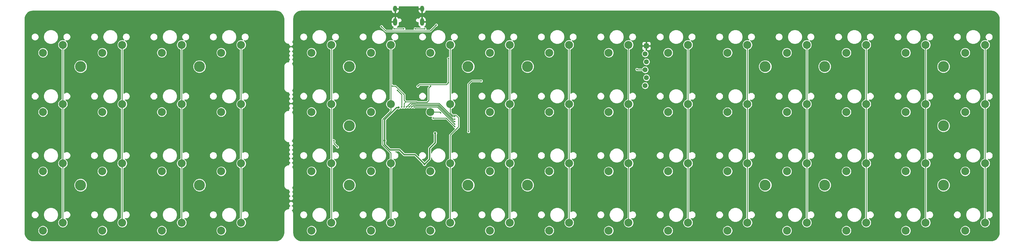
<source format=gbr>
G04 #@! TF.GenerationSoftware,KiCad,Pcbnew,(5.1.2-1)-1*
G04 #@! TF.CreationDate,2020-05-17T11:59:08-05:00*
G04 #@! TF.ProjectId,therick64BASP,74686572-6963-46b3-9634-424153502e6b,rev?*
G04 #@! TF.SameCoordinates,Original*
G04 #@! TF.FileFunction,Copper,L1,Top*
G04 #@! TF.FilePolarity,Positive*
%FSLAX46Y46*%
G04 Gerber Fmt 4.6, Leading zero omitted, Abs format (unit mm)*
G04 Created by KiCad (PCBNEW (5.1.2-1)-1) date 2020-05-17 11:59:08*
%MOMM*%
%LPD*%
G04 APERTURE LIST*
%ADD10C,3.500000*%
%ADD11C,0.100000*%
%ADD12C,1.600200*%
%ADD13C,2.540000*%
%ADD14O,1.300000X2.400000*%
%ADD15O,1.300000X1.900000*%
%ADD16C,0.500000*%
%ADD17C,0.700000*%
%ADD18C,0.250000*%
%ADD19C,0.400000*%
G04 APERTURE END LIST*
D10*
X344280000Y-61940000D03*
X344280000Y-99940000D03*
X287280000Y-61940000D03*
X211280000Y-61940000D03*
X211280000Y-99940000D03*
X287280000Y-99940000D03*
X154280000Y-99940000D03*
X154280000Y-61940000D03*
X106400000Y-99940000D03*
X68400000Y-99940000D03*
X106399999Y-61940000D03*
X68400000Y-61940000D03*
X344280000Y-80940000D03*
X306280000Y-99940000D03*
X306280000Y-61940000D03*
X192280000Y-99940000D03*
X192280000Y-61940000D03*
X154279999Y-80940000D03*
D11*
G36*
X249745662Y-54541826D02*
G01*
X249784496Y-54547587D01*
X249822578Y-54557126D01*
X249859543Y-54570352D01*
X249895032Y-54587137D01*
X249928706Y-54607321D01*
X249960239Y-54630707D01*
X249989328Y-54657072D01*
X250015693Y-54686161D01*
X250039079Y-54717694D01*
X250059263Y-54751368D01*
X250076048Y-54786857D01*
X250089274Y-54823822D01*
X250098813Y-54861904D01*
X250104574Y-54900738D01*
X250106500Y-54939950D01*
X250106500Y-55740050D01*
X250104574Y-55779262D01*
X250098813Y-55818096D01*
X250089274Y-55856178D01*
X250076048Y-55893143D01*
X250059263Y-55928632D01*
X250039079Y-55962306D01*
X250015693Y-55993839D01*
X249989328Y-56022928D01*
X249960239Y-56049293D01*
X249928706Y-56072679D01*
X249895032Y-56092863D01*
X249859543Y-56109648D01*
X249822578Y-56122874D01*
X249784496Y-56132413D01*
X249745662Y-56138174D01*
X249706450Y-56140100D01*
X248906350Y-56140100D01*
X248867138Y-56138174D01*
X248828304Y-56132413D01*
X248790222Y-56122874D01*
X248753257Y-56109648D01*
X248717768Y-56092863D01*
X248684094Y-56072679D01*
X248652561Y-56049293D01*
X248623472Y-56022928D01*
X248597107Y-55993839D01*
X248573721Y-55962306D01*
X248553537Y-55928632D01*
X248536752Y-55893143D01*
X248523526Y-55856178D01*
X248513987Y-55818096D01*
X248508226Y-55779262D01*
X248506300Y-55740050D01*
X248506300Y-54939950D01*
X248508226Y-54900738D01*
X248513987Y-54861904D01*
X248523526Y-54823822D01*
X248536752Y-54786857D01*
X248553537Y-54751368D01*
X248573721Y-54717694D01*
X248597107Y-54686161D01*
X248623472Y-54657072D01*
X248652561Y-54630707D01*
X248684094Y-54607321D01*
X248717768Y-54587137D01*
X248753257Y-54570352D01*
X248790222Y-54557126D01*
X248828304Y-54547587D01*
X248867138Y-54541826D01*
X248906350Y-54539900D01*
X249706450Y-54539900D01*
X249745662Y-54541826D01*
X249745662Y-54541826D01*
G37*
D12*
X249306400Y-55340000D03*
X248900000Y-57880000D03*
X249306400Y-60420000D03*
X248900000Y-62960000D03*
X249306400Y-65500000D03*
X248900000Y-68040000D03*
D13*
X357589999Y-111980002D03*
X351239999Y-114520002D03*
X357589069Y-92979762D03*
X351239069Y-95519762D03*
X262589319Y-111979712D03*
X256239319Y-114519712D03*
X262589319Y-92979762D03*
X256239319Y-95519762D03*
X338589119Y-111979712D03*
X332239119Y-114519712D03*
X319589169Y-111979712D03*
X313239169Y-114519712D03*
X300589219Y-111979712D03*
X294239219Y-114519712D03*
X281589269Y-111979712D03*
X275239269Y-114519712D03*
X243589369Y-111979712D03*
X237239369Y-114519712D03*
X224589999Y-111980002D03*
X218239999Y-114520002D03*
X205589469Y-111979712D03*
X199239469Y-114519712D03*
X186589999Y-111980002D03*
X180239999Y-114520002D03*
X167589999Y-111980002D03*
X161239999Y-114520002D03*
X148589619Y-111980002D03*
X142239619Y-114520002D03*
X338589119Y-92979762D03*
X332239119Y-95519762D03*
X319589169Y-92979762D03*
X313239169Y-95519762D03*
X300589219Y-92979762D03*
X294239219Y-95519762D03*
X281589269Y-92980002D03*
X275239269Y-95520002D03*
X243589369Y-92979762D03*
X237239369Y-95519762D03*
X224589419Y-92979762D03*
X218239419Y-95519762D03*
X205589469Y-92979762D03*
X199239469Y-95519762D03*
X186589999Y-92980002D03*
X180239999Y-95520002D03*
X167589999Y-92980002D03*
X161239999Y-95520002D03*
X148589999Y-92980002D03*
X142239999Y-95520002D03*
X357589069Y-73979812D03*
X351239069Y-76519812D03*
X338589119Y-73979812D03*
X332239119Y-76519812D03*
X319589169Y-73979812D03*
X313239169Y-76519812D03*
X300589999Y-73980002D03*
X294239999Y-76520002D03*
X281564600Y-73992700D03*
X275214600Y-76532700D03*
X262589319Y-73980002D03*
X256239319Y-76520002D03*
X243589999Y-73980002D03*
X237239999Y-76520002D03*
X224589999Y-73980002D03*
X218239999Y-76520002D03*
X205589999Y-73980002D03*
X199239999Y-76520002D03*
X186589999Y-73980002D03*
X180239999Y-76520002D03*
X167589999Y-73980002D03*
X161239999Y-76520002D03*
X148589999Y-73980002D03*
X142239999Y-76520002D03*
X357589069Y-54979862D03*
X351239069Y-57519862D03*
X338589119Y-54979862D03*
X332239119Y-57519862D03*
X319589169Y-54979862D03*
X313239169Y-57519862D03*
X300589999Y-54980002D03*
X294239999Y-57520002D03*
X281589999Y-54980002D03*
X275239999Y-57520002D03*
X262589319Y-54980002D03*
X256239319Y-57520002D03*
X243589369Y-54979862D03*
X237239369Y-57519862D03*
X224589419Y-54979862D03*
X218239419Y-57519862D03*
X199239999Y-57520002D03*
X205589999Y-54980002D03*
X186589999Y-54980002D03*
X180239999Y-57520002D03*
X167589999Y-54980002D03*
X161239999Y-57520002D03*
X148589999Y-54980002D03*
X142239999Y-57520002D03*
X119709695Y-111979712D03*
X113359695Y-114519712D03*
X100709745Y-111979712D03*
X94359745Y-114519712D03*
X81709795Y-111979712D03*
X75359795Y-114519712D03*
X62709845Y-111979712D03*
X56359845Y-114519712D03*
X119709695Y-92979762D03*
X113359695Y-95519762D03*
X100709745Y-92979762D03*
X94359745Y-95519762D03*
X81684395Y-92992462D03*
X75334395Y-95532462D03*
X62709845Y-92979762D03*
X56359845Y-95519762D03*
X119709695Y-73979812D03*
X113359695Y-76519812D03*
X100709745Y-73979812D03*
X94359745Y-76519812D03*
X81709795Y-73979812D03*
X75359795Y-76519812D03*
X62709845Y-73979812D03*
X56359845Y-76519812D03*
X119709695Y-54979862D03*
X113359695Y-57519862D03*
X100709745Y-54979862D03*
X94359745Y-57519862D03*
X81709795Y-54979862D03*
X75359795Y-57519862D03*
X62709845Y-54979862D03*
X56359845Y-57519862D03*
D14*
X168979999Y-47648627D03*
D15*
X168979999Y-43448627D03*
X177579999Y-43448627D03*
D14*
X177579999Y-47648627D03*
X168979999Y-47648627D03*
D16*
X183533999Y-76814002D03*
D17*
X178318999Y-93204904D03*
X181743998Y-83305002D03*
X165588002Y-85705002D03*
X170053000Y-75057000D03*
D16*
X186010499Y-59351502D03*
X176212002Y-68262998D03*
X186010499Y-67100501D03*
X169690999Y-69575002D03*
X171037499Y-74930000D03*
X164592000Y-49149000D03*
X182118000Y-48641000D03*
X171831000Y-74930000D03*
X180340000Y-68199000D03*
X168148000Y-68199000D03*
X150513999Y-87736002D03*
X149370999Y-85704002D03*
X172631249Y-74878002D03*
X188037499Y-78005002D03*
X173431249Y-74878002D03*
X188037499Y-78805002D03*
X188037499Y-79605002D03*
X174231249Y-74878002D03*
X188037499Y-80405002D03*
X175031249Y-74878002D03*
X188037499Y-81205002D03*
X181137499Y-78505002D03*
X246253000Y-62865000D03*
X175390999Y-49848002D03*
X178438999Y-49848002D03*
X171707999Y-49848002D03*
X168659999Y-49848002D03*
X192423999Y-82783002D03*
X196469000Y-66548000D03*
X160165999Y-79862002D03*
X160165999Y-86212002D03*
D18*
X183239999Y-76520002D02*
X183533999Y-76814002D01*
X180239999Y-76520002D02*
X183239999Y-76520002D01*
D19*
X165588002Y-85705002D02*
X165588002Y-86975002D01*
X165588002Y-86975002D02*
X167259000Y-88646000D01*
X167259000Y-88646000D02*
X170307000Y-88646000D01*
X178318999Y-93204904D02*
X175284095Y-90170000D01*
X171831000Y-90170000D02*
X170307000Y-88646000D01*
X175284095Y-90170000D02*
X171831000Y-90170000D01*
X178318999Y-93204904D02*
X179959000Y-91564903D01*
X179959000Y-91564903D02*
X179959000Y-88138000D01*
X181743998Y-86353002D02*
X181743998Y-83305002D01*
X179959000Y-88138000D02*
X181743998Y-86353002D01*
X169418001Y-75057000D02*
X165588002Y-78886998D01*
X165588002Y-78886998D02*
X165588002Y-85705002D01*
X170053000Y-75057000D02*
X169418001Y-75057000D01*
D18*
X176784000Y-67691000D02*
X176212002Y-68262998D01*
X186010499Y-67100501D02*
X185420000Y-67691000D01*
X186010499Y-59351502D02*
X186010499Y-67100501D01*
X185420000Y-67691000D02*
X176784000Y-67691000D01*
X171037499Y-70921502D02*
X169690999Y-69575002D01*
X171037499Y-74930000D02*
X171037499Y-70921502D01*
X166003003Y-50560003D02*
X164592000Y-49149000D01*
X182118000Y-48641000D02*
X180198997Y-50560003D01*
X180198997Y-50560003D02*
X166003003Y-50560003D01*
X172385029Y-73232971D02*
X171831000Y-73787000D01*
X171831000Y-73787000D02*
X171831000Y-74930000D01*
X171831000Y-72678942D02*
X172385029Y-73232971D01*
X171831000Y-70967601D02*
X171831000Y-72678942D01*
X171805601Y-70967601D02*
X169037000Y-68199000D01*
X171831000Y-70967601D02*
X171805601Y-70967601D01*
X179118038Y-73357962D02*
X175979874Y-73357962D01*
X175854883Y-73232971D02*
X172385029Y-73232971D01*
X175979874Y-73357962D02*
X175854883Y-73232971D01*
X179705000Y-68834000D02*
X179705000Y-72771000D01*
X179705000Y-72771000D02*
X179118038Y-73357962D01*
X180340000Y-68199000D02*
X179705000Y-68834000D01*
X168148000Y-68199000D02*
X169037000Y-68199000D01*
X149370999Y-86593002D02*
X150513999Y-87736002D01*
X149370999Y-85704002D02*
X149370999Y-86593002D01*
X148672499Y-54970002D02*
X148672499Y-112120002D01*
X167589999Y-92980002D02*
X167589999Y-111980002D01*
X167589999Y-73980002D02*
X167589999Y-54980002D01*
X167589999Y-89620479D02*
X164973000Y-87003480D01*
X167589999Y-92980002D02*
X167589999Y-89620479D01*
X164973000Y-87003480D02*
X164973000Y-78858520D01*
X167589999Y-73980002D02*
X167589999Y-76241521D01*
X167589999Y-76241521D02*
X164973000Y-78858520D01*
X189172500Y-81309503D02*
X189172500Y-78315003D01*
X186589999Y-111980002D02*
X186589999Y-92980002D01*
X186589999Y-83892004D02*
X189172500Y-81309503D01*
X186589999Y-92980002D02*
X186589999Y-83892004D01*
X186589999Y-73980002D02*
X186589999Y-54980002D01*
X186589999Y-73980002D02*
X186589999Y-76807846D01*
X188357498Y-77500001D02*
X189172500Y-78315003D01*
X187282154Y-77500001D02*
X188357498Y-77500001D01*
X186589999Y-76807846D02*
X187282154Y-77500001D01*
X205589999Y-54982702D02*
X205589999Y-111980002D01*
X173896270Y-73612981D02*
X172631249Y-74878002D01*
X175697478Y-73612981D02*
X173896270Y-73612981D01*
X182982711Y-73737972D02*
X175822469Y-73737972D01*
X187249741Y-78005002D02*
X182982711Y-73737972D01*
X175822469Y-73737972D02*
X175697478Y-73612981D01*
X188037499Y-78005002D02*
X187249741Y-78005002D01*
X224589999Y-65167002D02*
X224589999Y-54982702D01*
X224589999Y-111980002D02*
X224589999Y-65167002D01*
X175579279Y-74117982D02*
X175454288Y-73992991D01*
X175454288Y-73992991D02*
X174316260Y-73992991D01*
X174316260Y-73992991D02*
X173431249Y-74878002D01*
X182825307Y-74117982D02*
X175579279Y-74117982D01*
X187512327Y-78805002D02*
X182825307Y-74117982D01*
X188037499Y-78805002D02*
X187512327Y-78805002D01*
X243589999Y-54980002D02*
X243589999Y-111980002D01*
X187774913Y-79605002D02*
X188037499Y-79605002D01*
X182667906Y-74497995D02*
X187774913Y-79605002D01*
X175421874Y-74497992D02*
X182667906Y-74497992D01*
X182667906Y-74497992D02*
X182667906Y-74497995D01*
X175296883Y-74373001D02*
X175421874Y-74497992D01*
X174736250Y-74373001D02*
X175296883Y-74373001D01*
X174231249Y-74878002D02*
X174736250Y-74373001D01*
X262589999Y-111980002D02*
X262589999Y-54980002D01*
X182510501Y-74878002D02*
X188037499Y-80405002D01*
X175031249Y-74878002D02*
X182510501Y-74878002D01*
X185337499Y-78505002D02*
X188037499Y-81205002D01*
X181137499Y-78505002D02*
X185337499Y-78505002D01*
X281589999Y-54980002D02*
X281589999Y-111980002D01*
X300589999Y-111980002D02*
X300589999Y-54980002D01*
X319589999Y-54982702D02*
X319589999Y-111980002D01*
X338589999Y-111980002D02*
X338589999Y-54982702D01*
X357589999Y-54980002D02*
X357589999Y-110511982D01*
X357589999Y-111980002D02*
X357589999Y-110511982D01*
X246348000Y-62960000D02*
X246253000Y-62865000D01*
X249306400Y-62960000D02*
X246348000Y-62960000D01*
X175390999Y-49848002D02*
X178438999Y-49848002D01*
X171707999Y-49848002D02*
X168659999Y-49848002D01*
X192423999Y-68471999D02*
X192423999Y-67545001D01*
X192423999Y-82783002D02*
X192423999Y-68471999D01*
X192423999Y-67545001D02*
X193421000Y-66548000D01*
X193421000Y-66548000D02*
X195786179Y-66548000D01*
X196115447Y-66548000D02*
X195786179Y-66548000D01*
X196469000Y-66548000D02*
X196115447Y-66548000D01*
X62684599Y-109819436D02*
X62684599Y-111992702D01*
X62684599Y-54992702D02*
X62684599Y-109819436D01*
X81684599Y-109819436D02*
X81684599Y-111992702D01*
X81684599Y-54992702D02*
X81684599Y-109819436D01*
X100684599Y-109819436D02*
X100684599Y-111992702D01*
X100684599Y-54992702D02*
X100684599Y-109819436D01*
X119684599Y-54992702D02*
X119684599Y-111992702D01*
X160165999Y-79862002D02*
X159784999Y-80243002D01*
X159784999Y-85450002D02*
X159784999Y-85704002D01*
X159784999Y-80243002D02*
X159784999Y-85450002D01*
X159784999Y-85831002D02*
X160165999Y-86212002D01*
X159784999Y-85704002D02*
X159784999Y-85831002D01*
G36*
X169108999Y-43319627D02*
G01*
X170262999Y-43319627D01*
X170262999Y-43019627D01*
X170213180Y-42771805D01*
X170212037Y-42769062D01*
X176347961Y-42769062D01*
X176346818Y-42771805D01*
X176296999Y-43019627D01*
X176296999Y-43319627D01*
X177450999Y-43319627D01*
X177450999Y-42769062D01*
X177560677Y-42769062D01*
X177653141Y-42778128D01*
X177708999Y-42794993D01*
X177708999Y-43319627D01*
X177728999Y-43319627D01*
X177728999Y-43577627D01*
X177708999Y-43577627D01*
X177708999Y-44865955D01*
X177907099Y-44989229D01*
X177951801Y-44983331D01*
X178185536Y-44887071D01*
X178396000Y-44747062D01*
X178575106Y-44568683D01*
X178715970Y-44358790D01*
X178813180Y-44125449D01*
X178819026Y-44096367D01*
X178836629Y-44098093D01*
X178836642Y-44098093D01*
X178856014Y-44100001D01*
X359473182Y-44101252D01*
X359992404Y-44152162D01*
X360485293Y-44300974D01*
X360939888Y-44542686D01*
X361338883Y-44868097D01*
X361667069Y-45264807D01*
X361911950Y-45717705D01*
X362064199Y-46209540D01*
X362119998Y-46740435D01*
X362120000Y-46741110D01*
X362119999Y-115120439D01*
X362067839Y-115652406D01*
X361919027Y-116145297D01*
X361677312Y-116599896D01*
X361351904Y-116998886D01*
X360955197Y-117327070D01*
X360502296Y-117571953D01*
X360010462Y-117724201D01*
X359479566Y-117780001D01*
X359479178Y-117780002D01*
X139099562Y-117780002D01*
X138567595Y-117727842D01*
X138074704Y-117579030D01*
X137620105Y-117337315D01*
X137221115Y-117011907D01*
X136892931Y-116615200D01*
X136648048Y-116162299D01*
X136495800Y-115670465D01*
X136440000Y-115139569D01*
X136439999Y-115139181D01*
X136439999Y-114357984D01*
X140594619Y-114357984D01*
X140594619Y-114682020D01*
X140657836Y-114999831D01*
X140781839Y-115299201D01*
X140961864Y-115568628D01*
X141190993Y-115797757D01*
X141460420Y-115977782D01*
X141759790Y-116101785D01*
X142077601Y-116165002D01*
X142401637Y-116165002D01*
X142719448Y-116101785D01*
X143018818Y-115977782D01*
X143288245Y-115797757D01*
X143517374Y-115568628D01*
X143697399Y-115299201D01*
X143821402Y-114999831D01*
X143884619Y-114682020D01*
X143884619Y-114357984D01*
X159594999Y-114357984D01*
X159594999Y-114682020D01*
X159658216Y-114999831D01*
X159782219Y-115299201D01*
X159962244Y-115568628D01*
X160191373Y-115797757D01*
X160460800Y-115977782D01*
X160760170Y-116101785D01*
X161077981Y-116165002D01*
X161402017Y-116165002D01*
X161719828Y-116101785D01*
X162019198Y-115977782D01*
X162288625Y-115797757D01*
X162517754Y-115568628D01*
X162697779Y-115299201D01*
X162821782Y-114999831D01*
X162884999Y-114682020D01*
X162884999Y-114357984D01*
X178594999Y-114357984D01*
X178594999Y-114682020D01*
X178658216Y-114999831D01*
X178782219Y-115299201D01*
X178962244Y-115568628D01*
X179191373Y-115797757D01*
X179460800Y-115977782D01*
X179760170Y-116101785D01*
X180077981Y-116165002D01*
X180402017Y-116165002D01*
X180719828Y-116101785D01*
X181019198Y-115977782D01*
X181288625Y-115797757D01*
X181517754Y-115568628D01*
X181697779Y-115299201D01*
X181821782Y-114999831D01*
X181884999Y-114682020D01*
X181884999Y-114357984D01*
X181884942Y-114357694D01*
X197594469Y-114357694D01*
X197594469Y-114681730D01*
X197657686Y-114999541D01*
X197781689Y-115298911D01*
X197961714Y-115568338D01*
X198190843Y-115797467D01*
X198460270Y-115977492D01*
X198759640Y-116101495D01*
X199077451Y-116164712D01*
X199401487Y-116164712D01*
X199719298Y-116101495D01*
X200018668Y-115977492D01*
X200288095Y-115797467D01*
X200517224Y-115568338D01*
X200697249Y-115298911D01*
X200821252Y-114999541D01*
X200884469Y-114681730D01*
X200884469Y-114357984D01*
X216594999Y-114357984D01*
X216594999Y-114682020D01*
X216658216Y-114999831D01*
X216782219Y-115299201D01*
X216962244Y-115568628D01*
X217191373Y-115797757D01*
X217460800Y-115977782D01*
X217760170Y-116101785D01*
X218077981Y-116165002D01*
X218402017Y-116165002D01*
X218719828Y-116101785D01*
X219019198Y-115977782D01*
X219288625Y-115797757D01*
X219517754Y-115568628D01*
X219697779Y-115299201D01*
X219821782Y-114999831D01*
X219884999Y-114682020D01*
X219884999Y-114357984D01*
X219884942Y-114357694D01*
X235594369Y-114357694D01*
X235594369Y-114681730D01*
X235657586Y-114999541D01*
X235781589Y-115298911D01*
X235961614Y-115568338D01*
X236190743Y-115797467D01*
X236460170Y-115977492D01*
X236759540Y-116101495D01*
X237077351Y-116164712D01*
X237401387Y-116164712D01*
X237719198Y-116101495D01*
X238018568Y-115977492D01*
X238287995Y-115797467D01*
X238517124Y-115568338D01*
X238697149Y-115298911D01*
X238821152Y-114999541D01*
X238884369Y-114681730D01*
X238884369Y-114357694D01*
X254594319Y-114357694D01*
X254594319Y-114681730D01*
X254657536Y-114999541D01*
X254781539Y-115298911D01*
X254961564Y-115568338D01*
X255190693Y-115797467D01*
X255460120Y-115977492D01*
X255759490Y-116101495D01*
X256077301Y-116164712D01*
X256401337Y-116164712D01*
X256719148Y-116101495D01*
X257018518Y-115977492D01*
X257287945Y-115797467D01*
X257517074Y-115568338D01*
X257697099Y-115298911D01*
X257821102Y-114999541D01*
X257884319Y-114681730D01*
X257884319Y-114357694D01*
X273594269Y-114357694D01*
X273594269Y-114681730D01*
X273657486Y-114999541D01*
X273781489Y-115298911D01*
X273961514Y-115568338D01*
X274190643Y-115797467D01*
X274460070Y-115977492D01*
X274759440Y-116101495D01*
X275077251Y-116164712D01*
X275401287Y-116164712D01*
X275719098Y-116101495D01*
X276018468Y-115977492D01*
X276287895Y-115797467D01*
X276517024Y-115568338D01*
X276697049Y-115298911D01*
X276821052Y-114999541D01*
X276884269Y-114681730D01*
X276884269Y-114357694D01*
X292594219Y-114357694D01*
X292594219Y-114681730D01*
X292657436Y-114999541D01*
X292781439Y-115298911D01*
X292961464Y-115568338D01*
X293190593Y-115797467D01*
X293460020Y-115977492D01*
X293759390Y-116101495D01*
X294077201Y-116164712D01*
X294401237Y-116164712D01*
X294719048Y-116101495D01*
X295018418Y-115977492D01*
X295287845Y-115797467D01*
X295516974Y-115568338D01*
X295696999Y-115298911D01*
X295821002Y-114999541D01*
X295884219Y-114681730D01*
X295884219Y-114357694D01*
X311594169Y-114357694D01*
X311594169Y-114681730D01*
X311657386Y-114999541D01*
X311781389Y-115298911D01*
X311961414Y-115568338D01*
X312190543Y-115797467D01*
X312459970Y-115977492D01*
X312759340Y-116101495D01*
X313077151Y-116164712D01*
X313401187Y-116164712D01*
X313718998Y-116101495D01*
X314018368Y-115977492D01*
X314287795Y-115797467D01*
X314516924Y-115568338D01*
X314696949Y-115298911D01*
X314820952Y-114999541D01*
X314884169Y-114681730D01*
X314884169Y-114357694D01*
X330594119Y-114357694D01*
X330594119Y-114681730D01*
X330657336Y-114999541D01*
X330781339Y-115298911D01*
X330961364Y-115568338D01*
X331190493Y-115797467D01*
X331459920Y-115977492D01*
X331759290Y-116101495D01*
X332077101Y-116164712D01*
X332401137Y-116164712D01*
X332718948Y-116101495D01*
X333018318Y-115977492D01*
X333287745Y-115797467D01*
X333516874Y-115568338D01*
X333696899Y-115298911D01*
X333820902Y-114999541D01*
X333884119Y-114681730D01*
X333884119Y-114357984D01*
X349594999Y-114357984D01*
X349594999Y-114682020D01*
X349658216Y-114999831D01*
X349782219Y-115299201D01*
X349962244Y-115568628D01*
X350191373Y-115797757D01*
X350460800Y-115977782D01*
X350760170Y-116101785D01*
X351077981Y-116165002D01*
X351402017Y-116165002D01*
X351719828Y-116101785D01*
X352019198Y-115977782D01*
X352288625Y-115797757D01*
X352517754Y-115568628D01*
X352697779Y-115299201D01*
X352821782Y-114999831D01*
X352884999Y-114682020D01*
X352884999Y-114357984D01*
X352821782Y-114040173D01*
X352697779Y-113740803D01*
X352517754Y-113471376D01*
X352288625Y-113242247D01*
X352019198Y-113062222D01*
X351719828Y-112938219D01*
X351402017Y-112875002D01*
X351077981Y-112875002D01*
X350760170Y-112938219D01*
X350460800Y-113062222D01*
X350191373Y-113242247D01*
X349962244Y-113471376D01*
X349782219Y-113740803D01*
X349658216Y-114040173D01*
X349594999Y-114357984D01*
X333884119Y-114357984D01*
X333884119Y-114357694D01*
X333820902Y-114039883D01*
X333696899Y-113740513D01*
X333516874Y-113471086D01*
X333287745Y-113241957D01*
X333018318Y-113061932D01*
X332718948Y-112937929D01*
X332401137Y-112874712D01*
X332077101Y-112874712D01*
X331759290Y-112937929D01*
X331459920Y-113061932D01*
X331190493Y-113241957D01*
X330961364Y-113471086D01*
X330781339Y-113740513D01*
X330657336Y-114039883D01*
X330594119Y-114357694D01*
X314884169Y-114357694D01*
X314820952Y-114039883D01*
X314696949Y-113740513D01*
X314516924Y-113471086D01*
X314287795Y-113241957D01*
X314018368Y-113061932D01*
X313718998Y-112937929D01*
X313401187Y-112874712D01*
X313077151Y-112874712D01*
X312759340Y-112937929D01*
X312459970Y-113061932D01*
X312190543Y-113241957D01*
X311961414Y-113471086D01*
X311781389Y-113740513D01*
X311657386Y-114039883D01*
X311594169Y-114357694D01*
X295884219Y-114357694D01*
X295821002Y-114039883D01*
X295696999Y-113740513D01*
X295516974Y-113471086D01*
X295287845Y-113241957D01*
X295018418Y-113061932D01*
X294719048Y-112937929D01*
X294401237Y-112874712D01*
X294077201Y-112874712D01*
X293759390Y-112937929D01*
X293460020Y-113061932D01*
X293190593Y-113241957D01*
X292961464Y-113471086D01*
X292781439Y-113740513D01*
X292657436Y-114039883D01*
X292594219Y-114357694D01*
X276884269Y-114357694D01*
X276821052Y-114039883D01*
X276697049Y-113740513D01*
X276517024Y-113471086D01*
X276287895Y-113241957D01*
X276018468Y-113061932D01*
X275719098Y-112937929D01*
X275401287Y-112874712D01*
X275077251Y-112874712D01*
X274759440Y-112937929D01*
X274460070Y-113061932D01*
X274190643Y-113241957D01*
X273961514Y-113471086D01*
X273781489Y-113740513D01*
X273657486Y-114039883D01*
X273594269Y-114357694D01*
X257884319Y-114357694D01*
X257821102Y-114039883D01*
X257697099Y-113740513D01*
X257517074Y-113471086D01*
X257287945Y-113241957D01*
X257018518Y-113061932D01*
X256719148Y-112937929D01*
X256401337Y-112874712D01*
X256077301Y-112874712D01*
X255759490Y-112937929D01*
X255460120Y-113061932D01*
X255190693Y-113241957D01*
X254961564Y-113471086D01*
X254781539Y-113740513D01*
X254657536Y-114039883D01*
X254594319Y-114357694D01*
X238884369Y-114357694D01*
X238821152Y-114039883D01*
X238697149Y-113740513D01*
X238517124Y-113471086D01*
X238287995Y-113241957D01*
X238018568Y-113061932D01*
X237719198Y-112937929D01*
X237401387Y-112874712D01*
X237077351Y-112874712D01*
X236759540Y-112937929D01*
X236460170Y-113061932D01*
X236190743Y-113241957D01*
X235961614Y-113471086D01*
X235781589Y-113740513D01*
X235657586Y-114039883D01*
X235594369Y-114357694D01*
X219884942Y-114357694D01*
X219821782Y-114040173D01*
X219697779Y-113740803D01*
X219517754Y-113471376D01*
X219288625Y-113242247D01*
X219019198Y-113062222D01*
X218719828Y-112938219D01*
X218402017Y-112875002D01*
X218077981Y-112875002D01*
X217760170Y-112938219D01*
X217460800Y-113062222D01*
X217191373Y-113242247D01*
X216962244Y-113471376D01*
X216782219Y-113740803D01*
X216658216Y-114040173D01*
X216594999Y-114357984D01*
X200884469Y-114357984D01*
X200884469Y-114357694D01*
X200821252Y-114039883D01*
X200697249Y-113740513D01*
X200517224Y-113471086D01*
X200288095Y-113241957D01*
X200018668Y-113061932D01*
X199719298Y-112937929D01*
X199401487Y-112874712D01*
X199077451Y-112874712D01*
X198759640Y-112937929D01*
X198460270Y-113061932D01*
X198190843Y-113241957D01*
X197961714Y-113471086D01*
X197781689Y-113740513D01*
X197657686Y-114039883D01*
X197594469Y-114357694D01*
X181884942Y-114357694D01*
X181821782Y-114040173D01*
X181697779Y-113740803D01*
X181517754Y-113471376D01*
X181288625Y-113242247D01*
X181019198Y-113062222D01*
X180719828Y-112938219D01*
X180402017Y-112875002D01*
X180077981Y-112875002D01*
X179760170Y-112938219D01*
X179460800Y-113062222D01*
X179191373Y-113242247D01*
X178962244Y-113471376D01*
X178782219Y-113740803D01*
X178658216Y-114040173D01*
X178594999Y-114357984D01*
X162884999Y-114357984D01*
X162821782Y-114040173D01*
X162697779Y-113740803D01*
X162517754Y-113471376D01*
X162288625Y-113242247D01*
X162019198Y-113062222D01*
X161719828Y-112938219D01*
X161402017Y-112875002D01*
X161077981Y-112875002D01*
X160760170Y-112938219D01*
X160460800Y-113062222D01*
X160191373Y-113242247D01*
X159962244Y-113471376D01*
X159782219Y-113740803D01*
X159658216Y-114040173D01*
X159594999Y-114357984D01*
X143884619Y-114357984D01*
X143821402Y-114040173D01*
X143697399Y-113740803D01*
X143517374Y-113471376D01*
X143288245Y-113242247D01*
X143018818Y-113062222D01*
X142719448Y-112938219D01*
X142401637Y-112875002D01*
X142077601Y-112875002D01*
X141759790Y-112938219D01*
X141460420Y-113062222D01*
X141190993Y-113242247D01*
X140961864Y-113471376D01*
X140781839Y-113740803D01*
X140657836Y-114040173D01*
X140594619Y-114357984D01*
X136439999Y-114357984D01*
X136439999Y-111817984D01*
X146944619Y-111817984D01*
X146944619Y-112142020D01*
X147007836Y-112459831D01*
X147131839Y-112759201D01*
X147311864Y-113028628D01*
X147540993Y-113257757D01*
X147810420Y-113437782D01*
X148109790Y-113561785D01*
X148427601Y-113625002D01*
X148751637Y-113625002D01*
X149069448Y-113561785D01*
X149368818Y-113437782D01*
X149638245Y-113257757D01*
X149867374Y-113028628D01*
X150047399Y-112759201D01*
X150171402Y-112459831D01*
X150234619Y-112142020D01*
X150234619Y-111817984D01*
X150171402Y-111500173D01*
X150047399Y-111200803D01*
X149867374Y-110931376D01*
X149638245Y-110702247D01*
X149518139Y-110621995D01*
X149738878Y-110665902D01*
X149980360Y-110665902D01*
X150217201Y-110618792D01*
X150440301Y-110526381D01*
X150641085Y-110392221D01*
X150811838Y-110221468D01*
X150945998Y-110020684D01*
X151038409Y-109797584D01*
X151085519Y-109560743D01*
X151085519Y-109319261D01*
X157474099Y-109319261D01*
X157474099Y-109560743D01*
X157521209Y-109797584D01*
X157613620Y-110020684D01*
X157747780Y-110221468D01*
X157918533Y-110392221D01*
X158119317Y-110526381D01*
X158342417Y-110618792D01*
X158579258Y-110665902D01*
X158820740Y-110665902D01*
X159057581Y-110618792D01*
X159280681Y-110526381D01*
X159481465Y-110392221D01*
X159652218Y-110221468D01*
X159786378Y-110020684D01*
X159878789Y-109797584D01*
X159925899Y-109560743D01*
X159925899Y-109319261D01*
X159903507Y-109206686D01*
X161411099Y-109206686D01*
X161411099Y-109673318D01*
X161502135Y-110130985D01*
X161680707Y-110562097D01*
X161939954Y-110950088D01*
X162269913Y-111280047D01*
X162657904Y-111539294D01*
X163089016Y-111717866D01*
X163546683Y-111808902D01*
X164013315Y-111808902D01*
X164470982Y-111717866D01*
X164902094Y-111539294D01*
X165290085Y-111280047D01*
X165620044Y-110950088D01*
X165879291Y-110562097D01*
X166057863Y-110130985D01*
X166148899Y-109673318D01*
X166148899Y-109206686D01*
X166057863Y-108749019D01*
X165879291Y-108317907D01*
X165620044Y-107929916D01*
X165290085Y-107599957D01*
X164902094Y-107340710D01*
X164470982Y-107162138D01*
X164013315Y-107071102D01*
X163546683Y-107071102D01*
X163089016Y-107162138D01*
X162657904Y-107340710D01*
X162269913Y-107599957D01*
X161939954Y-107929916D01*
X161680707Y-108317907D01*
X161502135Y-108749019D01*
X161411099Y-109206686D01*
X159903507Y-109206686D01*
X159878789Y-109082420D01*
X159786378Y-108859320D01*
X159652218Y-108658536D01*
X159481465Y-108487783D01*
X159280681Y-108353623D01*
X159057581Y-108261212D01*
X158820740Y-108214102D01*
X158579258Y-108214102D01*
X158342417Y-108261212D01*
X158119317Y-108353623D01*
X157918533Y-108487783D01*
X157747780Y-108658536D01*
X157613620Y-108859320D01*
X157521209Y-109082420D01*
X157474099Y-109319261D01*
X151085519Y-109319261D01*
X151038409Y-109082420D01*
X150945998Y-108859320D01*
X150811838Y-108658536D01*
X150641085Y-108487783D01*
X150440301Y-108353623D01*
X150217201Y-108261212D01*
X149980360Y-108214102D01*
X149738878Y-108214102D01*
X149502037Y-108261212D01*
X149278937Y-108353623D01*
X149172499Y-108424743D01*
X149172499Y-99730706D01*
X152155000Y-99730706D01*
X152155000Y-100149294D01*
X152236663Y-100559840D01*
X152396849Y-100946565D01*
X152629405Y-101294609D01*
X152925391Y-101590595D01*
X153273435Y-101823151D01*
X153660160Y-101983337D01*
X154070706Y-102065000D01*
X154489294Y-102065000D01*
X154899840Y-101983337D01*
X155286565Y-101823151D01*
X155634609Y-101590595D01*
X155930595Y-101294609D01*
X156163151Y-100946565D01*
X156323337Y-100559840D01*
X156405000Y-100149294D01*
X156405000Y-99730706D01*
X156323337Y-99320160D01*
X156163151Y-98933435D01*
X155930595Y-98585391D01*
X155634609Y-98289405D01*
X155286565Y-98056849D01*
X154899840Y-97896663D01*
X154489294Y-97815000D01*
X154070706Y-97815000D01*
X153660160Y-97896663D01*
X153273435Y-98056849D01*
X152925391Y-98289405D01*
X152629405Y-98585391D01*
X152396849Y-98933435D01*
X152236663Y-99320160D01*
X152155000Y-99730706D01*
X149172499Y-99730706D01*
X149172499Y-95357984D01*
X159594999Y-95357984D01*
X159594999Y-95682020D01*
X159658216Y-95999831D01*
X159782219Y-96299201D01*
X159962244Y-96568628D01*
X160191373Y-96797757D01*
X160460800Y-96977782D01*
X160760170Y-97101785D01*
X161077981Y-97165002D01*
X161402017Y-97165002D01*
X161719828Y-97101785D01*
X162019198Y-96977782D01*
X162288625Y-96797757D01*
X162517754Y-96568628D01*
X162697779Y-96299201D01*
X162821782Y-95999831D01*
X162884999Y-95682020D01*
X162884999Y-95357984D01*
X162821782Y-95040173D01*
X162697779Y-94740803D01*
X162517754Y-94471376D01*
X162288625Y-94242247D01*
X162019198Y-94062222D01*
X161719828Y-93938219D01*
X161402017Y-93875002D01*
X161077981Y-93875002D01*
X160760170Y-93938219D01*
X160460800Y-94062222D01*
X160191373Y-94242247D01*
X159962244Y-94471376D01*
X159782219Y-94740803D01*
X159658216Y-95040173D01*
X159594999Y-95357984D01*
X149172499Y-95357984D01*
X149172499Y-94519257D01*
X149369198Y-94437782D01*
X149638625Y-94257757D01*
X149867754Y-94028628D01*
X150047779Y-93759201D01*
X150171782Y-93459831D01*
X150234999Y-93142020D01*
X150234999Y-92817984D01*
X150171782Y-92500173D01*
X150047779Y-92200803D01*
X149867754Y-91931376D01*
X149638625Y-91702247D01*
X149518519Y-91621995D01*
X149739258Y-91665902D01*
X149980740Y-91665902D01*
X150217581Y-91618792D01*
X150440681Y-91526381D01*
X150641465Y-91392221D01*
X150812218Y-91221468D01*
X150946378Y-91020684D01*
X151038789Y-90797584D01*
X151085899Y-90560743D01*
X151085899Y-90319261D01*
X157474099Y-90319261D01*
X157474099Y-90560743D01*
X157521209Y-90797584D01*
X157613620Y-91020684D01*
X157747780Y-91221468D01*
X157918533Y-91392221D01*
X158119317Y-91526381D01*
X158342417Y-91618792D01*
X158579258Y-91665902D01*
X158820740Y-91665902D01*
X159057581Y-91618792D01*
X159280681Y-91526381D01*
X159481465Y-91392221D01*
X159652218Y-91221468D01*
X159786378Y-91020684D01*
X159878789Y-90797584D01*
X159925899Y-90560743D01*
X159925899Y-90319261D01*
X159903507Y-90206686D01*
X161411099Y-90206686D01*
X161411099Y-90673318D01*
X161502135Y-91130985D01*
X161680707Y-91562097D01*
X161939954Y-91950088D01*
X162269913Y-92280047D01*
X162657904Y-92539294D01*
X163089016Y-92717866D01*
X163546683Y-92808902D01*
X164013315Y-92808902D01*
X164470982Y-92717866D01*
X164902094Y-92539294D01*
X165290085Y-92280047D01*
X165620044Y-91950088D01*
X165879291Y-91562097D01*
X166057863Y-91130985D01*
X166148899Y-90673318D01*
X166148899Y-90206686D01*
X166057863Y-89749019D01*
X165879291Y-89317907D01*
X165620044Y-88929916D01*
X165290085Y-88599957D01*
X164902094Y-88340710D01*
X164470982Y-88162138D01*
X164013315Y-88071102D01*
X163546683Y-88071102D01*
X163089016Y-88162138D01*
X162657904Y-88340710D01*
X162269913Y-88599957D01*
X161939954Y-88929916D01*
X161680707Y-89317907D01*
X161502135Y-89749019D01*
X161411099Y-90206686D01*
X159903507Y-90206686D01*
X159878789Y-90082420D01*
X159786378Y-89859320D01*
X159652218Y-89658536D01*
X159481465Y-89487783D01*
X159280681Y-89353623D01*
X159057581Y-89261212D01*
X158820740Y-89214102D01*
X158579258Y-89214102D01*
X158342417Y-89261212D01*
X158119317Y-89353623D01*
X157918533Y-89487783D01*
X157747780Y-89658536D01*
X157613620Y-89859320D01*
X157521209Y-90082420D01*
X157474099Y-90319261D01*
X151085899Y-90319261D01*
X151038789Y-90082420D01*
X150946378Y-89859320D01*
X150812218Y-89658536D01*
X150641465Y-89487783D01*
X150440681Y-89353623D01*
X150217581Y-89261212D01*
X149980740Y-89214102D01*
X149739258Y-89214102D01*
X149502417Y-89261212D01*
X149279317Y-89353623D01*
X149172499Y-89424997D01*
X149172499Y-87101607D01*
X149894101Y-87823210D01*
X149913018Y-87918308D01*
X149960131Y-88032050D01*
X150028530Y-88134416D01*
X150115585Y-88221471D01*
X150217951Y-88289870D01*
X150331693Y-88336983D01*
X150452442Y-88361002D01*
X150575556Y-88361002D01*
X150696305Y-88336983D01*
X150810047Y-88289870D01*
X150912413Y-88221471D01*
X150999468Y-88134416D01*
X151067867Y-88032050D01*
X151114980Y-87918308D01*
X151138999Y-87797559D01*
X151138999Y-87674445D01*
X151114980Y-87553696D01*
X151067867Y-87439954D01*
X150999468Y-87337588D01*
X150912413Y-87250533D01*
X150810047Y-87182134D01*
X150696305Y-87135021D01*
X150601207Y-87116104D01*
X149870999Y-86385897D01*
X149870999Y-86080669D01*
X149924867Y-86000050D01*
X149971980Y-85886308D01*
X149995999Y-85765559D01*
X149995999Y-85642445D01*
X149971980Y-85521696D01*
X149924867Y-85407954D01*
X149856468Y-85305588D01*
X149769413Y-85218533D01*
X149667047Y-85150134D01*
X149553305Y-85103021D01*
X149432556Y-85079002D01*
X149309442Y-85079002D01*
X149188693Y-85103021D01*
X149172499Y-85109729D01*
X149172499Y-80730706D01*
X152154999Y-80730706D01*
X152154999Y-81149294D01*
X152236662Y-81559840D01*
X152396848Y-81946565D01*
X152629404Y-82294609D01*
X152925390Y-82590595D01*
X153273434Y-82823151D01*
X153660159Y-82983337D01*
X154070705Y-83065000D01*
X154489293Y-83065000D01*
X154899839Y-82983337D01*
X155286564Y-82823151D01*
X155634608Y-82590595D01*
X155930594Y-82294609D01*
X156163150Y-81946565D01*
X156323336Y-81559840D01*
X156404999Y-81149294D01*
X156404999Y-80730706D01*
X156323336Y-80320160D01*
X156163150Y-79933435D01*
X155930594Y-79585391D01*
X155634608Y-79289405D01*
X155286564Y-79056849D01*
X154899839Y-78896663D01*
X154708082Y-78858520D01*
X164470581Y-78858520D01*
X164473001Y-78883090D01*
X164473000Y-86978920D01*
X164470581Y-87003480D01*
X164480235Y-87101497D01*
X164488908Y-87130087D01*
X164508825Y-87195746D01*
X164555254Y-87282609D01*
X164617736Y-87358744D01*
X164636824Y-87374409D01*
X167090000Y-89827587D01*
X167089999Y-91406574D01*
X166810800Y-91522222D01*
X166541373Y-91702247D01*
X166312244Y-91931376D01*
X166132219Y-92200803D01*
X166008216Y-92500173D01*
X165944999Y-92817984D01*
X165944999Y-93142020D01*
X166008216Y-93459831D01*
X166132219Y-93759201D01*
X166312244Y-94028628D01*
X166541373Y-94257757D01*
X166810800Y-94437782D01*
X167089999Y-94553430D01*
X167090000Y-110406574D01*
X166810800Y-110522222D01*
X166541373Y-110702247D01*
X166312244Y-110931376D01*
X166132219Y-111200803D01*
X166008216Y-111500173D01*
X165944999Y-111817984D01*
X165944999Y-112142020D01*
X166008216Y-112459831D01*
X166132219Y-112759201D01*
X166312244Y-113028628D01*
X166541373Y-113257757D01*
X166810800Y-113437782D01*
X167110170Y-113561785D01*
X167427981Y-113625002D01*
X167752017Y-113625002D01*
X168069828Y-113561785D01*
X168369198Y-113437782D01*
X168638625Y-113257757D01*
X168867754Y-113028628D01*
X169047779Y-112759201D01*
X169171782Y-112459831D01*
X169234999Y-112142020D01*
X169234999Y-111817984D01*
X169171782Y-111500173D01*
X169047779Y-111200803D01*
X168867754Y-110931376D01*
X168638625Y-110702247D01*
X168518519Y-110621995D01*
X168739258Y-110665902D01*
X168980740Y-110665902D01*
X169217581Y-110618792D01*
X169440681Y-110526381D01*
X169641465Y-110392221D01*
X169812218Y-110221468D01*
X169946378Y-110020684D01*
X170038789Y-109797584D01*
X170085899Y-109560743D01*
X170085899Y-109319261D01*
X176474099Y-109319261D01*
X176474099Y-109560743D01*
X176521209Y-109797584D01*
X176613620Y-110020684D01*
X176747780Y-110221468D01*
X176918533Y-110392221D01*
X177119317Y-110526381D01*
X177342417Y-110618792D01*
X177579258Y-110665902D01*
X177820740Y-110665902D01*
X178057581Y-110618792D01*
X178280681Y-110526381D01*
X178481465Y-110392221D01*
X178652218Y-110221468D01*
X178786378Y-110020684D01*
X178878789Y-109797584D01*
X178925899Y-109560743D01*
X178925899Y-109319261D01*
X178903507Y-109206686D01*
X180411099Y-109206686D01*
X180411099Y-109673318D01*
X180502135Y-110130985D01*
X180680707Y-110562097D01*
X180939954Y-110950088D01*
X181269913Y-111280047D01*
X181657904Y-111539294D01*
X182089016Y-111717866D01*
X182546683Y-111808902D01*
X183013315Y-111808902D01*
X183470982Y-111717866D01*
X183902094Y-111539294D01*
X184290085Y-111280047D01*
X184620044Y-110950088D01*
X184879291Y-110562097D01*
X185057863Y-110130985D01*
X185148899Y-109673318D01*
X185148899Y-109206686D01*
X185057863Y-108749019D01*
X184879291Y-108317907D01*
X184620044Y-107929916D01*
X184290085Y-107599957D01*
X183902094Y-107340710D01*
X183470982Y-107162138D01*
X183013315Y-107071102D01*
X182546683Y-107071102D01*
X182089016Y-107162138D01*
X181657904Y-107340710D01*
X181269913Y-107599957D01*
X180939954Y-107929916D01*
X180680707Y-108317907D01*
X180502135Y-108749019D01*
X180411099Y-109206686D01*
X178903507Y-109206686D01*
X178878789Y-109082420D01*
X178786378Y-108859320D01*
X178652218Y-108658536D01*
X178481465Y-108487783D01*
X178280681Y-108353623D01*
X178057581Y-108261212D01*
X177820740Y-108214102D01*
X177579258Y-108214102D01*
X177342417Y-108261212D01*
X177119317Y-108353623D01*
X176918533Y-108487783D01*
X176747780Y-108658536D01*
X176613620Y-108859320D01*
X176521209Y-109082420D01*
X176474099Y-109319261D01*
X170085899Y-109319261D01*
X170038789Y-109082420D01*
X169946378Y-108859320D01*
X169812218Y-108658536D01*
X169641465Y-108487783D01*
X169440681Y-108353623D01*
X169217581Y-108261212D01*
X168980740Y-108214102D01*
X168739258Y-108214102D01*
X168502417Y-108261212D01*
X168279317Y-108353623D01*
X168089999Y-108480122D01*
X168089999Y-95357984D01*
X178594999Y-95357984D01*
X178594999Y-95682020D01*
X178658216Y-95999831D01*
X178782219Y-96299201D01*
X178962244Y-96568628D01*
X179191373Y-96797757D01*
X179460800Y-96977782D01*
X179760170Y-97101785D01*
X180077981Y-97165002D01*
X180402017Y-97165002D01*
X180719828Y-97101785D01*
X181019198Y-96977782D01*
X181288625Y-96797757D01*
X181517754Y-96568628D01*
X181697779Y-96299201D01*
X181821782Y-95999831D01*
X181884999Y-95682020D01*
X181884999Y-95357984D01*
X181821782Y-95040173D01*
X181697779Y-94740803D01*
X181517754Y-94471376D01*
X181288625Y-94242247D01*
X181019198Y-94062222D01*
X180719828Y-93938219D01*
X180402017Y-93875002D01*
X180077981Y-93875002D01*
X179760170Y-93938219D01*
X179460800Y-94062222D01*
X179191373Y-94242247D01*
X178962244Y-94471376D01*
X178782219Y-94740803D01*
X178658216Y-95040173D01*
X178594999Y-95357984D01*
X168089999Y-95357984D01*
X168089999Y-94553430D01*
X168369198Y-94437782D01*
X168638625Y-94257757D01*
X168867754Y-94028628D01*
X169047779Y-93759201D01*
X169171782Y-93459831D01*
X169234999Y-93142020D01*
X169234999Y-92817984D01*
X169171782Y-92500173D01*
X169047779Y-92200803D01*
X168867754Y-91931376D01*
X168638625Y-91702247D01*
X168518519Y-91621995D01*
X168739258Y-91665902D01*
X168980740Y-91665902D01*
X169217581Y-91618792D01*
X169440681Y-91526381D01*
X169641465Y-91392221D01*
X169812218Y-91221468D01*
X169946378Y-91020684D01*
X170038789Y-90797584D01*
X170085899Y-90560743D01*
X170085899Y-90319261D01*
X170038789Y-90082420D01*
X169946378Y-89859320D01*
X169812218Y-89658536D01*
X169641465Y-89487783D01*
X169440681Y-89353623D01*
X169217581Y-89261212D01*
X169015419Y-89221000D01*
X170068828Y-89221000D01*
X171404439Y-90556612D01*
X171422446Y-90578554D01*
X171464153Y-90612782D01*
X171510001Y-90650408D01*
X171544796Y-90669006D01*
X171609892Y-90703801D01*
X171718280Y-90736680D01*
X171802754Y-90745000D01*
X171802756Y-90745000D01*
X171830999Y-90747782D01*
X171859242Y-90745000D01*
X175045923Y-90745000D01*
X177598162Y-93297240D01*
X177621860Y-93416379D01*
X177676512Y-93548320D01*
X177755855Y-93667065D01*
X177856838Y-93768048D01*
X177975583Y-93847391D01*
X178107524Y-93902043D01*
X178247593Y-93929904D01*
X178390405Y-93929904D01*
X178530474Y-93902043D01*
X178662415Y-93847391D01*
X178781160Y-93768048D01*
X178882143Y-93667065D01*
X178961486Y-93548320D01*
X179016138Y-93416379D01*
X179039836Y-93297239D01*
X180345613Y-91991463D01*
X180367554Y-91973457D01*
X180439408Y-91885901D01*
X180492801Y-91786011D01*
X180525680Y-91677623D01*
X180534000Y-91593149D01*
X180534000Y-91593146D01*
X180536782Y-91564903D01*
X180534000Y-91536660D01*
X180534000Y-91207914D01*
X180680707Y-91562097D01*
X180939954Y-91950088D01*
X181269913Y-92280047D01*
X181657904Y-92539294D01*
X182089016Y-92717866D01*
X182546683Y-92808902D01*
X183013315Y-92808902D01*
X183470982Y-92717866D01*
X183902094Y-92539294D01*
X184290085Y-92280047D01*
X184620044Y-91950088D01*
X184879291Y-91562097D01*
X185057863Y-91130985D01*
X185148899Y-90673318D01*
X185148899Y-90206686D01*
X185057863Y-89749019D01*
X184879291Y-89317907D01*
X184620044Y-88929916D01*
X184290085Y-88599957D01*
X183902094Y-88340710D01*
X183470982Y-88162138D01*
X183013315Y-88071102D01*
X182546683Y-88071102D01*
X182089016Y-88162138D01*
X181657904Y-88340710D01*
X181269913Y-88599957D01*
X180939954Y-88929916D01*
X180680707Y-89317907D01*
X180534000Y-89672090D01*
X180534000Y-88376172D01*
X182130611Y-86779562D01*
X182152552Y-86761556D01*
X182186780Y-86719849D01*
X182224406Y-86674001D01*
X182277799Y-86574110D01*
X182285585Y-86548443D01*
X182310678Y-86465722D01*
X182318998Y-86381248D01*
X182318998Y-86381246D01*
X182321780Y-86353003D01*
X182318998Y-86324760D01*
X182318998Y-83749419D01*
X182386485Y-83648418D01*
X182441137Y-83516477D01*
X182468998Y-83376408D01*
X182468998Y-83233596D01*
X182441137Y-83093527D01*
X182386485Y-82961586D01*
X182307142Y-82842841D01*
X182206159Y-82741858D01*
X182087414Y-82662515D01*
X181955473Y-82607863D01*
X181815404Y-82580002D01*
X181672592Y-82580002D01*
X181532523Y-82607863D01*
X181400582Y-82662515D01*
X181281837Y-82741858D01*
X181180854Y-82842841D01*
X181101511Y-82961586D01*
X181046859Y-83093527D01*
X181018998Y-83233596D01*
X181018998Y-83376408D01*
X181046859Y-83516477D01*
X181101511Y-83648418D01*
X181168999Y-83749421D01*
X181168998Y-86114829D01*
X179572389Y-87711439D01*
X179550447Y-87729446D01*
X179532441Y-87751387D01*
X179478592Y-87817002D01*
X179425199Y-87916893D01*
X179392321Y-88025281D01*
X179381218Y-88138000D01*
X179384001Y-88166253D01*
X179384000Y-91326730D01*
X178318999Y-92391731D01*
X177593170Y-91665902D01*
X177820740Y-91665902D01*
X178057581Y-91618792D01*
X178280681Y-91526381D01*
X178481465Y-91392221D01*
X178652218Y-91221468D01*
X178786378Y-91020684D01*
X178878789Y-90797584D01*
X178925899Y-90560743D01*
X178925899Y-90319261D01*
X178878789Y-90082420D01*
X178786378Y-89859320D01*
X178652218Y-89658536D01*
X178481465Y-89487783D01*
X178280681Y-89353623D01*
X178057581Y-89261212D01*
X177820740Y-89214102D01*
X177579258Y-89214102D01*
X177342417Y-89261212D01*
X177119317Y-89353623D01*
X176918533Y-89487783D01*
X176747780Y-89658536D01*
X176613620Y-89859320D01*
X176521209Y-90082420D01*
X176474099Y-90319261D01*
X176474099Y-90546832D01*
X175710660Y-89783393D01*
X175692649Y-89761446D01*
X175605093Y-89689592D01*
X175505203Y-89636199D01*
X175396815Y-89603320D01*
X175312341Y-89595000D01*
X175312338Y-89595000D01*
X175284095Y-89592218D01*
X175255852Y-89595000D01*
X172069173Y-89595000D01*
X170733565Y-88259393D01*
X170715554Y-88237446D01*
X170627998Y-88165592D01*
X170528108Y-88112199D01*
X170419720Y-88079320D01*
X170335246Y-88071000D01*
X170335243Y-88071000D01*
X170307000Y-88068218D01*
X170278757Y-88071000D01*
X167497173Y-88071000D01*
X166163002Y-86736830D01*
X166163002Y-86149419D01*
X166230489Y-86048418D01*
X166285141Y-85916477D01*
X166313002Y-85776408D01*
X166313002Y-85633596D01*
X166285141Y-85493527D01*
X166230489Y-85361586D01*
X166163002Y-85260585D01*
X166163002Y-79125170D01*
X169637112Y-75651062D01*
X169709584Y-75699487D01*
X169841525Y-75754139D01*
X169981594Y-75782000D01*
X170124406Y-75782000D01*
X170264475Y-75754139D01*
X170396416Y-75699487D01*
X170515161Y-75620144D01*
X170616144Y-75519161D01*
X170671124Y-75436877D01*
X170741451Y-75483868D01*
X170855193Y-75530981D01*
X170975942Y-75555000D01*
X171099056Y-75555000D01*
X171219805Y-75530981D01*
X171333547Y-75483868D01*
X171434250Y-75416581D01*
X171534952Y-75483868D01*
X171648694Y-75530981D01*
X171769443Y-75555000D01*
X171892557Y-75555000D01*
X172013306Y-75530981D01*
X172127048Y-75483868D01*
X172229414Y-75415469D01*
X172261955Y-75382928D01*
X172335201Y-75431870D01*
X172448943Y-75478983D01*
X172569692Y-75503002D01*
X172692806Y-75503002D01*
X172813555Y-75478983D01*
X172927297Y-75431870D01*
X173029663Y-75363471D01*
X173031249Y-75361885D01*
X173032835Y-75363471D01*
X173135201Y-75431870D01*
X173248943Y-75478983D01*
X173369692Y-75503002D01*
X173492806Y-75503002D01*
X173613555Y-75478983D01*
X173727297Y-75431870D01*
X173829663Y-75363471D01*
X173831249Y-75361885D01*
X173832835Y-75363471D01*
X173935201Y-75431870D01*
X174048943Y-75478983D01*
X174169692Y-75503002D01*
X174292806Y-75503002D01*
X174413555Y-75478983D01*
X174527297Y-75431870D01*
X174629663Y-75363471D01*
X174631249Y-75361885D01*
X174632835Y-75363471D01*
X174735201Y-75431870D01*
X174848943Y-75478983D01*
X174969692Y-75503002D01*
X175092806Y-75503002D01*
X175213555Y-75478983D01*
X175327297Y-75431870D01*
X175407916Y-75378002D01*
X179055618Y-75378002D01*
X178962244Y-75471376D01*
X178782219Y-75740803D01*
X178658216Y-76040173D01*
X178594999Y-76357984D01*
X178594999Y-76682020D01*
X178658216Y-76999831D01*
X178782219Y-77299201D01*
X178962244Y-77568628D01*
X179191373Y-77797757D01*
X179460800Y-77977782D01*
X179760170Y-78101785D01*
X180077981Y-78165002D01*
X180402017Y-78165002D01*
X180645339Y-78116602D01*
X180583631Y-78208954D01*
X180536518Y-78322696D01*
X180512499Y-78443445D01*
X180512499Y-78566559D01*
X180536518Y-78687308D01*
X180583631Y-78801050D01*
X180652030Y-78903416D01*
X180739085Y-78990471D01*
X180841451Y-79058870D01*
X180955193Y-79105983D01*
X181075942Y-79130002D01*
X181199056Y-79130002D01*
X181319805Y-79105983D01*
X181433547Y-79058870D01*
X181514166Y-79005002D01*
X185130394Y-79005002D01*
X187417602Y-81292212D01*
X187436518Y-81387308D01*
X187483631Y-81501050D01*
X187552030Y-81603416D01*
X187639085Y-81690471D01*
X187741451Y-81758870D01*
X187855193Y-81805983D01*
X187950046Y-81824851D01*
X186253818Y-83521080D01*
X186234736Y-83536740D01*
X186172254Y-83612875D01*
X186153256Y-83648418D01*
X186125825Y-83699737D01*
X186097234Y-83793987D01*
X186087580Y-83892004D01*
X186090000Y-83916574D01*
X186089999Y-91406574D01*
X185810800Y-91522222D01*
X185541373Y-91702247D01*
X185312244Y-91931376D01*
X185132219Y-92200803D01*
X185008216Y-92500173D01*
X184944999Y-92817984D01*
X184944999Y-93142020D01*
X185008216Y-93459831D01*
X185132219Y-93759201D01*
X185312244Y-94028628D01*
X185541373Y-94257757D01*
X185810800Y-94437782D01*
X186090000Y-94553430D01*
X186089999Y-110406574D01*
X185810800Y-110522222D01*
X185541373Y-110702247D01*
X185312244Y-110931376D01*
X185132219Y-111200803D01*
X185008216Y-111500173D01*
X184944999Y-111817984D01*
X184944999Y-112142020D01*
X185008216Y-112459831D01*
X185132219Y-112759201D01*
X185312244Y-113028628D01*
X185541373Y-113257757D01*
X185810800Y-113437782D01*
X186110170Y-113561785D01*
X186427981Y-113625002D01*
X186752017Y-113625002D01*
X187069828Y-113561785D01*
X187369198Y-113437782D01*
X187638625Y-113257757D01*
X187867754Y-113028628D01*
X188047779Y-112759201D01*
X188171782Y-112459831D01*
X188234999Y-112142020D01*
X188234999Y-111817984D01*
X188171782Y-111500173D01*
X188047779Y-111200803D01*
X187867754Y-110931376D01*
X187638625Y-110702247D01*
X187518519Y-110621995D01*
X187739258Y-110665902D01*
X187980740Y-110665902D01*
X188217581Y-110618792D01*
X188440681Y-110526381D01*
X188641465Y-110392221D01*
X188812218Y-110221468D01*
X188946378Y-110020684D01*
X189038789Y-109797584D01*
X189085899Y-109560743D01*
X189085899Y-109319261D01*
X189085842Y-109318971D01*
X195473569Y-109318971D01*
X195473569Y-109560453D01*
X195520679Y-109797294D01*
X195613090Y-110020394D01*
X195747250Y-110221178D01*
X195918003Y-110391931D01*
X196118787Y-110526091D01*
X196341887Y-110618502D01*
X196578728Y-110665612D01*
X196820210Y-110665612D01*
X197057051Y-110618502D01*
X197280151Y-110526091D01*
X197480935Y-110391931D01*
X197651688Y-110221178D01*
X197785848Y-110020394D01*
X197878259Y-109797294D01*
X197925369Y-109560453D01*
X197925369Y-109318971D01*
X197902977Y-109206396D01*
X199410569Y-109206396D01*
X199410569Y-109673028D01*
X199501605Y-110130695D01*
X199680177Y-110561807D01*
X199939424Y-110949798D01*
X200269383Y-111279757D01*
X200657374Y-111539004D01*
X201088486Y-111717576D01*
X201546153Y-111808612D01*
X202012785Y-111808612D01*
X202470452Y-111717576D01*
X202901564Y-111539004D01*
X203289555Y-111279757D01*
X203619514Y-110949798D01*
X203878761Y-110561807D01*
X204057333Y-110130695D01*
X204148369Y-109673028D01*
X204148369Y-109206396D01*
X204057333Y-108748729D01*
X203878761Y-108317617D01*
X203619514Y-107929626D01*
X203289555Y-107599667D01*
X202901564Y-107340420D01*
X202470452Y-107161848D01*
X202012785Y-107070812D01*
X201546153Y-107070812D01*
X201088486Y-107161848D01*
X200657374Y-107340420D01*
X200269383Y-107599667D01*
X199939424Y-107929626D01*
X199680177Y-108317617D01*
X199501605Y-108748729D01*
X199410569Y-109206396D01*
X197902977Y-109206396D01*
X197878259Y-109082130D01*
X197785848Y-108859030D01*
X197651688Y-108658246D01*
X197480935Y-108487493D01*
X197280151Y-108353333D01*
X197057051Y-108260922D01*
X196820210Y-108213812D01*
X196578728Y-108213812D01*
X196341887Y-108260922D01*
X196118787Y-108353333D01*
X195918003Y-108487493D01*
X195747250Y-108658246D01*
X195613090Y-108859030D01*
X195520679Y-109082130D01*
X195473569Y-109318971D01*
X189085842Y-109318971D01*
X189038789Y-109082420D01*
X188946378Y-108859320D01*
X188812218Y-108658536D01*
X188641465Y-108487783D01*
X188440681Y-108353623D01*
X188217581Y-108261212D01*
X187980740Y-108214102D01*
X187739258Y-108214102D01*
X187502417Y-108261212D01*
X187279317Y-108353623D01*
X187089999Y-108480122D01*
X187089999Y-99730706D01*
X190155000Y-99730706D01*
X190155000Y-100149294D01*
X190236663Y-100559840D01*
X190396849Y-100946565D01*
X190629405Y-101294609D01*
X190925391Y-101590595D01*
X191273435Y-101823151D01*
X191660160Y-101983337D01*
X192070706Y-102065000D01*
X192489294Y-102065000D01*
X192899840Y-101983337D01*
X193286565Y-101823151D01*
X193634609Y-101590595D01*
X193930595Y-101294609D01*
X194163151Y-100946565D01*
X194323337Y-100559840D01*
X194405000Y-100149294D01*
X194405000Y-99730706D01*
X194323337Y-99320160D01*
X194163151Y-98933435D01*
X193930595Y-98585391D01*
X193634609Y-98289405D01*
X193286565Y-98056849D01*
X192899840Y-97896663D01*
X192489294Y-97815000D01*
X192070706Y-97815000D01*
X191660160Y-97896663D01*
X191273435Y-98056849D01*
X190925391Y-98289405D01*
X190629405Y-98585391D01*
X190396849Y-98933435D01*
X190236663Y-99320160D01*
X190155000Y-99730706D01*
X187089999Y-99730706D01*
X187089999Y-95357744D01*
X197594469Y-95357744D01*
X197594469Y-95681780D01*
X197657686Y-95999591D01*
X197781689Y-96298961D01*
X197961714Y-96568388D01*
X198190843Y-96797517D01*
X198460270Y-96977542D01*
X198759640Y-97101545D01*
X199077451Y-97164762D01*
X199401487Y-97164762D01*
X199719298Y-97101545D01*
X200018668Y-96977542D01*
X200288095Y-96797517D01*
X200517224Y-96568388D01*
X200697249Y-96298961D01*
X200821252Y-95999591D01*
X200884469Y-95681780D01*
X200884469Y-95357744D01*
X200821252Y-95039933D01*
X200697249Y-94740563D01*
X200517224Y-94471136D01*
X200288095Y-94242007D01*
X200018668Y-94061982D01*
X199719298Y-93937979D01*
X199401487Y-93874762D01*
X199077451Y-93874762D01*
X198759640Y-93937979D01*
X198460270Y-94061982D01*
X198190843Y-94242007D01*
X197961714Y-94471136D01*
X197781689Y-94740563D01*
X197657686Y-95039933D01*
X197594469Y-95357744D01*
X187089999Y-95357744D01*
X187089999Y-94553430D01*
X187369198Y-94437782D01*
X187638625Y-94257757D01*
X187867754Y-94028628D01*
X188047779Y-93759201D01*
X188171782Y-93459831D01*
X188234999Y-93142020D01*
X188234999Y-92817984D01*
X188234952Y-92817744D01*
X203944469Y-92817744D01*
X203944469Y-93141780D01*
X204007686Y-93459591D01*
X204131689Y-93758961D01*
X204311714Y-94028388D01*
X204540843Y-94257517D01*
X204810270Y-94437542D01*
X205090000Y-94553410D01*
X205090000Y-110406064D01*
X204810270Y-110521932D01*
X204540843Y-110701957D01*
X204311714Y-110931086D01*
X204131689Y-111200513D01*
X204007686Y-111499883D01*
X203944469Y-111817694D01*
X203944469Y-112141730D01*
X204007686Y-112459541D01*
X204131689Y-112758911D01*
X204311714Y-113028338D01*
X204540843Y-113257467D01*
X204810270Y-113437492D01*
X205109640Y-113561495D01*
X205427451Y-113624712D01*
X205751487Y-113624712D01*
X206069298Y-113561495D01*
X206368668Y-113437492D01*
X206638095Y-113257467D01*
X206867224Y-113028338D01*
X207047249Y-112758911D01*
X207171252Y-112459541D01*
X207234469Y-112141730D01*
X207234469Y-111817694D01*
X207171252Y-111499883D01*
X207047249Y-111200513D01*
X206867224Y-110931086D01*
X206638095Y-110701957D01*
X206517989Y-110621705D01*
X206738728Y-110665612D01*
X206980210Y-110665612D01*
X207217051Y-110618502D01*
X207440151Y-110526091D01*
X207640935Y-110391931D01*
X207811688Y-110221178D01*
X207945848Y-110020394D01*
X208038259Y-109797294D01*
X208085369Y-109560453D01*
X208085369Y-109319261D01*
X214474099Y-109319261D01*
X214474099Y-109560743D01*
X214521209Y-109797584D01*
X214613620Y-110020684D01*
X214747780Y-110221468D01*
X214918533Y-110392221D01*
X215119317Y-110526381D01*
X215342417Y-110618792D01*
X215579258Y-110665902D01*
X215820740Y-110665902D01*
X216057581Y-110618792D01*
X216280681Y-110526381D01*
X216481465Y-110392221D01*
X216652218Y-110221468D01*
X216786378Y-110020684D01*
X216878789Y-109797584D01*
X216925899Y-109560743D01*
X216925899Y-109319261D01*
X216903507Y-109206686D01*
X218411099Y-109206686D01*
X218411099Y-109673318D01*
X218502135Y-110130985D01*
X218680707Y-110562097D01*
X218939954Y-110950088D01*
X219269913Y-111280047D01*
X219657904Y-111539294D01*
X220089016Y-111717866D01*
X220546683Y-111808902D01*
X221013315Y-111808902D01*
X221470982Y-111717866D01*
X221902094Y-111539294D01*
X222290085Y-111280047D01*
X222620044Y-110950088D01*
X222879291Y-110562097D01*
X223057863Y-110130985D01*
X223148899Y-109673318D01*
X223148899Y-109206686D01*
X223057863Y-108749019D01*
X222879291Y-108317907D01*
X222620044Y-107929916D01*
X222290085Y-107599957D01*
X221902094Y-107340710D01*
X221470982Y-107162138D01*
X221013315Y-107071102D01*
X220546683Y-107071102D01*
X220089016Y-107162138D01*
X219657904Y-107340710D01*
X219269913Y-107599957D01*
X218939954Y-107929916D01*
X218680707Y-108317907D01*
X218502135Y-108749019D01*
X218411099Y-109206686D01*
X216903507Y-109206686D01*
X216878789Y-109082420D01*
X216786378Y-108859320D01*
X216652218Y-108658536D01*
X216481465Y-108487783D01*
X216280681Y-108353623D01*
X216057581Y-108261212D01*
X215820740Y-108214102D01*
X215579258Y-108214102D01*
X215342417Y-108261212D01*
X215119317Y-108353623D01*
X214918533Y-108487783D01*
X214747780Y-108658536D01*
X214613620Y-108859320D01*
X214521209Y-109082420D01*
X214474099Y-109319261D01*
X208085369Y-109319261D01*
X208085369Y-109318971D01*
X208038259Y-109082130D01*
X207945848Y-108859030D01*
X207811688Y-108658246D01*
X207640935Y-108487493D01*
X207440151Y-108353333D01*
X207217051Y-108260922D01*
X206980210Y-108213812D01*
X206738728Y-108213812D01*
X206501887Y-108260922D01*
X206278787Y-108353333D01*
X206089999Y-108479478D01*
X206089999Y-99730706D01*
X209155000Y-99730706D01*
X209155000Y-100149294D01*
X209236663Y-100559840D01*
X209396849Y-100946565D01*
X209629405Y-101294609D01*
X209925391Y-101590595D01*
X210273435Y-101823151D01*
X210660160Y-101983337D01*
X211070706Y-102065000D01*
X211489294Y-102065000D01*
X211899840Y-101983337D01*
X212286565Y-101823151D01*
X212634609Y-101590595D01*
X212930595Y-101294609D01*
X213163151Y-100946565D01*
X213323337Y-100559840D01*
X213405000Y-100149294D01*
X213405000Y-99730706D01*
X213323337Y-99320160D01*
X213163151Y-98933435D01*
X212930595Y-98585391D01*
X212634609Y-98289405D01*
X212286565Y-98056849D01*
X211899840Y-97896663D01*
X211489294Y-97815000D01*
X211070706Y-97815000D01*
X210660160Y-97896663D01*
X210273435Y-98056849D01*
X209925391Y-98289405D01*
X209629405Y-98585391D01*
X209396849Y-98933435D01*
X209236663Y-99320160D01*
X209155000Y-99730706D01*
X206089999Y-99730706D01*
X206089999Y-95357744D01*
X216594419Y-95357744D01*
X216594419Y-95681780D01*
X216657636Y-95999591D01*
X216781639Y-96298961D01*
X216961664Y-96568388D01*
X217190793Y-96797517D01*
X217460220Y-96977542D01*
X217759590Y-97101545D01*
X218077401Y-97164762D01*
X218401437Y-97164762D01*
X218719248Y-97101545D01*
X219018618Y-96977542D01*
X219288045Y-96797517D01*
X219517174Y-96568388D01*
X219697199Y-96298961D01*
X219821202Y-95999591D01*
X219884419Y-95681780D01*
X219884419Y-95357744D01*
X219821202Y-95039933D01*
X219697199Y-94740563D01*
X219517174Y-94471136D01*
X219288045Y-94242007D01*
X219018618Y-94061982D01*
X218719248Y-93937979D01*
X218401437Y-93874762D01*
X218077401Y-93874762D01*
X217759590Y-93937979D01*
X217460220Y-94061982D01*
X217190793Y-94242007D01*
X216961664Y-94471136D01*
X216781639Y-94740563D01*
X216657636Y-95039933D01*
X216594419Y-95357744D01*
X206089999Y-95357744D01*
X206089999Y-94552970D01*
X206368668Y-94437542D01*
X206638095Y-94257517D01*
X206867224Y-94028388D01*
X207047249Y-93758961D01*
X207171252Y-93459591D01*
X207234469Y-93141780D01*
X207234469Y-92817744D01*
X207171252Y-92499933D01*
X207047249Y-92200563D01*
X206867224Y-91931136D01*
X206638095Y-91702007D01*
X206517989Y-91621755D01*
X206738728Y-91665662D01*
X206980210Y-91665662D01*
X207217051Y-91618552D01*
X207440151Y-91526141D01*
X207640935Y-91391981D01*
X207811688Y-91221228D01*
X207945848Y-91020444D01*
X208038259Y-90797344D01*
X208085369Y-90560503D01*
X208085369Y-90319021D01*
X214473519Y-90319021D01*
X214473519Y-90560503D01*
X214520629Y-90797344D01*
X214613040Y-91020444D01*
X214747200Y-91221228D01*
X214917953Y-91391981D01*
X215118737Y-91526141D01*
X215341837Y-91618552D01*
X215578678Y-91665662D01*
X215820160Y-91665662D01*
X216057001Y-91618552D01*
X216280101Y-91526141D01*
X216480885Y-91391981D01*
X216651638Y-91221228D01*
X216785798Y-91020444D01*
X216878209Y-90797344D01*
X216925319Y-90560503D01*
X216925319Y-90319021D01*
X216902927Y-90206446D01*
X218410519Y-90206446D01*
X218410519Y-90673078D01*
X218501555Y-91130745D01*
X218680127Y-91561857D01*
X218939374Y-91949848D01*
X219269333Y-92279807D01*
X219657324Y-92539054D01*
X220088436Y-92717626D01*
X220546103Y-92808662D01*
X221012735Y-92808662D01*
X221470402Y-92717626D01*
X221901514Y-92539054D01*
X222289505Y-92279807D01*
X222619464Y-91949848D01*
X222878711Y-91561857D01*
X223057283Y-91130745D01*
X223148319Y-90673078D01*
X223148319Y-90206446D01*
X223057283Y-89748779D01*
X222878711Y-89317667D01*
X222619464Y-88929676D01*
X222289505Y-88599717D01*
X221901514Y-88340470D01*
X221470402Y-88161898D01*
X221012735Y-88070862D01*
X220546103Y-88070862D01*
X220088436Y-88161898D01*
X219657324Y-88340470D01*
X219269333Y-88599717D01*
X218939374Y-88929676D01*
X218680127Y-89317667D01*
X218501555Y-89748779D01*
X218410519Y-90206446D01*
X216902927Y-90206446D01*
X216878209Y-90082180D01*
X216785798Y-89859080D01*
X216651638Y-89658296D01*
X216480885Y-89487543D01*
X216280101Y-89353383D01*
X216057001Y-89260972D01*
X215820160Y-89213862D01*
X215578678Y-89213862D01*
X215341837Y-89260972D01*
X215118737Y-89353383D01*
X214917953Y-89487543D01*
X214747200Y-89658296D01*
X214613040Y-89859080D01*
X214520629Y-90082180D01*
X214473519Y-90319021D01*
X208085369Y-90319021D01*
X208038259Y-90082180D01*
X207945848Y-89859080D01*
X207811688Y-89658296D01*
X207640935Y-89487543D01*
X207440151Y-89353383D01*
X207217051Y-89260972D01*
X206980210Y-89213862D01*
X206738728Y-89213862D01*
X206501887Y-89260972D01*
X206278787Y-89353383D01*
X206089999Y-89479528D01*
X206089999Y-76357984D01*
X216594999Y-76357984D01*
X216594999Y-76682020D01*
X216658216Y-76999831D01*
X216782219Y-77299201D01*
X216962244Y-77568628D01*
X217191373Y-77797757D01*
X217460800Y-77977782D01*
X217760170Y-78101785D01*
X218077981Y-78165002D01*
X218402017Y-78165002D01*
X218719828Y-78101785D01*
X219019198Y-77977782D01*
X219288625Y-77797757D01*
X219517754Y-77568628D01*
X219697779Y-77299201D01*
X219821782Y-76999831D01*
X219884999Y-76682020D01*
X219884999Y-76357984D01*
X219821782Y-76040173D01*
X219697779Y-75740803D01*
X219517754Y-75471376D01*
X219288625Y-75242247D01*
X219019198Y-75062222D01*
X218719828Y-74938219D01*
X218402017Y-74875002D01*
X218077981Y-74875002D01*
X217760170Y-74938219D01*
X217460800Y-75062222D01*
X217191373Y-75242247D01*
X216962244Y-75471376D01*
X216782219Y-75740803D01*
X216658216Y-76040173D01*
X216594999Y-76357984D01*
X206089999Y-76357984D01*
X206089999Y-75553430D01*
X206369198Y-75437782D01*
X206638625Y-75257757D01*
X206867754Y-75028628D01*
X207047779Y-74759201D01*
X207171782Y-74459831D01*
X207234999Y-74142020D01*
X207234999Y-73817984D01*
X207171782Y-73500173D01*
X207047779Y-73200803D01*
X206867754Y-72931376D01*
X206638625Y-72702247D01*
X206518519Y-72621995D01*
X206739258Y-72665902D01*
X206980740Y-72665902D01*
X207217581Y-72618792D01*
X207440681Y-72526381D01*
X207641465Y-72392221D01*
X207812218Y-72221468D01*
X207946378Y-72020684D01*
X208038789Y-71797584D01*
X208085899Y-71560743D01*
X208085899Y-71319261D01*
X214474099Y-71319261D01*
X214474099Y-71560743D01*
X214521209Y-71797584D01*
X214613620Y-72020684D01*
X214747780Y-72221468D01*
X214918533Y-72392221D01*
X215119317Y-72526381D01*
X215342417Y-72618792D01*
X215579258Y-72665902D01*
X215820740Y-72665902D01*
X216057581Y-72618792D01*
X216280681Y-72526381D01*
X216481465Y-72392221D01*
X216652218Y-72221468D01*
X216786378Y-72020684D01*
X216878789Y-71797584D01*
X216925899Y-71560743D01*
X216925899Y-71319261D01*
X216903507Y-71206686D01*
X218411099Y-71206686D01*
X218411099Y-71673318D01*
X218502135Y-72130985D01*
X218680707Y-72562097D01*
X218939954Y-72950088D01*
X219269913Y-73280047D01*
X219657904Y-73539294D01*
X220089016Y-73717866D01*
X220546683Y-73808902D01*
X221013315Y-73808902D01*
X221470982Y-73717866D01*
X221902094Y-73539294D01*
X222290085Y-73280047D01*
X222620044Y-72950088D01*
X222879291Y-72562097D01*
X223057863Y-72130985D01*
X223148899Y-71673318D01*
X223148899Y-71206686D01*
X223057863Y-70749019D01*
X222879291Y-70317907D01*
X222620044Y-69929916D01*
X222290085Y-69599957D01*
X221902094Y-69340710D01*
X221470982Y-69162138D01*
X221013315Y-69071102D01*
X220546683Y-69071102D01*
X220089016Y-69162138D01*
X219657904Y-69340710D01*
X219269913Y-69599957D01*
X218939954Y-69929916D01*
X218680707Y-70317907D01*
X218502135Y-70749019D01*
X218411099Y-71206686D01*
X216903507Y-71206686D01*
X216878789Y-71082420D01*
X216786378Y-70859320D01*
X216652218Y-70658536D01*
X216481465Y-70487783D01*
X216280681Y-70353623D01*
X216057581Y-70261212D01*
X215820740Y-70214102D01*
X215579258Y-70214102D01*
X215342417Y-70261212D01*
X215119317Y-70353623D01*
X214918533Y-70487783D01*
X214747780Y-70658536D01*
X214613620Y-70859320D01*
X214521209Y-71082420D01*
X214474099Y-71319261D01*
X208085899Y-71319261D01*
X208038789Y-71082420D01*
X207946378Y-70859320D01*
X207812218Y-70658536D01*
X207641465Y-70487783D01*
X207440681Y-70353623D01*
X207217581Y-70261212D01*
X206980740Y-70214102D01*
X206739258Y-70214102D01*
X206502417Y-70261212D01*
X206279317Y-70353623D01*
X206089999Y-70480122D01*
X206089999Y-61730706D01*
X209155000Y-61730706D01*
X209155000Y-62149294D01*
X209236663Y-62559840D01*
X209396849Y-62946565D01*
X209629405Y-63294609D01*
X209925391Y-63590595D01*
X210273435Y-63823151D01*
X210660160Y-63983337D01*
X211070706Y-64065000D01*
X211489294Y-64065000D01*
X211899840Y-63983337D01*
X212286565Y-63823151D01*
X212634609Y-63590595D01*
X212930595Y-63294609D01*
X213163151Y-62946565D01*
X213323337Y-62559840D01*
X213405000Y-62149294D01*
X213405000Y-61730706D01*
X213323337Y-61320160D01*
X213163151Y-60933435D01*
X212930595Y-60585391D01*
X212634609Y-60289405D01*
X212286565Y-60056849D01*
X211899840Y-59896663D01*
X211489294Y-59815000D01*
X211070706Y-59815000D01*
X210660160Y-59896663D01*
X210273435Y-60056849D01*
X209925391Y-60289405D01*
X209629405Y-60585391D01*
X209396849Y-60933435D01*
X209236663Y-61320160D01*
X209155000Y-61730706D01*
X206089999Y-61730706D01*
X206089999Y-57357844D01*
X216594419Y-57357844D01*
X216594419Y-57681880D01*
X216657636Y-57999691D01*
X216781639Y-58299061D01*
X216961664Y-58568488D01*
X217190793Y-58797617D01*
X217460220Y-58977642D01*
X217759590Y-59101645D01*
X218077401Y-59164862D01*
X218401437Y-59164862D01*
X218719248Y-59101645D01*
X219018618Y-58977642D01*
X219288045Y-58797617D01*
X219517174Y-58568488D01*
X219697199Y-58299061D01*
X219821202Y-57999691D01*
X219884419Y-57681880D01*
X219884419Y-57357844D01*
X219821202Y-57040033D01*
X219697199Y-56740663D01*
X219517174Y-56471236D01*
X219288045Y-56242107D01*
X219018618Y-56062082D01*
X218719248Y-55938079D01*
X218401437Y-55874862D01*
X218077401Y-55874862D01*
X217759590Y-55938079D01*
X217460220Y-56062082D01*
X217190793Y-56242107D01*
X216961664Y-56471236D01*
X216781639Y-56740663D01*
X216657636Y-57040033D01*
X216594419Y-57357844D01*
X206089999Y-57357844D01*
X206089999Y-56553430D01*
X206369198Y-56437782D01*
X206638625Y-56257757D01*
X206867754Y-56028628D01*
X207047779Y-55759201D01*
X207171782Y-55459831D01*
X207234999Y-55142020D01*
X207234999Y-54817984D01*
X207234972Y-54817844D01*
X222944419Y-54817844D01*
X222944419Y-55141880D01*
X223007636Y-55459691D01*
X223131639Y-55759061D01*
X223311664Y-56028488D01*
X223540793Y-56257617D01*
X223810220Y-56437642D01*
X224090000Y-56553530D01*
X224089999Y-65191561D01*
X224090000Y-65191571D01*
X224090000Y-72406574D01*
X223810800Y-72522222D01*
X223541373Y-72702247D01*
X223312244Y-72931376D01*
X223132219Y-73200803D01*
X223008216Y-73500173D01*
X222944999Y-73817984D01*
X222944999Y-74142020D01*
X223008216Y-74459831D01*
X223132219Y-74759201D01*
X223312244Y-75028628D01*
X223541373Y-75257757D01*
X223810800Y-75437782D01*
X224090000Y-75553430D01*
X224089999Y-91406094D01*
X223810220Y-91521982D01*
X223540793Y-91702007D01*
X223311664Y-91931136D01*
X223131639Y-92200563D01*
X223007636Y-92499933D01*
X222944419Y-92817744D01*
X222944419Y-93141780D01*
X223007636Y-93459591D01*
X223131639Y-93758961D01*
X223311664Y-94028388D01*
X223540793Y-94257517D01*
X223810220Y-94437542D01*
X224089999Y-94553430D01*
X224089999Y-110406574D01*
X223810800Y-110522222D01*
X223541373Y-110702247D01*
X223312244Y-110931376D01*
X223132219Y-111200803D01*
X223008216Y-111500173D01*
X222944999Y-111817984D01*
X222944999Y-112142020D01*
X223008216Y-112459831D01*
X223132219Y-112759201D01*
X223312244Y-113028628D01*
X223541373Y-113257757D01*
X223810800Y-113437782D01*
X224110170Y-113561785D01*
X224427981Y-113625002D01*
X224752017Y-113625002D01*
X225069828Y-113561785D01*
X225369198Y-113437782D01*
X225638625Y-113257757D01*
X225867754Y-113028628D01*
X226047779Y-112759201D01*
X226171782Y-112459831D01*
X226234999Y-112142020D01*
X226234999Y-111817984D01*
X226171782Y-111500173D01*
X226047779Y-111200803D01*
X225867754Y-110931376D01*
X225638625Y-110702247D01*
X225518519Y-110621995D01*
X225739258Y-110665902D01*
X225980740Y-110665902D01*
X226217581Y-110618792D01*
X226440681Y-110526381D01*
X226641465Y-110392221D01*
X226812218Y-110221468D01*
X226946378Y-110020684D01*
X227038789Y-109797584D01*
X227085899Y-109560743D01*
X227085899Y-109319261D01*
X227085842Y-109318971D01*
X233473469Y-109318971D01*
X233473469Y-109560453D01*
X233520579Y-109797294D01*
X233612990Y-110020394D01*
X233747150Y-110221178D01*
X233917903Y-110391931D01*
X234118687Y-110526091D01*
X234341787Y-110618502D01*
X234578628Y-110665612D01*
X234820110Y-110665612D01*
X235056951Y-110618502D01*
X235280051Y-110526091D01*
X235480835Y-110391931D01*
X235651588Y-110221178D01*
X235785748Y-110020394D01*
X235878159Y-109797294D01*
X235925269Y-109560453D01*
X235925269Y-109318971D01*
X235902877Y-109206396D01*
X237410469Y-109206396D01*
X237410469Y-109673028D01*
X237501505Y-110130695D01*
X237680077Y-110561807D01*
X237939324Y-110949798D01*
X238269283Y-111279757D01*
X238657274Y-111539004D01*
X239088386Y-111717576D01*
X239546053Y-111808612D01*
X240012685Y-111808612D01*
X240470352Y-111717576D01*
X240901464Y-111539004D01*
X241289455Y-111279757D01*
X241619414Y-110949798D01*
X241878661Y-110561807D01*
X242057233Y-110130695D01*
X242148269Y-109673028D01*
X242148269Y-109206396D01*
X242057233Y-108748729D01*
X241878661Y-108317617D01*
X241619414Y-107929626D01*
X241289455Y-107599667D01*
X240901464Y-107340420D01*
X240470352Y-107161848D01*
X240012685Y-107070812D01*
X239546053Y-107070812D01*
X239088386Y-107161848D01*
X238657274Y-107340420D01*
X238269283Y-107599667D01*
X237939324Y-107929626D01*
X237680077Y-108317617D01*
X237501505Y-108748729D01*
X237410469Y-109206396D01*
X235902877Y-109206396D01*
X235878159Y-109082130D01*
X235785748Y-108859030D01*
X235651588Y-108658246D01*
X235480835Y-108487493D01*
X235280051Y-108353333D01*
X235056951Y-108260922D01*
X234820110Y-108213812D01*
X234578628Y-108213812D01*
X234341787Y-108260922D01*
X234118687Y-108353333D01*
X233917903Y-108487493D01*
X233747150Y-108658246D01*
X233612990Y-108859030D01*
X233520579Y-109082130D01*
X233473469Y-109318971D01*
X227085842Y-109318971D01*
X227038789Y-109082420D01*
X226946378Y-108859320D01*
X226812218Y-108658536D01*
X226641465Y-108487783D01*
X226440681Y-108353623D01*
X226217581Y-108261212D01*
X225980740Y-108214102D01*
X225739258Y-108214102D01*
X225502417Y-108261212D01*
X225279317Y-108353623D01*
X225089999Y-108480122D01*
X225089999Y-95357744D01*
X235594369Y-95357744D01*
X235594369Y-95681780D01*
X235657586Y-95999591D01*
X235781589Y-96298961D01*
X235961614Y-96568388D01*
X236190743Y-96797517D01*
X236460170Y-96977542D01*
X236759540Y-97101545D01*
X237077351Y-97164762D01*
X237401387Y-97164762D01*
X237719198Y-97101545D01*
X238018568Y-96977542D01*
X238287995Y-96797517D01*
X238517124Y-96568388D01*
X238697149Y-96298961D01*
X238821152Y-95999591D01*
X238884369Y-95681780D01*
X238884369Y-95357744D01*
X238821152Y-95039933D01*
X238697149Y-94740563D01*
X238517124Y-94471136D01*
X238287995Y-94242007D01*
X238018568Y-94061982D01*
X237719198Y-93937979D01*
X237401387Y-93874762D01*
X237077351Y-93874762D01*
X236759540Y-93937979D01*
X236460170Y-94061982D01*
X236190743Y-94242007D01*
X235961614Y-94471136D01*
X235781589Y-94740563D01*
X235657586Y-95039933D01*
X235594369Y-95357744D01*
X225089999Y-95357744D01*
X225089999Y-94552950D01*
X225368618Y-94437542D01*
X225638045Y-94257517D01*
X225867174Y-94028388D01*
X226047199Y-93758961D01*
X226171202Y-93459591D01*
X226234419Y-93141780D01*
X226234419Y-92817744D01*
X226171202Y-92499933D01*
X226047199Y-92200563D01*
X225867174Y-91931136D01*
X225638045Y-91702007D01*
X225517939Y-91621755D01*
X225738678Y-91665662D01*
X225980160Y-91665662D01*
X226217001Y-91618552D01*
X226440101Y-91526141D01*
X226640885Y-91391981D01*
X226811638Y-91221228D01*
X226945798Y-91020444D01*
X227038209Y-90797344D01*
X227085319Y-90560503D01*
X227085319Y-90319021D01*
X233473469Y-90319021D01*
X233473469Y-90560503D01*
X233520579Y-90797344D01*
X233612990Y-91020444D01*
X233747150Y-91221228D01*
X233917903Y-91391981D01*
X234118687Y-91526141D01*
X234341787Y-91618552D01*
X234578628Y-91665662D01*
X234820110Y-91665662D01*
X235056951Y-91618552D01*
X235280051Y-91526141D01*
X235480835Y-91391981D01*
X235651588Y-91221228D01*
X235785748Y-91020444D01*
X235878159Y-90797344D01*
X235925269Y-90560503D01*
X235925269Y-90319021D01*
X235902877Y-90206446D01*
X237410469Y-90206446D01*
X237410469Y-90673078D01*
X237501505Y-91130745D01*
X237680077Y-91561857D01*
X237939324Y-91949848D01*
X238269283Y-92279807D01*
X238657274Y-92539054D01*
X239088386Y-92717626D01*
X239546053Y-92808662D01*
X240012685Y-92808662D01*
X240470352Y-92717626D01*
X240901464Y-92539054D01*
X241289455Y-92279807D01*
X241619414Y-91949848D01*
X241878661Y-91561857D01*
X242057233Y-91130745D01*
X242148269Y-90673078D01*
X242148269Y-90206446D01*
X242057233Y-89748779D01*
X241878661Y-89317667D01*
X241619414Y-88929676D01*
X241289455Y-88599717D01*
X240901464Y-88340470D01*
X240470352Y-88161898D01*
X240012685Y-88070862D01*
X239546053Y-88070862D01*
X239088386Y-88161898D01*
X238657274Y-88340470D01*
X238269283Y-88599717D01*
X237939324Y-88929676D01*
X237680077Y-89317667D01*
X237501505Y-89748779D01*
X237410469Y-90206446D01*
X235902877Y-90206446D01*
X235878159Y-90082180D01*
X235785748Y-89859080D01*
X235651588Y-89658296D01*
X235480835Y-89487543D01*
X235280051Y-89353383D01*
X235056951Y-89260972D01*
X234820110Y-89213862D01*
X234578628Y-89213862D01*
X234341787Y-89260972D01*
X234118687Y-89353383D01*
X233917903Y-89487543D01*
X233747150Y-89658296D01*
X233612990Y-89859080D01*
X233520579Y-90082180D01*
X233473469Y-90319021D01*
X227085319Y-90319021D01*
X227038209Y-90082180D01*
X226945798Y-89859080D01*
X226811638Y-89658296D01*
X226640885Y-89487543D01*
X226440101Y-89353383D01*
X226217001Y-89260972D01*
X225980160Y-89213862D01*
X225738678Y-89213862D01*
X225501837Y-89260972D01*
X225278737Y-89353383D01*
X225089999Y-89479494D01*
X225089999Y-76357984D01*
X235594999Y-76357984D01*
X235594999Y-76682020D01*
X235658216Y-76999831D01*
X235782219Y-77299201D01*
X235962244Y-77568628D01*
X236191373Y-77797757D01*
X236460800Y-77977782D01*
X236760170Y-78101785D01*
X237077981Y-78165002D01*
X237402017Y-78165002D01*
X237719828Y-78101785D01*
X238019198Y-77977782D01*
X238288625Y-77797757D01*
X238517754Y-77568628D01*
X238697779Y-77299201D01*
X238821782Y-76999831D01*
X238884999Y-76682020D01*
X238884999Y-76357984D01*
X238821782Y-76040173D01*
X238697779Y-75740803D01*
X238517754Y-75471376D01*
X238288625Y-75242247D01*
X238019198Y-75062222D01*
X237719828Y-74938219D01*
X237402017Y-74875002D01*
X237077981Y-74875002D01*
X236760170Y-74938219D01*
X236460800Y-75062222D01*
X236191373Y-75242247D01*
X235962244Y-75471376D01*
X235782219Y-75740803D01*
X235658216Y-76040173D01*
X235594999Y-76357984D01*
X225089999Y-76357984D01*
X225089999Y-75553430D01*
X225369198Y-75437782D01*
X225638625Y-75257757D01*
X225867754Y-75028628D01*
X226047779Y-74759201D01*
X226171782Y-74459831D01*
X226234999Y-74142020D01*
X226234999Y-73817984D01*
X226171782Y-73500173D01*
X226047779Y-73200803D01*
X225867754Y-72931376D01*
X225638625Y-72702247D01*
X225518519Y-72621995D01*
X225739258Y-72665902D01*
X225980740Y-72665902D01*
X226217581Y-72618792D01*
X226440681Y-72526381D01*
X226641465Y-72392221D01*
X226812218Y-72221468D01*
X226946378Y-72020684D01*
X227038789Y-71797584D01*
X227085899Y-71560743D01*
X227085899Y-71319261D01*
X233474099Y-71319261D01*
X233474099Y-71560743D01*
X233521209Y-71797584D01*
X233613620Y-72020684D01*
X233747780Y-72221468D01*
X233918533Y-72392221D01*
X234119317Y-72526381D01*
X234342417Y-72618792D01*
X234579258Y-72665902D01*
X234820740Y-72665902D01*
X235057581Y-72618792D01*
X235280681Y-72526381D01*
X235481465Y-72392221D01*
X235652218Y-72221468D01*
X235786378Y-72020684D01*
X235878789Y-71797584D01*
X235925899Y-71560743D01*
X235925899Y-71319261D01*
X235903507Y-71206686D01*
X237411099Y-71206686D01*
X237411099Y-71673318D01*
X237502135Y-72130985D01*
X237680707Y-72562097D01*
X237939954Y-72950088D01*
X238269913Y-73280047D01*
X238657904Y-73539294D01*
X239089016Y-73717866D01*
X239546683Y-73808902D01*
X240013315Y-73808902D01*
X240470982Y-73717866D01*
X240902094Y-73539294D01*
X241290085Y-73280047D01*
X241620044Y-72950088D01*
X241879291Y-72562097D01*
X242057863Y-72130985D01*
X242148899Y-71673318D01*
X242148899Y-71206686D01*
X242057863Y-70749019D01*
X241879291Y-70317907D01*
X241620044Y-69929916D01*
X241290085Y-69599957D01*
X240902094Y-69340710D01*
X240470982Y-69162138D01*
X240013315Y-69071102D01*
X239546683Y-69071102D01*
X239089016Y-69162138D01*
X238657904Y-69340710D01*
X238269913Y-69599957D01*
X237939954Y-69929916D01*
X237680707Y-70317907D01*
X237502135Y-70749019D01*
X237411099Y-71206686D01*
X235903507Y-71206686D01*
X235878789Y-71082420D01*
X235786378Y-70859320D01*
X235652218Y-70658536D01*
X235481465Y-70487783D01*
X235280681Y-70353623D01*
X235057581Y-70261212D01*
X234820740Y-70214102D01*
X234579258Y-70214102D01*
X234342417Y-70261212D01*
X234119317Y-70353623D01*
X233918533Y-70487783D01*
X233747780Y-70658536D01*
X233613620Y-70859320D01*
X233521209Y-71082420D01*
X233474099Y-71319261D01*
X227085899Y-71319261D01*
X227038789Y-71082420D01*
X226946378Y-70859320D01*
X226812218Y-70658536D01*
X226641465Y-70487783D01*
X226440681Y-70353623D01*
X226217581Y-70261212D01*
X225980740Y-70214102D01*
X225739258Y-70214102D01*
X225502417Y-70261212D01*
X225279317Y-70353623D01*
X225089999Y-70480122D01*
X225089999Y-57357844D01*
X235594369Y-57357844D01*
X235594369Y-57681880D01*
X235657586Y-57999691D01*
X235781589Y-58299061D01*
X235961614Y-58568488D01*
X236190743Y-58797617D01*
X236460170Y-58977642D01*
X236759540Y-59101645D01*
X237077351Y-59164862D01*
X237401387Y-59164862D01*
X237719198Y-59101645D01*
X238018568Y-58977642D01*
X238287995Y-58797617D01*
X238517124Y-58568488D01*
X238697149Y-58299061D01*
X238821152Y-57999691D01*
X238884369Y-57681880D01*
X238884369Y-57357844D01*
X238821152Y-57040033D01*
X238697149Y-56740663D01*
X238517124Y-56471236D01*
X238287995Y-56242107D01*
X238018568Y-56062082D01*
X237719198Y-55938079D01*
X237401387Y-55874862D01*
X237077351Y-55874862D01*
X236759540Y-55938079D01*
X236460170Y-56062082D01*
X236190743Y-56242107D01*
X235961614Y-56471236D01*
X235781589Y-56740663D01*
X235657586Y-57040033D01*
X235594369Y-57357844D01*
X225089999Y-57357844D01*
X225089999Y-56553050D01*
X225368618Y-56437642D01*
X225638045Y-56257617D01*
X225867174Y-56028488D01*
X226047199Y-55759061D01*
X226171202Y-55459691D01*
X226234419Y-55141880D01*
X226234419Y-54817844D01*
X241944369Y-54817844D01*
X241944369Y-55141880D01*
X242007586Y-55459691D01*
X242131589Y-55759061D01*
X242311614Y-56028488D01*
X242540743Y-56257617D01*
X242810170Y-56437642D01*
X243089999Y-56553551D01*
X243089999Y-72406574D01*
X242810800Y-72522222D01*
X242541373Y-72702247D01*
X242312244Y-72931376D01*
X242132219Y-73200803D01*
X242008216Y-73500173D01*
X241944999Y-73817984D01*
X241944999Y-74142020D01*
X242008216Y-74459831D01*
X242132219Y-74759201D01*
X242312244Y-75028628D01*
X242541373Y-75257757D01*
X242810800Y-75437782D01*
X243089999Y-75553430D01*
X243090000Y-91406073D01*
X242810170Y-91521982D01*
X242540743Y-91702007D01*
X242311614Y-91931136D01*
X242131589Y-92200563D01*
X242007586Y-92499933D01*
X241944369Y-92817744D01*
X241944369Y-93141780D01*
X242007586Y-93459591D01*
X242131589Y-93758961D01*
X242311614Y-94028388D01*
X242540743Y-94257517D01*
X242810170Y-94437542D01*
X243090000Y-94553451D01*
X243090000Y-110406023D01*
X242810170Y-110521932D01*
X242540743Y-110701957D01*
X242311614Y-110931086D01*
X242131589Y-111200513D01*
X242007586Y-111499883D01*
X241944369Y-111817694D01*
X241944369Y-112141730D01*
X242007586Y-112459541D01*
X242131589Y-112758911D01*
X242311614Y-113028338D01*
X242540743Y-113257467D01*
X242810170Y-113437492D01*
X243109540Y-113561495D01*
X243427351Y-113624712D01*
X243751387Y-113624712D01*
X244069198Y-113561495D01*
X244368568Y-113437492D01*
X244637995Y-113257467D01*
X244867124Y-113028338D01*
X245047149Y-112758911D01*
X245171152Y-112459541D01*
X245234369Y-112141730D01*
X245234369Y-111817694D01*
X245171152Y-111499883D01*
X245047149Y-111200513D01*
X244867124Y-110931086D01*
X244637995Y-110701957D01*
X244517889Y-110621705D01*
X244738628Y-110665612D01*
X244980110Y-110665612D01*
X245216951Y-110618502D01*
X245440051Y-110526091D01*
X245640835Y-110391931D01*
X245811588Y-110221178D01*
X245945748Y-110020394D01*
X246038159Y-109797294D01*
X246085269Y-109560453D01*
X246085269Y-109318971D01*
X252473419Y-109318971D01*
X252473419Y-109560453D01*
X252520529Y-109797294D01*
X252612940Y-110020394D01*
X252747100Y-110221178D01*
X252917853Y-110391931D01*
X253118637Y-110526091D01*
X253341737Y-110618502D01*
X253578578Y-110665612D01*
X253820060Y-110665612D01*
X254056901Y-110618502D01*
X254280001Y-110526091D01*
X254480785Y-110391931D01*
X254651538Y-110221178D01*
X254785698Y-110020394D01*
X254878109Y-109797294D01*
X254925219Y-109560453D01*
X254925219Y-109318971D01*
X254902827Y-109206396D01*
X256410419Y-109206396D01*
X256410419Y-109673028D01*
X256501455Y-110130695D01*
X256680027Y-110561807D01*
X256939274Y-110949798D01*
X257269233Y-111279757D01*
X257657224Y-111539004D01*
X258088336Y-111717576D01*
X258546003Y-111808612D01*
X259012635Y-111808612D01*
X259470302Y-111717576D01*
X259901414Y-111539004D01*
X260289405Y-111279757D01*
X260619364Y-110949798D01*
X260878611Y-110561807D01*
X261057183Y-110130695D01*
X261148219Y-109673028D01*
X261148219Y-109206396D01*
X261057183Y-108748729D01*
X260878611Y-108317617D01*
X260619364Y-107929626D01*
X260289405Y-107599667D01*
X259901414Y-107340420D01*
X259470302Y-107161848D01*
X259012635Y-107070812D01*
X258546003Y-107070812D01*
X258088336Y-107161848D01*
X257657224Y-107340420D01*
X257269233Y-107599667D01*
X256939274Y-107929626D01*
X256680027Y-108317617D01*
X256501455Y-108748729D01*
X256410419Y-109206396D01*
X254902827Y-109206396D01*
X254878109Y-109082130D01*
X254785698Y-108859030D01*
X254651538Y-108658246D01*
X254480785Y-108487493D01*
X254280001Y-108353333D01*
X254056901Y-108260922D01*
X253820060Y-108213812D01*
X253578578Y-108213812D01*
X253341737Y-108260922D01*
X253118637Y-108353333D01*
X252917853Y-108487493D01*
X252747100Y-108658246D01*
X252612940Y-108859030D01*
X252520529Y-109082130D01*
X252473419Y-109318971D01*
X246085269Y-109318971D01*
X246038159Y-109082130D01*
X245945748Y-108859030D01*
X245811588Y-108658246D01*
X245640835Y-108487493D01*
X245440051Y-108353333D01*
X245216951Y-108260922D01*
X244980110Y-108213812D01*
X244738628Y-108213812D01*
X244501787Y-108260922D01*
X244278687Y-108353333D01*
X244089999Y-108479411D01*
X244089999Y-95357744D01*
X254594319Y-95357744D01*
X254594319Y-95681780D01*
X254657536Y-95999591D01*
X254781539Y-96298961D01*
X254961564Y-96568388D01*
X255190693Y-96797517D01*
X255460120Y-96977542D01*
X255759490Y-97101545D01*
X256077301Y-97164762D01*
X256401337Y-97164762D01*
X256719148Y-97101545D01*
X257018518Y-96977542D01*
X257287945Y-96797517D01*
X257517074Y-96568388D01*
X257697099Y-96298961D01*
X257821102Y-95999591D01*
X257884319Y-95681780D01*
X257884319Y-95357744D01*
X257821102Y-95039933D01*
X257697099Y-94740563D01*
X257517074Y-94471136D01*
X257287945Y-94242007D01*
X257018518Y-94061982D01*
X256719148Y-93937979D01*
X256401337Y-93874762D01*
X256077301Y-93874762D01*
X255759490Y-93937979D01*
X255460120Y-94061982D01*
X255190693Y-94242007D01*
X254961564Y-94471136D01*
X254781539Y-94740563D01*
X254657536Y-95039933D01*
X254594319Y-95357744D01*
X244089999Y-95357744D01*
X244089999Y-94552929D01*
X244368568Y-94437542D01*
X244637995Y-94257517D01*
X244867124Y-94028388D01*
X245047149Y-93758961D01*
X245171152Y-93459591D01*
X245234369Y-93141780D01*
X245234369Y-92817744D01*
X245171152Y-92499933D01*
X245047149Y-92200563D01*
X244867124Y-91931136D01*
X244637995Y-91702007D01*
X244517889Y-91621755D01*
X244738628Y-91665662D01*
X244980110Y-91665662D01*
X245216951Y-91618552D01*
X245440051Y-91526141D01*
X245640835Y-91391981D01*
X245811588Y-91221228D01*
X245945748Y-91020444D01*
X246038159Y-90797344D01*
X246085269Y-90560503D01*
X246085269Y-90319021D01*
X252473419Y-90319021D01*
X252473419Y-90560503D01*
X252520529Y-90797344D01*
X252612940Y-91020444D01*
X252747100Y-91221228D01*
X252917853Y-91391981D01*
X253118637Y-91526141D01*
X253341737Y-91618552D01*
X253578578Y-91665662D01*
X253820060Y-91665662D01*
X254056901Y-91618552D01*
X254280001Y-91526141D01*
X254480785Y-91391981D01*
X254651538Y-91221228D01*
X254785698Y-91020444D01*
X254878109Y-90797344D01*
X254925219Y-90560503D01*
X254925219Y-90319021D01*
X254902827Y-90206446D01*
X256410419Y-90206446D01*
X256410419Y-90673078D01*
X256501455Y-91130745D01*
X256680027Y-91561857D01*
X256939274Y-91949848D01*
X257269233Y-92279807D01*
X257657224Y-92539054D01*
X258088336Y-92717626D01*
X258546003Y-92808662D01*
X259012635Y-92808662D01*
X259470302Y-92717626D01*
X259901414Y-92539054D01*
X260289405Y-92279807D01*
X260619364Y-91949848D01*
X260878611Y-91561857D01*
X261057183Y-91130745D01*
X261148219Y-90673078D01*
X261148219Y-90206446D01*
X261057183Y-89748779D01*
X260878611Y-89317667D01*
X260619364Y-88929676D01*
X260289405Y-88599717D01*
X259901414Y-88340470D01*
X259470302Y-88161898D01*
X259012635Y-88070862D01*
X258546003Y-88070862D01*
X258088336Y-88161898D01*
X257657224Y-88340470D01*
X257269233Y-88599717D01*
X256939274Y-88929676D01*
X256680027Y-89317667D01*
X256501455Y-89748779D01*
X256410419Y-90206446D01*
X254902827Y-90206446D01*
X254878109Y-90082180D01*
X254785698Y-89859080D01*
X254651538Y-89658296D01*
X254480785Y-89487543D01*
X254280001Y-89353383D01*
X254056901Y-89260972D01*
X253820060Y-89213862D01*
X253578578Y-89213862D01*
X253341737Y-89260972D01*
X253118637Y-89353383D01*
X252917853Y-89487543D01*
X252747100Y-89658296D01*
X252612940Y-89859080D01*
X252520529Y-90082180D01*
X252473419Y-90319021D01*
X246085269Y-90319021D01*
X246038159Y-90082180D01*
X245945748Y-89859080D01*
X245811588Y-89658296D01*
X245640835Y-89487543D01*
X245440051Y-89353383D01*
X245216951Y-89260972D01*
X244980110Y-89213862D01*
X244738628Y-89213862D01*
X244501787Y-89260972D01*
X244278687Y-89353383D01*
X244089999Y-89479461D01*
X244089999Y-76357984D01*
X254594319Y-76357984D01*
X254594319Y-76682020D01*
X254657536Y-76999831D01*
X254781539Y-77299201D01*
X254961564Y-77568628D01*
X255190693Y-77797757D01*
X255460120Y-77977782D01*
X255759490Y-78101785D01*
X256077301Y-78165002D01*
X256401337Y-78165002D01*
X256719148Y-78101785D01*
X257018518Y-77977782D01*
X257287945Y-77797757D01*
X257517074Y-77568628D01*
X257697099Y-77299201D01*
X257821102Y-76999831D01*
X257884319Y-76682020D01*
X257884319Y-76357984D01*
X257821102Y-76040173D01*
X257697099Y-75740803D01*
X257517074Y-75471376D01*
X257287945Y-75242247D01*
X257018518Y-75062222D01*
X256719148Y-74938219D01*
X256401337Y-74875002D01*
X256077301Y-74875002D01*
X255759490Y-74938219D01*
X255460120Y-75062222D01*
X255190693Y-75242247D01*
X254961564Y-75471376D01*
X254781539Y-75740803D01*
X254657536Y-76040173D01*
X254594319Y-76357984D01*
X244089999Y-76357984D01*
X244089999Y-75553430D01*
X244369198Y-75437782D01*
X244638625Y-75257757D01*
X244867754Y-75028628D01*
X245047779Y-74759201D01*
X245171782Y-74459831D01*
X245234999Y-74142020D01*
X245234999Y-73817984D01*
X245171782Y-73500173D01*
X245047779Y-73200803D01*
X244867754Y-72931376D01*
X244638625Y-72702247D01*
X244518519Y-72621995D01*
X244739258Y-72665902D01*
X244980740Y-72665902D01*
X245217581Y-72618792D01*
X245440681Y-72526381D01*
X245641465Y-72392221D01*
X245812218Y-72221468D01*
X245946378Y-72020684D01*
X246038789Y-71797584D01*
X246085899Y-71560743D01*
X246085899Y-71319261D01*
X252473419Y-71319261D01*
X252473419Y-71560743D01*
X252520529Y-71797584D01*
X252612940Y-72020684D01*
X252747100Y-72221468D01*
X252917853Y-72392221D01*
X253118637Y-72526381D01*
X253341737Y-72618792D01*
X253578578Y-72665902D01*
X253820060Y-72665902D01*
X254056901Y-72618792D01*
X254280001Y-72526381D01*
X254480785Y-72392221D01*
X254651538Y-72221468D01*
X254785698Y-72020684D01*
X254878109Y-71797584D01*
X254925219Y-71560743D01*
X254925219Y-71319261D01*
X254902827Y-71206686D01*
X256410419Y-71206686D01*
X256410419Y-71673318D01*
X256501455Y-72130985D01*
X256680027Y-72562097D01*
X256939274Y-72950088D01*
X257269233Y-73280047D01*
X257657224Y-73539294D01*
X258088336Y-73717866D01*
X258546003Y-73808902D01*
X259012635Y-73808902D01*
X259470302Y-73717866D01*
X259901414Y-73539294D01*
X260289405Y-73280047D01*
X260619364Y-72950088D01*
X260878611Y-72562097D01*
X261057183Y-72130985D01*
X261148219Y-71673318D01*
X261148219Y-71206686D01*
X261057183Y-70749019D01*
X260878611Y-70317907D01*
X260619364Y-69929916D01*
X260289405Y-69599957D01*
X259901414Y-69340710D01*
X259470302Y-69162138D01*
X259012635Y-69071102D01*
X258546003Y-69071102D01*
X258088336Y-69162138D01*
X257657224Y-69340710D01*
X257269233Y-69599957D01*
X256939274Y-69929916D01*
X256680027Y-70317907D01*
X256501455Y-70749019D01*
X256410419Y-71206686D01*
X254902827Y-71206686D01*
X254878109Y-71082420D01*
X254785698Y-70859320D01*
X254651538Y-70658536D01*
X254480785Y-70487783D01*
X254280001Y-70353623D01*
X254056901Y-70261212D01*
X253820060Y-70214102D01*
X253578578Y-70214102D01*
X253341737Y-70261212D01*
X253118637Y-70353623D01*
X252917853Y-70487783D01*
X252747100Y-70658536D01*
X252612940Y-70859320D01*
X252520529Y-71082420D01*
X252473419Y-71319261D01*
X246085899Y-71319261D01*
X246038789Y-71082420D01*
X245946378Y-70859320D01*
X245812218Y-70658536D01*
X245641465Y-70487783D01*
X245440681Y-70353623D01*
X245217581Y-70261212D01*
X244980740Y-70214102D01*
X244739258Y-70214102D01*
X244502417Y-70261212D01*
X244279317Y-70353623D01*
X244089999Y-70480122D01*
X244089999Y-67924263D01*
X247724900Y-67924263D01*
X247724900Y-68155737D01*
X247770058Y-68382764D01*
X247858640Y-68596619D01*
X247987240Y-68789083D01*
X248150917Y-68952760D01*
X248343381Y-69081360D01*
X248557236Y-69169942D01*
X248784263Y-69215100D01*
X249015737Y-69215100D01*
X249242764Y-69169942D01*
X249456619Y-69081360D01*
X249649083Y-68952760D01*
X249812760Y-68789083D01*
X249941360Y-68596619D01*
X250029942Y-68382764D01*
X250075100Y-68155737D01*
X250075100Y-67924263D01*
X250029942Y-67697236D01*
X249941360Y-67483381D01*
X249812760Y-67290917D01*
X249649083Y-67127240D01*
X249456619Y-66998640D01*
X249242764Y-66910058D01*
X249015737Y-66864900D01*
X248784263Y-66864900D01*
X248557236Y-66910058D01*
X248343381Y-66998640D01*
X248150917Y-67127240D01*
X247987240Y-67290917D01*
X247858640Y-67483381D01*
X247770058Y-67697236D01*
X247724900Y-67924263D01*
X244089999Y-67924263D01*
X244089999Y-65384263D01*
X248131300Y-65384263D01*
X248131300Y-65615737D01*
X248176458Y-65842764D01*
X248265040Y-66056619D01*
X248393640Y-66249083D01*
X248557317Y-66412760D01*
X248749781Y-66541360D01*
X248963636Y-66629942D01*
X249190663Y-66675100D01*
X249422137Y-66675100D01*
X249649164Y-66629942D01*
X249863019Y-66541360D01*
X250055483Y-66412760D01*
X250219160Y-66249083D01*
X250347760Y-66056619D01*
X250436342Y-65842764D01*
X250481500Y-65615737D01*
X250481500Y-65384263D01*
X250436342Y-65157236D01*
X250347760Y-64943381D01*
X250219160Y-64750917D01*
X250055483Y-64587240D01*
X249863019Y-64458640D01*
X249649164Y-64370058D01*
X249422137Y-64324900D01*
X249190663Y-64324900D01*
X248963636Y-64370058D01*
X248749781Y-64458640D01*
X248557317Y-64587240D01*
X248393640Y-64750917D01*
X248265040Y-64943381D01*
X248176458Y-65157236D01*
X248131300Y-65384263D01*
X244089999Y-65384263D01*
X244089999Y-62803443D01*
X245628000Y-62803443D01*
X245628000Y-62926557D01*
X245652019Y-63047306D01*
X245699132Y-63161048D01*
X245767531Y-63263414D01*
X245854586Y-63350469D01*
X245956952Y-63418868D01*
X246070694Y-63465981D01*
X246191443Y-63490000D01*
X246314557Y-63490000D01*
X246435306Y-63465981D01*
X246449746Y-63460000D01*
X247835188Y-63460000D01*
X247858640Y-63516619D01*
X247987240Y-63709083D01*
X248150917Y-63872760D01*
X248343381Y-64001360D01*
X248557236Y-64089942D01*
X248784263Y-64135100D01*
X249015737Y-64135100D01*
X249242764Y-64089942D01*
X249456619Y-64001360D01*
X249649083Y-63872760D01*
X249812760Y-63709083D01*
X249941360Y-63516619D01*
X250029942Y-63302764D01*
X250075100Y-63075737D01*
X250075100Y-62844263D01*
X250029942Y-62617236D01*
X249941360Y-62403381D01*
X249812760Y-62210917D01*
X249649083Y-62047240D01*
X249456619Y-61918640D01*
X249242764Y-61830058D01*
X249015737Y-61784900D01*
X248784263Y-61784900D01*
X248557236Y-61830058D01*
X248343381Y-61918640D01*
X248150917Y-62047240D01*
X247987240Y-62210917D01*
X247858640Y-62403381D01*
X247835188Y-62460000D01*
X246731883Y-62460000D01*
X246651414Y-62379531D01*
X246549048Y-62311132D01*
X246435306Y-62264019D01*
X246314557Y-62240000D01*
X246191443Y-62240000D01*
X246070694Y-62264019D01*
X245956952Y-62311132D01*
X245854586Y-62379531D01*
X245767531Y-62466586D01*
X245699132Y-62568952D01*
X245652019Y-62682694D01*
X245628000Y-62803443D01*
X244089999Y-62803443D01*
X244089999Y-60304263D01*
X248131300Y-60304263D01*
X248131300Y-60535737D01*
X248176458Y-60762764D01*
X248265040Y-60976619D01*
X248393640Y-61169083D01*
X248557317Y-61332760D01*
X248749781Y-61461360D01*
X248963636Y-61549942D01*
X249190663Y-61595100D01*
X249422137Y-61595100D01*
X249649164Y-61549942D01*
X249863019Y-61461360D01*
X250055483Y-61332760D01*
X250219160Y-61169083D01*
X250347760Y-60976619D01*
X250436342Y-60762764D01*
X250481500Y-60535737D01*
X250481500Y-60304263D01*
X250436342Y-60077236D01*
X250347760Y-59863381D01*
X250219160Y-59670917D01*
X250055483Y-59507240D01*
X249863019Y-59378640D01*
X249649164Y-59290058D01*
X249422137Y-59244900D01*
X249190663Y-59244900D01*
X248963636Y-59290058D01*
X248749781Y-59378640D01*
X248557317Y-59507240D01*
X248393640Y-59670917D01*
X248265040Y-59863381D01*
X248176458Y-60077236D01*
X248131300Y-60304263D01*
X244089999Y-60304263D01*
X244089999Y-57764263D01*
X247724900Y-57764263D01*
X247724900Y-57995737D01*
X247770058Y-58222764D01*
X247858640Y-58436619D01*
X247987240Y-58629083D01*
X248150917Y-58792760D01*
X248343381Y-58921360D01*
X248557236Y-59009942D01*
X248784263Y-59055100D01*
X249015737Y-59055100D01*
X249242764Y-59009942D01*
X249456619Y-58921360D01*
X249649083Y-58792760D01*
X249812760Y-58629083D01*
X249941360Y-58436619D01*
X250029942Y-58222764D01*
X250075100Y-57995737D01*
X250075100Y-57764263D01*
X250029942Y-57537236D01*
X249955694Y-57357984D01*
X254594319Y-57357984D01*
X254594319Y-57682020D01*
X254657536Y-57999831D01*
X254781539Y-58299201D01*
X254961564Y-58568628D01*
X255190693Y-58797757D01*
X255460120Y-58977782D01*
X255759490Y-59101785D01*
X256077301Y-59165002D01*
X256401337Y-59165002D01*
X256719148Y-59101785D01*
X257018518Y-58977782D01*
X257287945Y-58797757D01*
X257517074Y-58568628D01*
X257697099Y-58299201D01*
X257821102Y-57999831D01*
X257884319Y-57682020D01*
X257884319Y-57357984D01*
X257821102Y-57040173D01*
X257697099Y-56740803D01*
X257517074Y-56471376D01*
X257287945Y-56242247D01*
X257018518Y-56062222D01*
X256719148Y-55938219D01*
X256401337Y-55875002D01*
X256077301Y-55875002D01*
X255759490Y-55938219D01*
X255460120Y-56062222D01*
X255190693Y-56242247D01*
X254961564Y-56471376D01*
X254781539Y-56740803D01*
X254657536Y-57040173D01*
X254594319Y-57357984D01*
X249955694Y-57357984D01*
X249941360Y-57323381D01*
X249812760Y-57130917D01*
X249649083Y-56967240D01*
X249456619Y-56838640D01*
X249242764Y-56750058D01*
X249075469Y-56716781D01*
X249177400Y-56614850D01*
X249177400Y-55469000D01*
X249435400Y-55469000D01*
X249435400Y-56614850D01*
X249593650Y-56773100D01*
X250106500Y-56776163D01*
X250230590Y-56763941D01*
X250349911Y-56727746D01*
X250459878Y-56668967D01*
X250556264Y-56589864D01*
X250635367Y-56493478D01*
X250694146Y-56383511D01*
X250730341Y-56264190D01*
X250742563Y-56140100D01*
X250739500Y-55627250D01*
X250581250Y-55469000D01*
X249435400Y-55469000D01*
X249177400Y-55469000D01*
X248031550Y-55469000D01*
X247873300Y-55627250D01*
X247870237Y-56140100D01*
X247882459Y-56264190D01*
X247918654Y-56383511D01*
X247977433Y-56493478D01*
X248056536Y-56589864D01*
X248152922Y-56668967D01*
X248262889Y-56727746D01*
X248382210Y-56763941D01*
X248496535Y-56775201D01*
X248343381Y-56838640D01*
X248150917Y-56967240D01*
X247987240Y-57130917D01*
X247858640Y-57323381D01*
X247770058Y-57537236D01*
X247724900Y-57764263D01*
X244089999Y-57764263D01*
X244089999Y-56553029D01*
X244368568Y-56437642D01*
X244637995Y-56257617D01*
X244867124Y-56028488D01*
X245047149Y-55759061D01*
X245171152Y-55459691D01*
X245234369Y-55141880D01*
X245234369Y-54817844D01*
X245179083Y-54539900D01*
X247870237Y-54539900D01*
X247873300Y-55052750D01*
X248031550Y-55211000D01*
X249177400Y-55211000D01*
X249177400Y-54065150D01*
X249435400Y-54065150D01*
X249435400Y-55211000D01*
X250581250Y-55211000D01*
X250739500Y-55052750D01*
X250740902Y-54817984D01*
X260944319Y-54817984D01*
X260944319Y-55142020D01*
X261007536Y-55459831D01*
X261131539Y-55759201D01*
X261311564Y-56028628D01*
X261540693Y-56257757D01*
X261810120Y-56437782D01*
X262090000Y-56553712D01*
X262090000Y-72406292D01*
X261810120Y-72522222D01*
X261540693Y-72702247D01*
X261311564Y-72931376D01*
X261131539Y-73200803D01*
X261007536Y-73500173D01*
X260944319Y-73817984D01*
X260944319Y-74142020D01*
X261007536Y-74459831D01*
X261131539Y-74759201D01*
X261311564Y-75028628D01*
X261540693Y-75257757D01*
X261810120Y-75437782D01*
X262090000Y-75553712D01*
X262089999Y-91406052D01*
X261810120Y-91521982D01*
X261540693Y-91702007D01*
X261311564Y-91931136D01*
X261131539Y-92200563D01*
X261007536Y-92499933D01*
X260944319Y-92817744D01*
X260944319Y-93141780D01*
X261007536Y-93459591D01*
X261131539Y-93758961D01*
X261311564Y-94028388D01*
X261540693Y-94257517D01*
X261810120Y-94437542D01*
X262089999Y-94553472D01*
X262089999Y-110406002D01*
X261810120Y-110521932D01*
X261540693Y-110701957D01*
X261311564Y-110931086D01*
X261131539Y-111200513D01*
X261007536Y-111499883D01*
X260944319Y-111817694D01*
X260944319Y-112141730D01*
X261007536Y-112459541D01*
X261131539Y-112758911D01*
X261311564Y-113028338D01*
X261540693Y-113257467D01*
X261810120Y-113437492D01*
X262109490Y-113561495D01*
X262427301Y-113624712D01*
X262751337Y-113624712D01*
X263069148Y-113561495D01*
X263368518Y-113437492D01*
X263637945Y-113257467D01*
X263867074Y-113028338D01*
X264047099Y-112758911D01*
X264171102Y-112459541D01*
X264234319Y-112141730D01*
X264234319Y-111817694D01*
X264171102Y-111499883D01*
X264047099Y-111200513D01*
X263867074Y-110931086D01*
X263637945Y-110701957D01*
X263517839Y-110621705D01*
X263738578Y-110665612D01*
X263980060Y-110665612D01*
X264216901Y-110618502D01*
X264440001Y-110526091D01*
X264640785Y-110391931D01*
X264811538Y-110221178D01*
X264945698Y-110020394D01*
X265038109Y-109797294D01*
X265085219Y-109560453D01*
X265085219Y-109318971D01*
X271473369Y-109318971D01*
X271473369Y-109560453D01*
X271520479Y-109797294D01*
X271612890Y-110020394D01*
X271747050Y-110221178D01*
X271917803Y-110391931D01*
X272118587Y-110526091D01*
X272341687Y-110618502D01*
X272578528Y-110665612D01*
X272820010Y-110665612D01*
X273056851Y-110618502D01*
X273279951Y-110526091D01*
X273480735Y-110391931D01*
X273651488Y-110221178D01*
X273785648Y-110020394D01*
X273878059Y-109797294D01*
X273925169Y-109560453D01*
X273925169Y-109318971D01*
X273902777Y-109206396D01*
X275410369Y-109206396D01*
X275410369Y-109673028D01*
X275501405Y-110130695D01*
X275679977Y-110561807D01*
X275939224Y-110949798D01*
X276269183Y-111279757D01*
X276657174Y-111539004D01*
X277088286Y-111717576D01*
X277545953Y-111808612D01*
X278012585Y-111808612D01*
X278470252Y-111717576D01*
X278901364Y-111539004D01*
X279289355Y-111279757D01*
X279619314Y-110949798D01*
X279878561Y-110561807D01*
X280057133Y-110130695D01*
X280148169Y-109673028D01*
X280148169Y-109206396D01*
X280057133Y-108748729D01*
X279878561Y-108317617D01*
X279619314Y-107929626D01*
X279289355Y-107599667D01*
X278901364Y-107340420D01*
X278470252Y-107161848D01*
X278012585Y-107070812D01*
X277545953Y-107070812D01*
X277088286Y-107161848D01*
X276657174Y-107340420D01*
X276269183Y-107599667D01*
X275939224Y-107929626D01*
X275679977Y-108317617D01*
X275501405Y-108748729D01*
X275410369Y-109206396D01*
X273902777Y-109206396D01*
X273878059Y-109082130D01*
X273785648Y-108859030D01*
X273651488Y-108658246D01*
X273480735Y-108487493D01*
X273279951Y-108353333D01*
X273056851Y-108260922D01*
X272820010Y-108213812D01*
X272578528Y-108213812D01*
X272341687Y-108260922D01*
X272118587Y-108353333D01*
X271917803Y-108487493D01*
X271747050Y-108658246D01*
X271612890Y-108859030D01*
X271520479Y-109082130D01*
X271473369Y-109318971D01*
X265085219Y-109318971D01*
X265038109Y-109082130D01*
X264945698Y-108859030D01*
X264811538Y-108658246D01*
X264640785Y-108487493D01*
X264440001Y-108353333D01*
X264216901Y-108260922D01*
X263980060Y-108213812D01*
X263738578Y-108213812D01*
X263501737Y-108260922D01*
X263278637Y-108353333D01*
X263089999Y-108479377D01*
X263089999Y-95357984D01*
X273594269Y-95357984D01*
X273594269Y-95682020D01*
X273657486Y-95999831D01*
X273781489Y-96299201D01*
X273961514Y-96568628D01*
X274190643Y-96797757D01*
X274460070Y-96977782D01*
X274759440Y-97101785D01*
X275077251Y-97165002D01*
X275401287Y-97165002D01*
X275719098Y-97101785D01*
X276018468Y-96977782D01*
X276287895Y-96797757D01*
X276517024Y-96568628D01*
X276697049Y-96299201D01*
X276821052Y-95999831D01*
X276884269Y-95682020D01*
X276884269Y-95357984D01*
X276821052Y-95040173D01*
X276697049Y-94740803D01*
X276517024Y-94471376D01*
X276287895Y-94242247D01*
X276018468Y-94062222D01*
X275719098Y-93938219D01*
X275401287Y-93875002D01*
X275077251Y-93875002D01*
X274759440Y-93938219D01*
X274460070Y-94062222D01*
X274190643Y-94242247D01*
X273961514Y-94471376D01*
X273781489Y-94740803D01*
X273657486Y-95040173D01*
X273594269Y-95357984D01*
X263089999Y-95357984D01*
X263089999Y-94552908D01*
X263368518Y-94437542D01*
X263637945Y-94257517D01*
X263867074Y-94028388D01*
X264047099Y-93758961D01*
X264171102Y-93459591D01*
X264234319Y-93141780D01*
X264234319Y-92817744D01*
X264171102Y-92499933D01*
X264047099Y-92200563D01*
X263867074Y-91931136D01*
X263637945Y-91702007D01*
X263517839Y-91621755D01*
X263738578Y-91665662D01*
X263980060Y-91665662D01*
X264216901Y-91618552D01*
X264440001Y-91526141D01*
X264640785Y-91391981D01*
X264811538Y-91221228D01*
X264945698Y-91020444D01*
X265038109Y-90797344D01*
X265085219Y-90560503D01*
X265085219Y-90319261D01*
X271473369Y-90319261D01*
X271473369Y-90560743D01*
X271520479Y-90797584D01*
X271612890Y-91020684D01*
X271747050Y-91221468D01*
X271917803Y-91392221D01*
X272118587Y-91526381D01*
X272341687Y-91618792D01*
X272578528Y-91665902D01*
X272820010Y-91665902D01*
X273056851Y-91618792D01*
X273279951Y-91526381D01*
X273480735Y-91392221D01*
X273651488Y-91221468D01*
X273785648Y-91020684D01*
X273878059Y-90797584D01*
X273925169Y-90560743D01*
X273925169Y-90319261D01*
X273902777Y-90206686D01*
X275410369Y-90206686D01*
X275410369Y-90673318D01*
X275501405Y-91130985D01*
X275679977Y-91562097D01*
X275939224Y-91950088D01*
X276269183Y-92280047D01*
X276657174Y-92539294D01*
X277088286Y-92717866D01*
X277545953Y-92808902D01*
X278012585Y-92808902D01*
X278470252Y-92717866D01*
X278901364Y-92539294D01*
X279289355Y-92280047D01*
X279619314Y-91950088D01*
X279878561Y-91562097D01*
X280057133Y-91130985D01*
X280148169Y-90673318D01*
X280148169Y-90206686D01*
X280057133Y-89749019D01*
X279878561Y-89317907D01*
X279619314Y-88929916D01*
X279289355Y-88599957D01*
X278901364Y-88340710D01*
X278470252Y-88162138D01*
X278012585Y-88071102D01*
X277545953Y-88071102D01*
X277088286Y-88162138D01*
X276657174Y-88340710D01*
X276269183Y-88599957D01*
X275939224Y-88929916D01*
X275679977Y-89317907D01*
X275501405Y-89749019D01*
X275410369Y-90206686D01*
X273902777Y-90206686D01*
X273878059Y-90082420D01*
X273785648Y-89859320D01*
X273651488Y-89658536D01*
X273480735Y-89487783D01*
X273279951Y-89353623D01*
X273056851Y-89261212D01*
X272820010Y-89214102D01*
X272578528Y-89214102D01*
X272341687Y-89261212D01*
X272118587Y-89353623D01*
X271917803Y-89487783D01*
X271747050Y-89658536D01*
X271612890Y-89859320D01*
X271520479Y-90082420D01*
X271473369Y-90319261D01*
X265085219Y-90319261D01*
X265085219Y-90319021D01*
X265038109Y-90082180D01*
X264945698Y-89859080D01*
X264811538Y-89658296D01*
X264640785Y-89487543D01*
X264440001Y-89353383D01*
X264216901Y-89260972D01*
X263980060Y-89213862D01*
X263738578Y-89213862D01*
X263501737Y-89260972D01*
X263278637Y-89353383D01*
X263089999Y-89479427D01*
X263089999Y-76370682D01*
X273569600Y-76370682D01*
X273569600Y-76694718D01*
X273632817Y-77012529D01*
X273756820Y-77311899D01*
X273936845Y-77581326D01*
X274165974Y-77810455D01*
X274435401Y-77990480D01*
X274734771Y-78114483D01*
X275052582Y-78177700D01*
X275376618Y-78177700D01*
X275694429Y-78114483D01*
X275993799Y-77990480D01*
X276263226Y-77810455D01*
X276492355Y-77581326D01*
X276672380Y-77311899D01*
X276796383Y-77012529D01*
X276859600Y-76694718D01*
X276859600Y-76370682D01*
X276796383Y-76052871D01*
X276672380Y-75753501D01*
X276492355Y-75484074D01*
X276263226Y-75254945D01*
X275993799Y-75074920D01*
X275694429Y-74950917D01*
X275376618Y-74887700D01*
X275052582Y-74887700D01*
X274734771Y-74950917D01*
X274435401Y-75074920D01*
X274165974Y-75254945D01*
X273936845Y-75484074D01*
X273756820Y-75753501D01*
X273632817Y-76052871D01*
X273569600Y-76370682D01*
X263089999Y-76370682D01*
X263089999Y-75553148D01*
X263368518Y-75437782D01*
X263637945Y-75257757D01*
X263867074Y-75028628D01*
X264047099Y-74759201D01*
X264171102Y-74459831D01*
X264234319Y-74142020D01*
X264234319Y-73830682D01*
X279919600Y-73830682D01*
X279919600Y-74154718D01*
X279982817Y-74472529D01*
X280106820Y-74771899D01*
X280286845Y-75041326D01*
X280515974Y-75270455D01*
X280785401Y-75450480D01*
X281084771Y-75574483D01*
X281089999Y-75575523D01*
X281090000Y-91406271D01*
X280810070Y-91522222D01*
X280540643Y-91702247D01*
X280311514Y-91931376D01*
X280131489Y-92200803D01*
X280007486Y-92500173D01*
X279944269Y-92817984D01*
X279944269Y-93142020D01*
X280007486Y-93459831D01*
X280131489Y-93759201D01*
X280311514Y-94028628D01*
X280540643Y-94257757D01*
X280810070Y-94437782D01*
X281090000Y-94553733D01*
X281090000Y-110405981D01*
X280810070Y-110521932D01*
X280540643Y-110701957D01*
X280311514Y-110931086D01*
X280131489Y-111200513D01*
X280007486Y-111499883D01*
X279944269Y-111817694D01*
X279944269Y-112141730D01*
X280007486Y-112459541D01*
X280131489Y-112758911D01*
X280311514Y-113028338D01*
X280540643Y-113257467D01*
X280810070Y-113437492D01*
X281109440Y-113561495D01*
X281427251Y-113624712D01*
X281751287Y-113624712D01*
X282069098Y-113561495D01*
X282368468Y-113437492D01*
X282637895Y-113257467D01*
X282867024Y-113028338D01*
X283047049Y-112758911D01*
X283171052Y-112459541D01*
X283234269Y-112141730D01*
X283234269Y-111817694D01*
X283171052Y-111499883D01*
X283047049Y-111200513D01*
X282867024Y-110931086D01*
X282637895Y-110701957D01*
X282517789Y-110621705D01*
X282738528Y-110665612D01*
X282980010Y-110665612D01*
X283216851Y-110618502D01*
X283439951Y-110526091D01*
X283640735Y-110391931D01*
X283811488Y-110221178D01*
X283945648Y-110020394D01*
X284038059Y-109797294D01*
X284085169Y-109560453D01*
X284085169Y-109318971D01*
X290473319Y-109318971D01*
X290473319Y-109560453D01*
X290520429Y-109797294D01*
X290612840Y-110020394D01*
X290747000Y-110221178D01*
X290917753Y-110391931D01*
X291118537Y-110526091D01*
X291341637Y-110618502D01*
X291578478Y-110665612D01*
X291819960Y-110665612D01*
X292056801Y-110618502D01*
X292279901Y-110526091D01*
X292480685Y-110391931D01*
X292651438Y-110221178D01*
X292785598Y-110020394D01*
X292878009Y-109797294D01*
X292925119Y-109560453D01*
X292925119Y-109318971D01*
X292902727Y-109206396D01*
X294410319Y-109206396D01*
X294410319Y-109673028D01*
X294501355Y-110130695D01*
X294679927Y-110561807D01*
X294939174Y-110949798D01*
X295269133Y-111279757D01*
X295657124Y-111539004D01*
X296088236Y-111717576D01*
X296545903Y-111808612D01*
X297012535Y-111808612D01*
X297470202Y-111717576D01*
X297901314Y-111539004D01*
X298289305Y-111279757D01*
X298619264Y-110949798D01*
X298878511Y-110561807D01*
X299057083Y-110130695D01*
X299148119Y-109673028D01*
X299148119Y-109206396D01*
X299057083Y-108748729D01*
X298878511Y-108317617D01*
X298619264Y-107929626D01*
X298289305Y-107599667D01*
X297901314Y-107340420D01*
X297470202Y-107161848D01*
X297012535Y-107070812D01*
X296545903Y-107070812D01*
X296088236Y-107161848D01*
X295657124Y-107340420D01*
X295269133Y-107599667D01*
X294939174Y-107929626D01*
X294679927Y-108317617D01*
X294501355Y-108748729D01*
X294410319Y-109206396D01*
X292902727Y-109206396D01*
X292878009Y-109082130D01*
X292785598Y-108859030D01*
X292651438Y-108658246D01*
X292480685Y-108487493D01*
X292279901Y-108353333D01*
X292056801Y-108260922D01*
X291819960Y-108213812D01*
X291578478Y-108213812D01*
X291341637Y-108260922D01*
X291118537Y-108353333D01*
X290917753Y-108487493D01*
X290747000Y-108658246D01*
X290612840Y-108859030D01*
X290520429Y-109082130D01*
X290473319Y-109318971D01*
X284085169Y-109318971D01*
X284038059Y-109082130D01*
X283945648Y-108859030D01*
X283811488Y-108658246D01*
X283640735Y-108487493D01*
X283439951Y-108353333D01*
X283216851Y-108260922D01*
X282980010Y-108213812D01*
X282738528Y-108213812D01*
X282501687Y-108260922D01*
X282278587Y-108353333D01*
X282089999Y-108479344D01*
X282089999Y-99730706D01*
X285155000Y-99730706D01*
X285155000Y-100149294D01*
X285236663Y-100559840D01*
X285396849Y-100946565D01*
X285629405Y-101294609D01*
X285925391Y-101590595D01*
X286273435Y-101823151D01*
X286660160Y-101983337D01*
X287070706Y-102065000D01*
X287489294Y-102065000D01*
X287899840Y-101983337D01*
X288286565Y-101823151D01*
X288634609Y-101590595D01*
X288930595Y-101294609D01*
X289163151Y-100946565D01*
X289323337Y-100559840D01*
X289405000Y-100149294D01*
X289405000Y-99730706D01*
X289323337Y-99320160D01*
X289163151Y-98933435D01*
X288930595Y-98585391D01*
X288634609Y-98289405D01*
X288286565Y-98056849D01*
X287899840Y-97896663D01*
X287489294Y-97815000D01*
X287070706Y-97815000D01*
X286660160Y-97896663D01*
X286273435Y-98056849D01*
X285925391Y-98289405D01*
X285629405Y-98585391D01*
X285396849Y-98933435D01*
X285236663Y-99320160D01*
X285155000Y-99730706D01*
X282089999Y-99730706D01*
X282089999Y-95357744D01*
X292594219Y-95357744D01*
X292594219Y-95681780D01*
X292657436Y-95999591D01*
X292781439Y-96298961D01*
X292961464Y-96568388D01*
X293190593Y-96797517D01*
X293460020Y-96977542D01*
X293759390Y-97101545D01*
X294077201Y-97164762D01*
X294401237Y-97164762D01*
X294719048Y-97101545D01*
X295018418Y-96977542D01*
X295287845Y-96797517D01*
X295516974Y-96568388D01*
X295696999Y-96298961D01*
X295821002Y-95999591D01*
X295884219Y-95681780D01*
X295884219Y-95357744D01*
X295821002Y-95039933D01*
X295696999Y-94740563D01*
X295516974Y-94471136D01*
X295287845Y-94242007D01*
X295018418Y-94061982D01*
X294719048Y-93937979D01*
X294401237Y-93874762D01*
X294077201Y-93874762D01*
X293759390Y-93937979D01*
X293460020Y-94061982D01*
X293190593Y-94242007D01*
X292961464Y-94471136D01*
X292781439Y-94740563D01*
X292657436Y-95039933D01*
X292594219Y-95357744D01*
X282089999Y-95357744D01*
X282089999Y-94553128D01*
X282368468Y-94437782D01*
X282637895Y-94257757D01*
X282867024Y-94028628D01*
X283047049Y-93759201D01*
X283171052Y-93459831D01*
X283234269Y-93142020D01*
X283234269Y-92817984D01*
X283234222Y-92817744D01*
X298944219Y-92817744D01*
X298944219Y-93141780D01*
X299007436Y-93459591D01*
X299131439Y-93758961D01*
X299311464Y-94028388D01*
X299540593Y-94257517D01*
X299810020Y-94437542D01*
X300089999Y-94553513D01*
X300089999Y-110405961D01*
X299810020Y-110521932D01*
X299540593Y-110701957D01*
X299311464Y-110931086D01*
X299131439Y-111200513D01*
X299007436Y-111499883D01*
X298944219Y-111817694D01*
X298944219Y-112141730D01*
X299007436Y-112459541D01*
X299131439Y-112758911D01*
X299311464Y-113028338D01*
X299540593Y-113257467D01*
X299810020Y-113437492D01*
X300109390Y-113561495D01*
X300427201Y-113624712D01*
X300751237Y-113624712D01*
X301069048Y-113561495D01*
X301368418Y-113437492D01*
X301637845Y-113257467D01*
X301866974Y-113028338D01*
X302046999Y-112758911D01*
X302171002Y-112459541D01*
X302234219Y-112141730D01*
X302234219Y-111817694D01*
X302171002Y-111499883D01*
X302046999Y-111200513D01*
X301866974Y-110931086D01*
X301637845Y-110701957D01*
X301517739Y-110621705D01*
X301738478Y-110665612D01*
X301979960Y-110665612D01*
X302216801Y-110618502D01*
X302439901Y-110526091D01*
X302640685Y-110391931D01*
X302811438Y-110221178D01*
X302945598Y-110020394D01*
X303038009Y-109797294D01*
X303085119Y-109560453D01*
X303085119Y-109318971D01*
X309473269Y-109318971D01*
X309473269Y-109560453D01*
X309520379Y-109797294D01*
X309612790Y-110020394D01*
X309746950Y-110221178D01*
X309917703Y-110391931D01*
X310118487Y-110526091D01*
X310341587Y-110618502D01*
X310578428Y-110665612D01*
X310819910Y-110665612D01*
X311056751Y-110618502D01*
X311279851Y-110526091D01*
X311480635Y-110391931D01*
X311651388Y-110221178D01*
X311785548Y-110020394D01*
X311877959Y-109797294D01*
X311925069Y-109560453D01*
X311925069Y-109318971D01*
X311902677Y-109206396D01*
X313410269Y-109206396D01*
X313410269Y-109673028D01*
X313501305Y-110130695D01*
X313679877Y-110561807D01*
X313939124Y-110949798D01*
X314269083Y-111279757D01*
X314657074Y-111539004D01*
X315088186Y-111717576D01*
X315545853Y-111808612D01*
X316012485Y-111808612D01*
X316470152Y-111717576D01*
X316901264Y-111539004D01*
X317289255Y-111279757D01*
X317619214Y-110949798D01*
X317878461Y-110561807D01*
X318057033Y-110130695D01*
X318148069Y-109673028D01*
X318148069Y-109206396D01*
X318057033Y-108748729D01*
X317878461Y-108317617D01*
X317619214Y-107929626D01*
X317289255Y-107599667D01*
X316901264Y-107340420D01*
X316470152Y-107161848D01*
X316012485Y-107070812D01*
X315545853Y-107070812D01*
X315088186Y-107161848D01*
X314657074Y-107340420D01*
X314269083Y-107599667D01*
X313939124Y-107929626D01*
X313679877Y-108317617D01*
X313501305Y-108748729D01*
X313410269Y-109206396D01*
X311902677Y-109206396D01*
X311877959Y-109082130D01*
X311785548Y-108859030D01*
X311651388Y-108658246D01*
X311480635Y-108487493D01*
X311279851Y-108353333D01*
X311056751Y-108260922D01*
X310819910Y-108213812D01*
X310578428Y-108213812D01*
X310341587Y-108260922D01*
X310118487Y-108353333D01*
X309917703Y-108487493D01*
X309746950Y-108658246D01*
X309612790Y-108859030D01*
X309520379Y-109082130D01*
X309473269Y-109318971D01*
X303085119Y-109318971D01*
X303038009Y-109082130D01*
X302945598Y-108859030D01*
X302811438Y-108658246D01*
X302640685Y-108487493D01*
X302439901Y-108353333D01*
X302216801Y-108260922D01*
X301979960Y-108213812D01*
X301738478Y-108213812D01*
X301501637Y-108260922D01*
X301278537Y-108353333D01*
X301089999Y-108479310D01*
X301089999Y-99730706D01*
X304155000Y-99730706D01*
X304155000Y-100149294D01*
X304236663Y-100559840D01*
X304396849Y-100946565D01*
X304629405Y-101294609D01*
X304925391Y-101590595D01*
X305273435Y-101823151D01*
X305660160Y-101983337D01*
X306070706Y-102065000D01*
X306489294Y-102065000D01*
X306899840Y-101983337D01*
X307286565Y-101823151D01*
X307634609Y-101590595D01*
X307930595Y-101294609D01*
X308163151Y-100946565D01*
X308323337Y-100559840D01*
X308405000Y-100149294D01*
X308405000Y-99730706D01*
X308323337Y-99320160D01*
X308163151Y-98933435D01*
X307930595Y-98585391D01*
X307634609Y-98289405D01*
X307286565Y-98056849D01*
X306899840Y-97896663D01*
X306489294Y-97815000D01*
X306070706Y-97815000D01*
X305660160Y-97896663D01*
X305273435Y-98056849D01*
X304925391Y-98289405D01*
X304629405Y-98585391D01*
X304396849Y-98933435D01*
X304236663Y-99320160D01*
X304155000Y-99730706D01*
X301089999Y-99730706D01*
X301089999Y-95357744D01*
X311594169Y-95357744D01*
X311594169Y-95681780D01*
X311657386Y-95999591D01*
X311781389Y-96298961D01*
X311961414Y-96568388D01*
X312190543Y-96797517D01*
X312459970Y-96977542D01*
X312759340Y-97101545D01*
X313077151Y-97164762D01*
X313401187Y-97164762D01*
X313718998Y-97101545D01*
X314018368Y-96977542D01*
X314287795Y-96797517D01*
X314516924Y-96568388D01*
X314696949Y-96298961D01*
X314820952Y-95999591D01*
X314884169Y-95681780D01*
X314884169Y-95357744D01*
X314820952Y-95039933D01*
X314696949Y-94740563D01*
X314516924Y-94471136D01*
X314287795Y-94242007D01*
X314018368Y-94061982D01*
X313718998Y-93937979D01*
X313401187Y-93874762D01*
X313077151Y-93874762D01*
X312759340Y-93937979D01*
X312459970Y-94061982D01*
X312190543Y-94242007D01*
X311961414Y-94471136D01*
X311781389Y-94740563D01*
X311657386Y-95039933D01*
X311594169Y-95357744D01*
X301089999Y-95357744D01*
X301089999Y-94552867D01*
X301368418Y-94437542D01*
X301637845Y-94257517D01*
X301866974Y-94028388D01*
X302046999Y-93758961D01*
X302171002Y-93459591D01*
X302234219Y-93141780D01*
X302234219Y-92817744D01*
X302171002Y-92499933D01*
X302046999Y-92200563D01*
X301866974Y-91931136D01*
X301637845Y-91702007D01*
X301517739Y-91621755D01*
X301738478Y-91665662D01*
X301979960Y-91665662D01*
X302216801Y-91618552D01*
X302439901Y-91526141D01*
X302640685Y-91391981D01*
X302811438Y-91221228D01*
X302945598Y-91020444D01*
X303038009Y-90797344D01*
X303085119Y-90560503D01*
X303085119Y-90319021D01*
X309473269Y-90319021D01*
X309473269Y-90560503D01*
X309520379Y-90797344D01*
X309612790Y-91020444D01*
X309746950Y-91221228D01*
X309917703Y-91391981D01*
X310118487Y-91526141D01*
X310341587Y-91618552D01*
X310578428Y-91665662D01*
X310819910Y-91665662D01*
X311056751Y-91618552D01*
X311279851Y-91526141D01*
X311480635Y-91391981D01*
X311651388Y-91221228D01*
X311785548Y-91020444D01*
X311877959Y-90797344D01*
X311925069Y-90560503D01*
X311925069Y-90319021D01*
X311902677Y-90206446D01*
X313410269Y-90206446D01*
X313410269Y-90673078D01*
X313501305Y-91130745D01*
X313679877Y-91561857D01*
X313939124Y-91949848D01*
X314269083Y-92279807D01*
X314657074Y-92539054D01*
X315088186Y-92717626D01*
X315545853Y-92808662D01*
X316012485Y-92808662D01*
X316470152Y-92717626D01*
X316901264Y-92539054D01*
X317289255Y-92279807D01*
X317619214Y-91949848D01*
X317878461Y-91561857D01*
X318057033Y-91130745D01*
X318148069Y-90673078D01*
X318148069Y-90206446D01*
X318057033Y-89748779D01*
X317878461Y-89317667D01*
X317619214Y-88929676D01*
X317289255Y-88599717D01*
X316901264Y-88340470D01*
X316470152Y-88161898D01*
X316012485Y-88070862D01*
X315545853Y-88070862D01*
X315088186Y-88161898D01*
X314657074Y-88340470D01*
X314269083Y-88599717D01*
X313939124Y-88929676D01*
X313679877Y-89317667D01*
X313501305Y-89748779D01*
X313410269Y-90206446D01*
X311902677Y-90206446D01*
X311877959Y-90082180D01*
X311785548Y-89859080D01*
X311651388Y-89658296D01*
X311480635Y-89487543D01*
X311279851Y-89353383D01*
X311056751Y-89260972D01*
X310819910Y-89213862D01*
X310578428Y-89213862D01*
X310341587Y-89260972D01*
X310118487Y-89353383D01*
X309917703Y-89487543D01*
X309746950Y-89658296D01*
X309612790Y-89859080D01*
X309520379Y-90082180D01*
X309473269Y-90319021D01*
X303085119Y-90319021D01*
X303038009Y-90082180D01*
X302945598Y-89859080D01*
X302811438Y-89658296D01*
X302640685Y-89487543D01*
X302439901Y-89353383D01*
X302216801Y-89260972D01*
X301979960Y-89213862D01*
X301738478Y-89213862D01*
X301501637Y-89260972D01*
X301278537Y-89353383D01*
X301089999Y-89479360D01*
X301089999Y-76357794D01*
X311594169Y-76357794D01*
X311594169Y-76681830D01*
X311657386Y-76999641D01*
X311781389Y-77299011D01*
X311961414Y-77568438D01*
X312190543Y-77797567D01*
X312459970Y-77977592D01*
X312759340Y-78101595D01*
X313077151Y-78164812D01*
X313401187Y-78164812D01*
X313718998Y-78101595D01*
X314018368Y-77977592D01*
X314287795Y-77797567D01*
X314516924Y-77568438D01*
X314696949Y-77299011D01*
X314820952Y-76999641D01*
X314884169Y-76681830D01*
X314884169Y-76357794D01*
X314820952Y-76039983D01*
X314696949Y-75740613D01*
X314516924Y-75471186D01*
X314287795Y-75242057D01*
X314018368Y-75062032D01*
X313718998Y-74938029D01*
X313401187Y-74874812D01*
X313077151Y-74874812D01*
X312759340Y-74938029D01*
X312459970Y-75062032D01*
X312190543Y-75242057D01*
X311961414Y-75471186D01*
X311781389Y-75740613D01*
X311657386Y-76039983D01*
X311594169Y-76357794D01*
X301089999Y-76357794D01*
X301089999Y-75553430D01*
X301369198Y-75437782D01*
X301638625Y-75257757D01*
X301867754Y-75028628D01*
X302047779Y-74759201D01*
X302171782Y-74459831D01*
X302234999Y-74142020D01*
X302234999Y-73817984D01*
X302171782Y-73500173D01*
X302047779Y-73200803D01*
X301867754Y-72931376D01*
X301638625Y-72702247D01*
X301518519Y-72621995D01*
X301739258Y-72665902D01*
X301980740Y-72665902D01*
X302217581Y-72618792D01*
X302440681Y-72526381D01*
X302641465Y-72392221D01*
X302812218Y-72221468D01*
X302946378Y-72020684D01*
X303038789Y-71797584D01*
X303085899Y-71560743D01*
X303085899Y-71319261D01*
X303085862Y-71319071D01*
X309473269Y-71319071D01*
X309473269Y-71560553D01*
X309520379Y-71797394D01*
X309612790Y-72020494D01*
X309746950Y-72221278D01*
X309917703Y-72392031D01*
X310118487Y-72526191D01*
X310341587Y-72618602D01*
X310578428Y-72665712D01*
X310819910Y-72665712D01*
X311056751Y-72618602D01*
X311279851Y-72526191D01*
X311480635Y-72392031D01*
X311651388Y-72221278D01*
X311785548Y-72020494D01*
X311877959Y-71797394D01*
X311925069Y-71560553D01*
X311925069Y-71319071D01*
X311902677Y-71206496D01*
X313410269Y-71206496D01*
X313410269Y-71673128D01*
X313501305Y-72130795D01*
X313679877Y-72561907D01*
X313939124Y-72949898D01*
X314269083Y-73279857D01*
X314657074Y-73539104D01*
X315088186Y-73717676D01*
X315545853Y-73808712D01*
X316012485Y-73808712D01*
X316470152Y-73717676D01*
X316901264Y-73539104D01*
X317289255Y-73279857D01*
X317619214Y-72949898D01*
X317878461Y-72561907D01*
X318057033Y-72130795D01*
X318148069Y-71673128D01*
X318148069Y-71206496D01*
X318057033Y-70748829D01*
X317878461Y-70317717D01*
X317619214Y-69929726D01*
X317289255Y-69599767D01*
X316901264Y-69340520D01*
X316470152Y-69161948D01*
X316012485Y-69070912D01*
X315545853Y-69070912D01*
X315088186Y-69161948D01*
X314657074Y-69340520D01*
X314269083Y-69599767D01*
X313939124Y-69929726D01*
X313679877Y-70317717D01*
X313501305Y-70748829D01*
X313410269Y-71206496D01*
X311902677Y-71206496D01*
X311877959Y-71082230D01*
X311785548Y-70859130D01*
X311651388Y-70658346D01*
X311480635Y-70487593D01*
X311279851Y-70353433D01*
X311056751Y-70261022D01*
X310819910Y-70213912D01*
X310578428Y-70213912D01*
X310341587Y-70261022D01*
X310118487Y-70353433D01*
X309917703Y-70487593D01*
X309746950Y-70658346D01*
X309612790Y-70859130D01*
X309520379Y-71082230D01*
X309473269Y-71319071D01*
X303085862Y-71319071D01*
X303038789Y-71082420D01*
X302946378Y-70859320D01*
X302812218Y-70658536D01*
X302641465Y-70487783D01*
X302440681Y-70353623D01*
X302217581Y-70261212D01*
X301980740Y-70214102D01*
X301739258Y-70214102D01*
X301502417Y-70261212D01*
X301279317Y-70353623D01*
X301089999Y-70480122D01*
X301089999Y-61730706D01*
X304155000Y-61730706D01*
X304155000Y-62149294D01*
X304236663Y-62559840D01*
X304396849Y-62946565D01*
X304629405Y-63294609D01*
X304925391Y-63590595D01*
X305273435Y-63823151D01*
X305660160Y-63983337D01*
X306070706Y-64065000D01*
X306489294Y-64065000D01*
X306899840Y-63983337D01*
X307286565Y-63823151D01*
X307634609Y-63590595D01*
X307930595Y-63294609D01*
X308163151Y-62946565D01*
X308323337Y-62559840D01*
X308405000Y-62149294D01*
X308405000Y-61730706D01*
X308323337Y-61320160D01*
X308163151Y-60933435D01*
X307930595Y-60585391D01*
X307634609Y-60289405D01*
X307286565Y-60056849D01*
X306899840Y-59896663D01*
X306489294Y-59815000D01*
X306070706Y-59815000D01*
X305660160Y-59896663D01*
X305273435Y-60056849D01*
X304925391Y-60289405D01*
X304629405Y-60585391D01*
X304396849Y-60933435D01*
X304236663Y-61320160D01*
X304155000Y-61730706D01*
X301089999Y-61730706D01*
X301089999Y-57357844D01*
X311594169Y-57357844D01*
X311594169Y-57681880D01*
X311657386Y-57999691D01*
X311781389Y-58299061D01*
X311961414Y-58568488D01*
X312190543Y-58797617D01*
X312459970Y-58977642D01*
X312759340Y-59101645D01*
X313077151Y-59164862D01*
X313401187Y-59164862D01*
X313718998Y-59101645D01*
X314018368Y-58977642D01*
X314287795Y-58797617D01*
X314516924Y-58568488D01*
X314696949Y-58299061D01*
X314820952Y-57999691D01*
X314884169Y-57681880D01*
X314884169Y-57357844D01*
X314820952Y-57040033D01*
X314696949Y-56740663D01*
X314516924Y-56471236D01*
X314287795Y-56242107D01*
X314018368Y-56062082D01*
X313718998Y-55938079D01*
X313401187Y-55874862D01*
X313077151Y-55874862D01*
X312759340Y-55938079D01*
X312459970Y-56062082D01*
X312190543Y-56242107D01*
X311961414Y-56471236D01*
X311781389Y-56740663D01*
X311657386Y-57040033D01*
X311594169Y-57357844D01*
X301089999Y-57357844D01*
X301089999Y-56553430D01*
X301369198Y-56437782D01*
X301638625Y-56257757D01*
X301867754Y-56028628D01*
X302047779Y-55759201D01*
X302171782Y-55459831D01*
X302234999Y-55142020D01*
X302234999Y-54817984D01*
X302234972Y-54817844D01*
X317944169Y-54817844D01*
X317944169Y-55141880D01*
X318007386Y-55459691D01*
X318131389Y-55759061D01*
X318311414Y-56028488D01*
X318540543Y-56257617D01*
X318809970Y-56437642D01*
X319089999Y-56553634D01*
X319089999Y-72406040D01*
X318809970Y-72522032D01*
X318540543Y-72702057D01*
X318311414Y-72931186D01*
X318131389Y-73200613D01*
X318007386Y-73499983D01*
X317944169Y-73817794D01*
X317944169Y-74141830D01*
X318007386Y-74459641D01*
X318131389Y-74759011D01*
X318311414Y-75028438D01*
X318540543Y-75257567D01*
X318809970Y-75437592D01*
X319089999Y-75553584D01*
X319090000Y-91405990D01*
X318809970Y-91521982D01*
X318540543Y-91702007D01*
X318311414Y-91931136D01*
X318131389Y-92200563D01*
X318007386Y-92499933D01*
X317944169Y-92817744D01*
X317944169Y-93141780D01*
X318007386Y-93459591D01*
X318131389Y-93758961D01*
X318311414Y-94028388D01*
X318540543Y-94257517D01*
X318809970Y-94437542D01*
X319090000Y-94553534D01*
X319090000Y-110405940D01*
X318809970Y-110521932D01*
X318540543Y-110701957D01*
X318311414Y-110931086D01*
X318131389Y-111200513D01*
X318007386Y-111499883D01*
X317944169Y-111817694D01*
X317944169Y-112141730D01*
X318007386Y-112459541D01*
X318131389Y-112758911D01*
X318311414Y-113028338D01*
X318540543Y-113257467D01*
X318809970Y-113437492D01*
X319109340Y-113561495D01*
X319427151Y-113624712D01*
X319751187Y-113624712D01*
X320068998Y-113561495D01*
X320368368Y-113437492D01*
X320637795Y-113257467D01*
X320866924Y-113028338D01*
X321046949Y-112758911D01*
X321170952Y-112459541D01*
X321234169Y-112141730D01*
X321234169Y-111817694D01*
X321170952Y-111499883D01*
X321046949Y-111200513D01*
X320866924Y-110931086D01*
X320637795Y-110701957D01*
X320517689Y-110621705D01*
X320738428Y-110665612D01*
X320979910Y-110665612D01*
X321216751Y-110618502D01*
X321439851Y-110526091D01*
X321640635Y-110391931D01*
X321811388Y-110221178D01*
X321945548Y-110020394D01*
X322037959Y-109797294D01*
X322085069Y-109560453D01*
X322085069Y-109318971D01*
X328473219Y-109318971D01*
X328473219Y-109560453D01*
X328520329Y-109797294D01*
X328612740Y-110020394D01*
X328746900Y-110221178D01*
X328917653Y-110391931D01*
X329118437Y-110526091D01*
X329341537Y-110618502D01*
X329578378Y-110665612D01*
X329819860Y-110665612D01*
X330056701Y-110618502D01*
X330279801Y-110526091D01*
X330480585Y-110391931D01*
X330651338Y-110221178D01*
X330785498Y-110020394D01*
X330877909Y-109797294D01*
X330925019Y-109560453D01*
X330925019Y-109318971D01*
X330902627Y-109206396D01*
X332410219Y-109206396D01*
X332410219Y-109673028D01*
X332501255Y-110130695D01*
X332679827Y-110561807D01*
X332939074Y-110949798D01*
X333269033Y-111279757D01*
X333657024Y-111539004D01*
X334088136Y-111717576D01*
X334545803Y-111808612D01*
X335012435Y-111808612D01*
X335470102Y-111717576D01*
X335901214Y-111539004D01*
X336289205Y-111279757D01*
X336619164Y-110949798D01*
X336878411Y-110561807D01*
X337056983Y-110130695D01*
X337148019Y-109673028D01*
X337148019Y-109206396D01*
X337056983Y-108748729D01*
X336878411Y-108317617D01*
X336619164Y-107929626D01*
X336289205Y-107599667D01*
X335901214Y-107340420D01*
X335470102Y-107161848D01*
X335012435Y-107070812D01*
X334545803Y-107070812D01*
X334088136Y-107161848D01*
X333657024Y-107340420D01*
X333269033Y-107599667D01*
X332939074Y-107929626D01*
X332679827Y-108317617D01*
X332501255Y-108748729D01*
X332410219Y-109206396D01*
X330902627Y-109206396D01*
X330877909Y-109082130D01*
X330785498Y-108859030D01*
X330651338Y-108658246D01*
X330480585Y-108487493D01*
X330279801Y-108353333D01*
X330056701Y-108260922D01*
X329819860Y-108213812D01*
X329578378Y-108213812D01*
X329341537Y-108260922D01*
X329118437Y-108353333D01*
X328917653Y-108487493D01*
X328746900Y-108658246D01*
X328612740Y-108859030D01*
X328520329Y-109082130D01*
X328473219Y-109318971D01*
X322085069Y-109318971D01*
X322037959Y-109082130D01*
X321945548Y-108859030D01*
X321811388Y-108658246D01*
X321640635Y-108487493D01*
X321439851Y-108353333D01*
X321216751Y-108260922D01*
X320979910Y-108213812D01*
X320738428Y-108213812D01*
X320501587Y-108260922D01*
X320278487Y-108353333D01*
X320089999Y-108479277D01*
X320089999Y-95357744D01*
X330594119Y-95357744D01*
X330594119Y-95681780D01*
X330657336Y-95999591D01*
X330781339Y-96298961D01*
X330961364Y-96568388D01*
X331190493Y-96797517D01*
X331459920Y-96977542D01*
X331759290Y-97101545D01*
X332077101Y-97164762D01*
X332401137Y-97164762D01*
X332718948Y-97101545D01*
X333018318Y-96977542D01*
X333287745Y-96797517D01*
X333516874Y-96568388D01*
X333696899Y-96298961D01*
X333820902Y-95999591D01*
X333884119Y-95681780D01*
X333884119Y-95357744D01*
X333820902Y-95039933D01*
X333696899Y-94740563D01*
X333516874Y-94471136D01*
X333287745Y-94242007D01*
X333018318Y-94061982D01*
X332718948Y-93937979D01*
X332401137Y-93874762D01*
X332077101Y-93874762D01*
X331759290Y-93937979D01*
X331459920Y-94061982D01*
X331190493Y-94242007D01*
X330961364Y-94471136D01*
X330781339Y-94740563D01*
X330657336Y-95039933D01*
X330594119Y-95357744D01*
X320089999Y-95357744D01*
X320089999Y-94552846D01*
X320368368Y-94437542D01*
X320637795Y-94257517D01*
X320866924Y-94028388D01*
X321046949Y-93758961D01*
X321170952Y-93459591D01*
X321234169Y-93141780D01*
X321234169Y-92817744D01*
X321170952Y-92499933D01*
X321046949Y-92200563D01*
X320866924Y-91931136D01*
X320637795Y-91702007D01*
X320517689Y-91621755D01*
X320738428Y-91665662D01*
X320979910Y-91665662D01*
X321216751Y-91618552D01*
X321439851Y-91526141D01*
X321640635Y-91391981D01*
X321811388Y-91221228D01*
X321945548Y-91020444D01*
X322037959Y-90797344D01*
X322085069Y-90560503D01*
X322085069Y-90319021D01*
X328473219Y-90319021D01*
X328473219Y-90560503D01*
X328520329Y-90797344D01*
X328612740Y-91020444D01*
X328746900Y-91221228D01*
X328917653Y-91391981D01*
X329118437Y-91526141D01*
X329341537Y-91618552D01*
X329578378Y-91665662D01*
X329819860Y-91665662D01*
X330056701Y-91618552D01*
X330279801Y-91526141D01*
X330480585Y-91391981D01*
X330651338Y-91221228D01*
X330785498Y-91020444D01*
X330877909Y-90797344D01*
X330925019Y-90560503D01*
X330925019Y-90319021D01*
X330902627Y-90206446D01*
X332410219Y-90206446D01*
X332410219Y-90673078D01*
X332501255Y-91130745D01*
X332679827Y-91561857D01*
X332939074Y-91949848D01*
X333269033Y-92279807D01*
X333657024Y-92539054D01*
X334088136Y-92717626D01*
X334545803Y-92808662D01*
X335012435Y-92808662D01*
X335470102Y-92717626D01*
X335901214Y-92539054D01*
X336289205Y-92279807D01*
X336619164Y-91949848D01*
X336878411Y-91561857D01*
X337056983Y-91130745D01*
X337148019Y-90673078D01*
X337148019Y-90206446D01*
X337056983Y-89748779D01*
X336878411Y-89317667D01*
X336619164Y-88929676D01*
X336289205Y-88599717D01*
X335901214Y-88340470D01*
X335470102Y-88161898D01*
X335012435Y-88070862D01*
X334545803Y-88070862D01*
X334088136Y-88161898D01*
X333657024Y-88340470D01*
X333269033Y-88599717D01*
X332939074Y-88929676D01*
X332679827Y-89317667D01*
X332501255Y-89748779D01*
X332410219Y-90206446D01*
X330902627Y-90206446D01*
X330877909Y-90082180D01*
X330785498Y-89859080D01*
X330651338Y-89658296D01*
X330480585Y-89487543D01*
X330279801Y-89353383D01*
X330056701Y-89260972D01*
X329819860Y-89213862D01*
X329578378Y-89213862D01*
X329341537Y-89260972D01*
X329118437Y-89353383D01*
X328917653Y-89487543D01*
X328746900Y-89658296D01*
X328612740Y-89859080D01*
X328520329Y-90082180D01*
X328473219Y-90319021D01*
X322085069Y-90319021D01*
X322037959Y-90082180D01*
X321945548Y-89859080D01*
X321811388Y-89658296D01*
X321640635Y-89487543D01*
X321439851Y-89353383D01*
X321216751Y-89260972D01*
X320979910Y-89213862D01*
X320738428Y-89213862D01*
X320501587Y-89260972D01*
X320278487Y-89353383D01*
X320089999Y-89479327D01*
X320089999Y-76357794D01*
X330594119Y-76357794D01*
X330594119Y-76681830D01*
X330657336Y-76999641D01*
X330781339Y-77299011D01*
X330961364Y-77568438D01*
X331190493Y-77797567D01*
X331459920Y-77977592D01*
X331759290Y-78101595D01*
X332077101Y-78164812D01*
X332401137Y-78164812D01*
X332718948Y-78101595D01*
X333018318Y-77977592D01*
X333287745Y-77797567D01*
X333516874Y-77568438D01*
X333696899Y-77299011D01*
X333820902Y-76999641D01*
X333884119Y-76681830D01*
X333884119Y-76357794D01*
X333820902Y-76039983D01*
X333696899Y-75740613D01*
X333516874Y-75471186D01*
X333287745Y-75242057D01*
X333018318Y-75062032D01*
X332718948Y-74938029D01*
X332401137Y-74874812D01*
X332077101Y-74874812D01*
X331759290Y-74938029D01*
X331459920Y-75062032D01*
X331190493Y-75242057D01*
X330961364Y-75471186D01*
X330781339Y-75740613D01*
X330657336Y-76039983D01*
X330594119Y-76357794D01*
X320089999Y-76357794D01*
X320089999Y-75552896D01*
X320368368Y-75437592D01*
X320637795Y-75257567D01*
X320866924Y-75028438D01*
X321046949Y-74759011D01*
X321170952Y-74459641D01*
X321234169Y-74141830D01*
X321234169Y-73817794D01*
X321170952Y-73499983D01*
X321046949Y-73200613D01*
X320866924Y-72931186D01*
X320637795Y-72702057D01*
X320517689Y-72621805D01*
X320738428Y-72665712D01*
X320979910Y-72665712D01*
X321216751Y-72618602D01*
X321439851Y-72526191D01*
X321640635Y-72392031D01*
X321811388Y-72221278D01*
X321945548Y-72020494D01*
X322037959Y-71797394D01*
X322085069Y-71560553D01*
X322085069Y-71319071D01*
X328473219Y-71319071D01*
X328473219Y-71560553D01*
X328520329Y-71797394D01*
X328612740Y-72020494D01*
X328746900Y-72221278D01*
X328917653Y-72392031D01*
X329118437Y-72526191D01*
X329341537Y-72618602D01*
X329578378Y-72665712D01*
X329819860Y-72665712D01*
X330056701Y-72618602D01*
X330279801Y-72526191D01*
X330480585Y-72392031D01*
X330651338Y-72221278D01*
X330785498Y-72020494D01*
X330877909Y-71797394D01*
X330925019Y-71560553D01*
X330925019Y-71319071D01*
X330902627Y-71206496D01*
X332410219Y-71206496D01*
X332410219Y-71673128D01*
X332501255Y-72130795D01*
X332679827Y-72561907D01*
X332939074Y-72949898D01*
X333269033Y-73279857D01*
X333657024Y-73539104D01*
X334088136Y-73717676D01*
X334545803Y-73808712D01*
X335012435Y-73808712D01*
X335470102Y-73717676D01*
X335901214Y-73539104D01*
X336289205Y-73279857D01*
X336619164Y-72949898D01*
X336878411Y-72561907D01*
X337056983Y-72130795D01*
X337148019Y-71673128D01*
X337148019Y-71206496D01*
X337056983Y-70748829D01*
X336878411Y-70317717D01*
X336619164Y-69929726D01*
X336289205Y-69599767D01*
X335901214Y-69340520D01*
X335470102Y-69161948D01*
X335012435Y-69070912D01*
X334545803Y-69070912D01*
X334088136Y-69161948D01*
X333657024Y-69340520D01*
X333269033Y-69599767D01*
X332939074Y-69929726D01*
X332679827Y-70317717D01*
X332501255Y-70748829D01*
X332410219Y-71206496D01*
X330902627Y-71206496D01*
X330877909Y-71082230D01*
X330785498Y-70859130D01*
X330651338Y-70658346D01*
X330480585Y-70487593D01*
X330279801Y-70353433D01*
X330056701Y-70261022D01*
X329819860Y-70213912D01*
X329578378Y-70213912D01*
X329341537Y-70261022D01*
X329118437Y-70353433D01*
X328917653Y-70487593D01*
X328746900Y-70658346D01*
X328612740Y-70859130D01*
X328520329Y-71082230D01*
X328473219Y-71319071D01*
X322085069Y-71319071D01*
X322037959Y-71082230D01*
X321945548Y-70859130D01*
X321811388Y-70658346D01*
X321640635Y-70487593D01*
X321439851Y-70353433D01*
X321216751Y-70261022D01*
X320979910Y-70213912D01*
X320738428Y-70213912D01*
X320501587Y-70261022D01*
X320278487Y-70353433D01*
X320089999Y-70479377D01*
X320089999Y-57357844D01*
X330594119Y-57357844D01*
X330594119Y-57681880D01*
X330657336Y-57999691D01*
X330781339Y-58299061D01*
X330961364Y-58568488D01*
X331190493Y-58797617D01*
X331459920Y-58977642D01*
X331759290Y-59101645D01*
X332077101Y-59164862D01*
X332401137Y-59164862D01*
X332718948Y-59101645D01*
X333018318Y-58977642D01*
X333287745Y-58797617D01*
X333516874Y-58568488D01*
X333696899Y-58299061D01*
X333820902Y-57999691D01*
X333884119Y-57681880D01*
X333884119Y-57357844D01*
X333820902Y-57040033D01*
X333696899Y-56740663D01*
X333516874Y-56471236D01*
X333287745Y-56242107D01*
X333018318Y-56062082D01*
X332718948Y-55938079D01*
X332401137Y-55874862D01*
X332077101Y-55874862D01*
X331759290Y-55938079D01*
X331459920Y-56062082D01*
X331190493Y-56242107D01*
X330961364Y-56471236D01*
X330781339Y-56740663D01*
X330657336Y-57040033D01*
X330594119Y-57357844D01*
X320089999Y-57357844D01*
X320089999Y-56552946D01*
X320368368Y-56437642D01*
X320637795Y-56257617D01*
X320866924Y-56028488D01*
X321046949Y-55759061D01*
X321170952Y-55459691D01*
X321234169Y-55141880D01*
X321234169Y-54817844D01*
X336944119Y-54817844D01*
X336944119Y-55141880D01*
X337007336Y-55459691D01*
X337131339Y-55759061D01*
X337311364Y-56028488D01*
X337540493Y-56257617D01*
X337809920Y-56437642D01*
X338090000Y-56553655D01*
X338090000Y-72406019D01*
X337809920Y-72522032D01*
X337540493Y-72702057D01*
X337311364Y-72931186D01*
X337131339Y-73200613D01*
X337007336Y-73499983D01*
X336944119Y-73817794D01*
X336944119Y-74141830D01*
X337007336Y-74459641D01*
X337131339Y-74759011D01*
X337311364Y-75028438D01*
X337540493Y-75257567D01*
X337809920Y-75437592D01*
X338090000Y-75553605D01*
X338089999Y-91405969D01*
X337809920Y-91521982D01*
X337540493Y-91702007D01*
X337311364Y-91931136D01*
X337131339Y-92200563D01*
X337007336Y-92499933D01*
X336944119Y-92817744D01*
X336944119Y-93141780D01*
X337007336Y-93459591D01*
X337131339Y-93758961D01*
X337311364Y-94028388D01*
X337540493Y-94257517D01*
X337809920Y-94437542D01*
X338089999Y-94553555D01*
X338089999Y-110405920D01*
X337809920Y-110521932D01*
X337540493Y-110701957D01*
X337311364Y-110931086D01*
X337131339Y-111200513D01*
X337007336Y-111499883D01*
X336944119Y-111817694D01*
X336944119Y-112141730D01*
X337007336Y-112459541D01*
X337131339Y-112758911D01*
X337311364Y-113028338D01*
X337540493Y-113257467D01*
X337809920Y-113437492D01*
X338109290Y-113561495D01*
X338427101Y-113624712D01*
X338751137Y-113624712D01*
X339068948Y-113561495D01*
X339368318Y-113437492D01*
X339637745Y-113257467D01*
X339866874Y-113028338D01*
X340046899Y-112758911D01*
X340170902Y-112459541D01*
X340234119Y-112141730D01*
X340234119Y-111817694D01*
X340170902Y-111499883D01*
X340046899Y-111200513D01*
X339866874Y-110931086D01*
X339637745Y-110701957D01*
X339517639Y-110621705D01*
X339738378Y-110665612D01*
X339979860Y-110665612D01*
X340216701Y-110618502D01*
X340439801Y-110526091D01*
X340640585Y-110391931D01*
X340811338Y-110221178D01*
X340945498Y-110020394D01*
X341037909Y-109797294D01*
X341085019Y-109560453D01*
X341085019Y-109319261D01*
X347474099Y-109319261D01*
X347474099Y-109560743D01*
X347521209Y-109797584D01*
X347613620Y-110020684D01*
X347747780Y-110221468D01*
X347918533Y-110392221D01*
X348119317Y-110526381D01*
X348342417Y-110618792D01*
X348579258Y-110665902D01*
X348820740Y-110665902D01*
X349057581Y-110618792D01*
X349280681Y-110526381D01*
X349481465Y-110392221D01*
X349652218Y-110221468D01*
X349786378Y-110020684D01*
X349878789Y-109797584D01*
X349925899Y-109560743D01*
X349925899Y-109319261D01*
X349903507Y-109206686D01*
X351411099Y-109206686D01*
X351411099Y-109673318D01*
X351502135Y-110130985D01*
X351680707Y-110562097D01*
X351939954Y-110950088D01*
X352269913Y-111280047D01*
X352657904Y-111539294D01*
X353089016Y-111717866D01*
X353546683Y-111808902D01*
X354013315Y-111808902D01*
X354470982Y-111717866D01*
X354902094Y-111539294D01*
X355290085Y-111280047D01*
X355620044Y-110950088D01*
X355879291Y-110562097D01*
X356057863Y-110130985D01*
X356148899Y-109673318D01*
X356148899Y-109206686D01*
X356057863Y-108749019D01*
X355879291Y-108317907D01*
X355620044Y-107929916D01*
X355290085Y-107599957D01*
X354902094Y-107340710D01*
X354470982Y-107162138D01*
X354013315Y-107071102D01*
X353546683Y-107071102D01*
X353089016Y-107162138D01*
X352657904Y-107340710D01*
X352269913Y-107599957D01*
X351939954Y-107929916D01*
X351680707Y-108317907D01*
X351502135Y-108749019D01*
X351411099Y-109206686D01*
X349903507Y-109206686D01*
X349878789Y-109082420D01*
X349786378Y-108859320D01*
X349652218Y-108658536D01*
X349481465Y-108487783D01*
X349280681Y-108353623D01*
X349057581Y-108261212D01*
X348820740Y-108214102D01*
X348579258Y-108214102D01*
X348342417Y-108261212D01*
X348119317Y-108353623D01*
X347918533Y-108487783D01*
X347747780Y-108658536D01*
X347613620Y-108859320D01*
X347521209Y-109082420D01*
X347474099Y-109319261D01*
X341085019Y-109319261D01*
X341085019Y-109318971D01*
X341037909Y-109082130D01*
X340945498Y-108859030D01*
X340811338Y-108658246D01*
X340640585Y-108487493D01*
X340439801Y-108353333D01*
X340216701Y-108260922D01*
X339979860Y-108213812D01*
X339738378Y-108213812D01*
X339501537Y-108260922D01*
X339278437Y-108353333D01*
X339089999Y-108479244D01*
X339089999Y-99730706D01*
X342155000Y-99730706D01*
X342155000Y-100149294D01*
X342236663Y-100559840D01*
X342396849Y-100946565D01*
X342629405Y-101294609D01*
X342925391Y-101590595D01*
X343273435Y-101823151D01*
X343660160Y-101983337D01*
X344070706Y-102065000D01*
X344489294Y-102065000D01*
X344899840Y-101983337D01*
X345286565Y-101823151D01*
X345634609Y-101590595D01*
X345930595Y-101294609D01*
X346163151Y-100946565D01*
X346323337Y-100559840D01*
X346405000Y-100149294D01*
X346405000Y-99730706D01*
X346323337Y-99320160D01*
X346163151Y-98933435D01*
X345930595Y-98585391D01*
X345634609Y-98289405D01*
X345286565Y-98056849D01*
X344899840Y-97896663D01*
X344489294Y-97815000D01*
X344070706Y-97815000D01*
X343660160Y-97896663D01*
X343273435Y-98056849D01*
X342925391Y-98289405D01*
X342629405Y-98585391D01*
X342396849Y-98933435D01*
X342236663Y-99320160D01*
X342155000Y-99730706D01*
X339089999Y-99730706D01*
X339089999Y-95357744D01*
X349594069Y-95357744D01*
X349594069Y-95681780D01*
X349657286Y-95999591D01*
X349781289Y-96298961D01*
X349961314Y-96568388D01*
X350190443Y-96797517D01*
X350459870Y-96977542D01*
X350759240Y-97101545D01*
X351077051Y-97164762D01*
X351401087Y-97164762D01*
X351718898Y-97101545D01*
X352018268Y-96977542D01*
X352287695Y-96797517D01*
X352516824Y-96568388D01*
X352696849Y-96298961D01*
X352820852Y-95999591D01*
X352884069Y-95681780D01*
X352884069Y-95357744D01*
X352820852Y-95039933D01*
X352696849Y-94740563D01*
X352516824Y-94471136D01*
X352287695Y-94242007D01*
X352018268Y-94061982D01*
X351718898Y-93937979D01*
X351401087Y-93874762D01*
X351077051Y-93874762D01*
X350759240Y-93937979D01*
X350459870Y-94061982D01*
X350190443Y-94242007D01*
X349961314Y-94471136D01*
X349781289Y-94740563D01*
X349657286Y-95039933D01*
X349594069Y-95357744D01*
X339089999Y-95357744D01*
X339089999Y-94552825D01*
X339368318Y-94437542D01*
X339637745Y-94257517D01*
X339866874Y-94028388D01*
X340046899Y-93758961D01*
X340170902Y-93459591D01*
X340234119Y-93141780D01*
X340234119Y-92817744D01*
X340170902Y-92499933D01*
X340046899Y-92200563D01*
X339866874Y-91931136D01*
X339637745Y-91702007D01*
X339517639Y-91621755D01*
X339738378Y-91665662D01*
X339979860Y-91665662D01*
X340216701Y-91618552D01*
X340439801Y-91526141D01*
X340640585Y-91391981D01*
X340811338Y-91221228D01*
X340945498Y-91020444D01*
X341037909Y-90797344D01*
X341085019Y-90560503D01*
X341085019Y-90319021D01*
X347473169Y-90319021D01*
X347473169Y-90560503D01*
X347520279Y-90797344D01*
X347612690Y-91020444D01*
X347746850Y-91221228D01*
X347917603Y-91391981D01*
X348118387Y-91526141D01*
X348341487Y-91618552D01*
X348578328Y-91665662D01*
X348819810Y-91665662D01*
X349056651Y-91618552D01*
X349279751Y-91526141D01*
X349480535Y-91391981D01*
X349651288Y-91221228D01*
X349785448Y-91020444D01*
X349877859Y-90797344D01*
X349924969Y-90560503D01*
X349924969Y-90319021D01*
X349902577Y-90206446D01*
X351410169Y-90206446D01*
X351410169Y-90673078D01*
X351501205Y-91130745D01*
X351679777Y-91561857D01*
X351939024Y-91949848D01*
X352268983Y-92279807D01*
X352656974Y-92539054D01*
X353088086Y-92717626D01*
X353545753Y-92808662D01*
X354012385Y-92808662D01*
X354470052Y-92717626D01*
X354901164Y-92539054D01*
X355289155Y-92279807D01*
X355619114Y-91949848D01*
X355878361Y-91561857D01*
X356056933Y-91130745D01*
X356147969Y-90673078D01*
X356147969Y-90206446D01*
X356056933Y-89748779D01*
X355878361Y-89317667D01*
X355619114Y-88929676D01*
X355289155Y-88599717D01*
X354901164Y-88340470D01*
X354470052Y-88161898D01*
X354012385Y-88070862D01*
X353545753Y-88070862D01*
X353088086Y-88161898D01*
X352656974Y-88340470D01*
X352268983Y-88599717D01*
X351939024Y-88929676D01*
X351679777Y-89317667D01*
X351501205Y-89748779D01*
X351410169Y-90206446D01*
X349902577Y-90206446D01*
X349877859Y-90082180D01*
X349785448Y-89859080D01*
X349651288Y-89658296D01*
X349480535Y-89487543D01*
X349279751Y-89353383D01*
X349056651Y-89260972D01*
X348819810Y-89213862D01*
X348578328Y-89213862D01*
X348341487Y-89260972D01*
X348118387Y-89353383D01*
X347917603Y-89487543D01*
X347746850Y-89658296D01*
X347612690Y-89859080D01*
X347520279Y-90082180D01*
X347473169Y-90319021D01*
X341085019Y-90319021D01*
X341037909Y-90082180D01*
X340945498Y-89859080D01*
X340811338Y-89658296D01*
X340640585Y-89487543D01*
X340439801Y-89353383D01*
X340216701Y-89260972D01*
X339979860Y-89213862D01*
X339738378Y-89213862D01*
X339501537Y-89260972D01*
X339278437Y-89353383D01*
X339089999Y-89479294D01*
X339089999Y-80730706D01*
X342155000Y-80730706D01*
X342155000Y-81149294D01*
X342236663Y-81559840D01*
X342396849Y-81946565D01*
X342629405Y-82294609D01*
X342925391Y-82590595D01*
X343273435Y-82823151D01*
X343660160Y-82983337D01*
X344070706Y-83065000D01*
X344489294Y-83065000D01*
X344899840Y-82983337D01*
X345286565Y-82823151D01*
X345634609Y-82590595D01*
X345930595Y-82294609D01*
X346163151Y-81946565D01*
X346323337Y-81559840D01*
X346405000Y-81149294D01*
X346405000Y-80730706D01*
X346323337Y-80320160D01*
X346163151Y-79933435D01*
X345930595Y-79585391D01*
X345634609Y-79289405D01*
X345286565Y-79056849D01*
X344899840Y-78896663D01*
X344489294Y-78815000D01*
X344070706Y-78815000D01*
X343660160Y-78896663D01*
X343273435Y-79056849D01*
X342925391Y-79289405D01*
X342629405Y-79585391D01*
X342396849Y-79933435D01*
X342236663Y-80320160D01*
X342155000Y-80730706D01*
X339089999Y-80730706D01*
X339089999Y-76357794D01*
X349594069Y-76357794D01*
X349594069Y-76681830D01*
X349657286Y-76999641D01*
X349781289Y-77299011D01*
X349961314Y-77568438D01*
X350190443Y-77797567D01*
X350459870Y-77977592D01*
X350759240Y-78101595D01*
X351077051Y-78164812D01*
X351401087Y-78164812D01*
X351718898Y-78101595D01*
X352018268Y-77977592D01*
X352287695Y-77797567D01*
X352516824Y-77568438D01*
X352696849Y-77299011D01*
X352820852Y-76999641D01*
X352884069Y-76681830D01*
X352884069Y-76357794D01*
X352820852Y-76039983D01*
X352696849Y-75740613D01*
X352516824Y-75471186D01*
X352287695Y-75242057D01*
X352018268Y-75062032D01*
X351718898Y-74938029D01*
X351401087Y-74874812D01*
X351077051Y-74874812D01*
X350759240Y-74938029D01*
X350459870Y-75062032D01*
X350190443Y-75242057D01*
X349961314Y-75471186D01*
X349781289Y-75740613D01*
X349657286Y-76039983D01*
X349594069Y-76357794D01*
X339089999Y-76357794D01*
X339089999Y-75552875D01*
X339368318Y-75437592D01*
X339637745Y-75257567D01*
X339866874Y-75028438D01*
X340046899Y-74759011D01*
X340170902Y-74459641D01*
X340234119Y-74141830D01*
X340234119Y-73817794D01*
X340170902Y-73499983D01*
X340046899Y-73200613D01*
X339866874Y-72931186D01*
X339637745Y-72702057D01*
X339517639Y-72621805D01*
X339738378Y-72665712D01*
X339979860Y-72665712D01*
X340216701Y-72618602D01*
X340439801Y-72526191D01*
X340640585Y-72392031D01*
X340811338Y-72221278D01*
X340945498Y-72020494D01*
X341037909Y-71797394D01*
X341085019Y-71560553D01*
X341085019Y-71319071D01*
X347473169Y-71319071D01*
X347473169Y-71560553D01*
X347520279Y-71797394D01*
X347612690Y-72020494D01*
X347746850Y-72221278D01*
X347917603Y-72392031D01*
X348118387Y-72526191D01*
X348341487Y-72618602D01*
X348578328Y-72665712D01*
X348819810Y-72665712D01*
X349056651Y-72618602D01*
X349279751Y-72526191D01*
X349480535Y-72392031D01*
X349651288Y-72221278D01*
X349785448Y-72020494D01*
X349877859Y-71797394D01*
X349924969Y-71560553D01*
X349924969Y-71319071D01*
X349902577Y-71206496D01*
X351410169Y-71206496D01*
X351410169Y-71673128D01*
X351501205Y-72130795D01*
X351679777Y-72561907D01*
X351939024Y-72949898D01*
X352268983Y-73279857D01*
X352656974Y-73539104D01*
X353088086Y-73717676D01*
X353545753Y-73808712D01*
X354012385Y-73808712D01*
X354470052Y-73717676D01*
X354901164Y-73539104D01*
X355289155Y-73279857D01*
X355619114Y-72949898D01*
X355878361Y-72561907D01*
X356056933Y-72130795D01*
X356147969Y-71673128D01*
X356147969Y-71206496D01*
X356056933Y-70748829D01*
X355878361Y-70317717D01*
X355619114Y-69929726D01*
X355289155Y-69599767D01*
X354901164Y-69340520D01*
X354470052Y-69161948D01*
X354012385Y-69070912D01*
X353545753Y-69070912D01*
X353088086Y-69161948D01*
X352656974Y-69340520D01*
X352268983Y-69599767D01*
X351939024Y-69929726D01*
X351679777Y-70317717D01*
X351501205Y-70748829D01*
X351410169Y-71206496D01*
X349902577Y-71206496D01*
X349877859Y-71082230D01*
X349785448Y-70859130D01*
X349651288Y-70658346D01*
X349480535Y-70487593D01*
X349279751Y-70353433D01*
X349056651Y-70261022D01*
X348819810Y-70213912D01*
X348578328Y-70213912D01*
X348341487Y-70261022D01*
X348118387Y-70353433D01*
X347917603Y-70487593D01*
X347746850Y-70658346D01*
X347612690Y-70859130D01*
X347520279Y-71082230D01*
X347473169Y-71319071D01*
X341085019Y-71319071D01*
X341037909Y-71082230D01*
X340945498Y-70859130D01*
X340811338Y-70658346D01*
X340640585Y-70487593D01*
X340439801Y-70353433D01*
X340216701Y-70261022D01*
X339979860Y-70213912D01*
X339738378Y-70213912D01*
X339501537Y-70261022D01*
X339278437Y-70353433D01*
X339089999Y-70479344D01*
X339089999Y-61730706D01*
X342155000Y-61730706D01*
X342155000Y-62149294D01*
X342236663Y-62559840D01*
X342396849Y-62946565D01*
X342629405Y-63294609D01*
X342925391Y-63590595D01*
X343273435Y-63823151D01*
X343660160Y-63983337D01*
X344070706Y-64065000D01*
X344489294Y-64065000D01*
X344899840Y-63983337D01*
X345286565Y-63823151D01*
X345634609Y-63590595D01*
X345930595Y-63294609D01*
X346163151Y-62946565D01*
X346323337Y-62559840D01*
X346405000Y-62149294D01*
X346405000Y-61730706D01*
X346323337Y-61320160D01*
X346163151Y-60933435D01*
X345930595Y-60585391D01*
X345634609Y-60289405D01*
X345286565Y-60056849D01*
X344899840Y-59896663D01*
X344489294Y-59815000D01*
X344070706Y-59815000D01*
X343660160Y-59896663D01*
X343273435Y-60056849D01*
X342925391Y-60289405D01*
X342629405Y-60585391D01*
X342396849Y-60933435D01*
X342236663Y-61320160D01*
X342155000Y-61730706D01*
X339089999Y-61730706D01*
X339089999Y-57357844D01*
X349594069Y-57357844D01*
X349594069Y-57681880D01*
X349657286Y-57999691D01*
X349781289Y-58299061D01*
X349961314Y-58568488D01*
X350190443Y-58797617D01*
X350459870Y-58977642D01*
X350759240Y-59101645D01*
X351077051Y-59164862D01*
X351401087Y-59164862D01*
X351718898Y-59101645D01*
X352018268Y-58977642D01*
X352287695Y-58797617D01*
X352516824Y-58568488D01*
X352696849Y-58299061D01*
X352820852Y-57999691D01*
X352884069Y-57681880D01*
X352884069Y-57357844D01*
X352820852Y-57040033D01*
X352696849Y-56740663D01*
X352516824Y-56471236D01*
X352287695Y-56242107D01*
X352018268Y-56062082D01*
X351718898Y-55938079D01*
X351401087Y-55874862D01*
X351077051Y-55874862D01*
X350759240Y-55938079D01*
X350459870Y-56062082D01*
X350190443Y-56242107D01*
X349961314Y-56471236D01*
X349781289Y-56740663D01*
X349657286Y-57040033D01*
X349594069Y-57357844D01*
X339089999Y-57357844D01*
X339089999Y-56552925D01*
X339368318Y-56437642D01*
X339637745Y-56257617D01*
X339866874Y-56028488D01*
X340046899Y-55759061D01*
X340170902Y-55459691D01*
X340234119Y-55141880D01*
X340234119Y-54817844D01*
X355944069Y-54817844D01*
X355944069Y-55141880D01*
X356007286Y-55459691D01*
X356131289Y-55759061D01*
X356311314Y-56028488D01*
X356540443Y-56257617D01*
X356809870Y-56437642D01*
X357089999Y-56553675D01*
X357089999Y-72405999D01*
X356809870Y-72522032D01*
X356540443Y-72702057D01*
X356311314Y-72931186D01*
X356131289Y-73200613D01*
X356007286Y-73499983D01*
X355944069Y-73817794D01*
X355944069Y-74141830D01*
X356007286Y-74459641D01*
X356131289Y-74759011D01*
X356311314Y-75028438D01*
X356540443Y-75257567D01*
X356809870Y-75437592D01*
X357089999Y-75553625D01*
X357090000Y-91405949D01*
X356809870Y-91521982D01*
X356540443Y-91702007D01*
X356311314Y-91931136D01*
X356131289Y-92200563D01*
X356007286Y-92499933D01*
X355944069Y-92817744D01*
X355944069Y-93141780D01*
X356007286Y-93459591D01*
X356131289Y-93758961D01*
X356311314Y-94028388D01*
X356540443Y-94257517D01*
X356809870Y-94437542D01*
X357090000Y-94553575D01*
X357090000Y-110406574D01*
X356810800Y-110522222D01*
X356541373Y-110702247D01*
X356312244Y-110931376D01*
X356132219Y-111200803D01*
X356008216Y-111500173D01*
X355944999Y-111817984D01*
X355944999Y-112142020D01*
X356008216Y-112459831D01*
X356132219Y-112759201D01*
X356312244Y-113028628D01*
X356541373Y-113257757D01*
X356810800Y-113437782D01*
X357110170Y-113561785D01*
X357427981Y-113625002D01*
X357752017Y-113625002D01*
X358069828Y-113561785D01*
X358369198Y-113437782D01*
X358638625Y-113257757D01*
X358867754Y-113028628D01*
X359047779Y-112759201D01*
X359171782Y-112459831D01*
X359234999Y-112142020D01*
X359234999Y-111817984D01*
X359171782Y-111500173D01*
X359047779Y-111200803D01*
X358867754Y-110931376D01*
X358638625Y-110702247D01*
X358518519Y-110621995D01*
X358739258Y-110665902D01*
X358980740Y-110665902D01*
X359217581Y-110618792D01*
X359440681Y-110526381D01*
X359641465Y-110392221D01*
X359812218Y-110221468D01*
X359946378Y-110020684D01*
X360038789Y-109797584D01*
X360085899Y-109560743D01*
X360085899Y-109319261D01*
X360038789Y-109082420D01*
X359946378Y-108859320D01*
X359812218Y-108658536D01*
X359641465Y-108487783D01*
X359440681Y-108353623D01*
X359217581Y-108261212D01*
X358980740Y-108214102D01*
X358739258Y-108214102D01*
X358502417Y-108261212D01*
X358279317Y-108353623D01*
X358089999Y-108480122D01*
X358089999Y-94552805D01*
X358368268Y-94437542D01*
X358637695Y-94257517D01*
X358866824Y-94028388D01*
X359046849Y-93758961D01*
X359170852Y-93459591D01*
X359234069Y-93141780D01*
X359234069Y-92817744D01*
X359170852Y-92499933D01*
X359046849Y-92200563D01*
X358866824Y-91931136D01*
X358637695Y-91702007D01*
X358517589Y-91621755D01*
X358738328Y-91665662D01*
X358979810Y-91665662D01*
X359216651Y-91618552D01*
X359439751Y-91526141D01*
X359640535Y-91391981D01*
X359811288Y-91221228D01*
X359945448Y-91020444D01*
X360037859Y-90797344D01*
X360084969Y-90560503D01*
X360084969Y-90319021D01*
X360037859Y-90082180D01*
X359945448Y-89859080D01*
X359811288Y-89658296D01*
X359640535Y-89487543D01*
X359439751Y-89353383D01*
X359216651Y-89260972D01*
X358979810Y-89213862D01*
X358738328Y-89213862D01*
X358501487Y-89260972D01*
X358278387Y-89353383D01*
X358089999Y-89479260D01*
X358089999Y-75552855D01*
X358368268Y-75437592D01*
X358637695Y-75257567D01*
X358866824Y-75028438D01*
X359046849Y-74759011D01*
X359170852Y-74459641D01*
X359234069Y-74141830D01*
X359234069Y-73817794D01*
X359170852Y-73499983D01*
X359046849Y-73200613D01*
X358866824Y-72931186D01*
X358637695Y-72702057D01*
X358517589Y-72621805D01*
X358738328Y-72665712D01*
X358979810Y-72665712D01*
X359216651Y-72618602D01*
X359439751Y-72526191D01*
X359640535Y-72392031D01*
X359811288Y-72221278D01*
X359945448Y-72020494D01*
X360037859Y-71797394D01*
X360084969Y-71560553D01*
X360084969Y-71319071D01*
X360037859Y-71082230D01*
X359945448Y-70859130D01*
X359811288Y-70658346D01*
X359640535Y-70487593D01*
X359439751Y-70353433D01*
X359216651Y-70261022D01*
X358979810Y-70213912D01*
X358738328Y-70213912D01*
X358501487Y-70261022D01*
X358278387Y-70353433D01*
X358089999Y-70479310D01*
X358089999Y-56552905D01*
X358368268Y-56437642D01*
X358637695Y-56257617D01*
X358866824Y-56028488D01*
X359046849Y-55759061D01*
X359170852Y-55459691D01*
X359234069Y-55141880D01*
X359234069Y-54817844D01*
X359170852Y-54500033D01*
X359046849Y-54200663D01*
X358866824Y-53931236D01*
X358637695Y-53702107D01*
X358517589Y-53621855D01*
X358738328Y-53665762D01*
X358979810Y-53665762D01*
X359216651Y-53618652D01*
X359439751Y-53526241D01*
X359640535Y-53392081D01*
X359811288Y-53221328D01*
X359945448Y-53020544D01*
X360037859Y-52797444D01*
X360084969Y-52560603D01*
X360084969Y-52319121D01*
X360037859Y-52082280D01*
X359945448Y-51859180D01*
X359811288Y-51658396D01*
X359640535Y-51487643D01*
X359439751Y-51353483D01*
X359216651Y-51261072D01*
X358979810Y-51213962D01*
X358738328Y-51213962D01*
X358501487Y-51261072D01*
X358278387Y-51353483D01*
X358077603Y-51487643D01*
X357906850Y-51658396D01*
X357772690Y-51859180D01*
X357680279Y-52082280D01*
X357633169Y-52319121D01*
X357633169Y-52560603D01*
X357680279Y-52797444D01*
X357772690Y-53020544D01*
X357906850Y-53221328D01*
X358077603Y-53392081D01*
X358115418Y-53417348D01*
X358068898Y-53398079D01*
X357751087Y-53334862D01*
X357427051Y-53334862D01*
X357109240Y-53398079D01*
X356809870Y-53522082D01*
X356540443Y-53702107D01*
X356311314Y-53931236D01*
X356131289Y-54200663D01*
X356007286Y-54500033D01*
X355944069Y-54817844D01*
X340234119Y-54817844D01*
X340170902Y-54500033D01*
X340046899Y-54200663D01*
X339866874Y-53931236D01*
X339637745Y-53702107D01*
X339517639Y-53621855D01*
X339738378Y-53665762D01*
X339979860Y-53665762D01*
X340216701Y-53618652D01*
X340439801Y-53526241D01*
X340640585Y-53392081D01*
X340811338Y-53221328D01*
X340945498Y-53020544D01*
X341037909Y-52797444D01*
X341085019Y-52560603D01*
X341085019Y-52319121D01*
X347473169Y-52319121D01*
X347473169Y-52560603D01*
X347520279Y-52797444D01*
X347612690Y-53020544D01*
X347746850Y-53221328D01*
X347917603Y-53392081D01*
X348118387Y-53526241D01*
X348341487Y-53618652D01*
X348578328Y-53665762D01*
X348819810Y-53665762D01*
X349056651Y-53618652D01*
X349279751Y-53526241D01*
X349480535Y-53392081D01*
X349651288Y-53221328D01*
X349785448Y-53020544D01*
X349877859Y-52797444D01*
X349924969Y-52560603D01*
X349924969Y-52319121D01*
X349902577Y-52206546D01*
X351410169Y-52206546D01*
X351410169Y-52673178D01*
X351501205Y-53130845D01*
X351679777Y-53561957D01*
X351939024Y-53949948D01*
X352268983Y-54279907D01*
X352656974Y-54539154D01*
X353088086Y-54717726D01*
X353545753Y-54808762D01*
X354012385Y-54808762D01*
X354470052Y-54717726D01*
X354901164Y-54539154D01*
X355289155Y-54279907D01*
X355619114Y-53949948D01*
X355878361Y-53561957D01*
X356056933Y-53130845D01*
X356147969Y-52673178D01*
X356147969Y-52206546D01*
X356056933Y-51748879D01*
X355878361Y-51317767D01*
X355619114Y-50929776D01*
X355289155Y-50599817D01*
X354901164Y-50340570D01*
X354470052Y-50161998D01*
X354012385Y-50070962D01*
X353545753Y-50070962D01*
X353088086Y-50161998D01*
X352656974Y-50340570D01*
X352268983Y-50599817D01*
X351939024Y-50929776D01*
X351679777Y-51317767D01*
X351501205Y-51748879D01*
X351410169Y-52206546D01*
X349902577Y-52206546D01*
X349877859Y-52082280D01*
X349785448Y-51859180D01*
X349651288Y-51658396D01*
X349480535Y-51487643D01*
X349279751Y-51353483D01*
X349056651Y-51261072D01*
X348819810Y-51213962D01*
X348578328Y-51213962D01*
X348341487Y-51261072D01*
X348118387Y-51353483D01*
X347917603Y-51487643D01*
X347746850Y-51658396D01*
X347612690Y-51859180D01*
X347520279Y-52082280D01*
X347473169Y-52319121D01*
X341085019Y-52319121D01*
X341037909Y-52082280D01*
X340945498Y-51859180D01*
X340811338Y-51658396D01*
X340640585Y-51487643D01*
X340439801Y-51353483D01*
X340216701Y-51261072D01*
X339979860Y-51213962D01*
X339738378Y-51213962D01*
X339501537Y-51261072D01*
X339278437Y-51353483D01*
X339077653Y-51487643D01*
X338906900Y-51658396D01*
X338772740Y-51859180D01*
X338680329Y-52082280D01*
X338633219Y-52319121D01*
X338633219Y-52560603D01*
X338680329Y-52797444D01*
X338772740Y-53020544D01*
X338906900Y-53221328D01*
X339077653Y-53392081D01*
X339115468Y-53417348D01*
X339068948Y-53398079D01*
X338751137Y-53334862D01*
X338427101Y-53334862D01*
X338109290Y-53398079D01*
X337809920Y-53522082D01*
X337540493Y-53702107D01*
X337311364Y-53931236D01*
X337131339Y-54200663D01*
X337007336Y-54500033D01*
X336944119Y-54817844D01*
X321234169Y-54817844D01*
X321170952Y-54500033D01*
X321046949Y-54200663D01*
X320866924Y-53931236D01*
X320637795Y-53702107D01*
X320517689Y-53621855D01*
X320738428Y-53665762D01*
X320979910Y-53665762D01*
X321216751Y-53618652D01*
X321439851Y-53526241D01*
X321640635Y-53392081D01*
X321811388Y-53221328D01*
X321945548Y-53020544D01*
X322037959Y-52797444D01*
X322085069Y-52560603D01*
X322085069Y-52319121D01*
X328473219Y-52319121D01*
X328473219Y-52560603D01*
X328520329Y-52797444D01*
X328612740Y-53020544D01*
X328746900Y-53221328D01*
X328917653Y-53392081D01*
X329118437Y-53526241D01*
X329341537Y-53618652D01*
X329578378Y-53665762D01*
X329819860Y-53665762D01*
X330056701Y-53618652D01*
X330279801Y-53526241D01*
X330480585Y-53392081D01*
X330651338Y-53221328D01*
X330785498Y-53020544D01*
X330877909Y-52797444D01*
X330925019Y-52560603D01*
X330925019Y-52319121D01*
X330902627Y-52206546D01*
X332410219Y-52206546D01*
X332410219Y-52673178D01*
X332501255Y-53130845D01*
X332679827Y-53561957D01*
X332939074Y-53949948D01*
X333269033Y-54279907D01*
X333657024Y-54539154D01*
X334088136Y-54717726D01*
X334545803Y-54808762D01*
X335012435Y-54808762D01*
X335470102Y-54717726D01*
X335901214Y-54539154D01*
X336289205Y-54279907D01*
X336619164Y-53949948D01*
X336878411Y-53561957D01*
X337056983Y-53130845D01*
X337148019Y-52673178D01*
X337148019Y-52206546D01*
X337056983Y-51748879D01*
X336878411Y-51317767D01*
X336619164Y-50929776D01*
X336289205Y-50599817D01*
X335901214Y-50340570D01*
X335470102Y-50161998D01*
X335012435Y-50070962D01*
X334545803Y-50070962D01*
X334088136Y-50161998D01*
X333657024Y-50340570D01*
X333269033Y-50599817D01*
X332939074Y-50929776D01*
X332679827Y-51317767D01*
X332501255Y-51748879D01*
X332410219Y-52206546D01*
X330902627Y-52206546D01*
X330877909Y-52082280D01*
X330785498Y-51859180D01*
X330651338Y-51658396D01*
X330480585Y-51487643D01*
X330279801Y-51353483D01*
X330056701Y-51261072D01*
X329819860Y-51213962D01*
X329578378Y-51213962D01*
X329341537Y-51261072D01*
X329118437Y-51353483D01*
X328917653Y-51487643D01*
X328746900Y-51658396D01*
X328612740Y-51859180D01*
X328520329Y-52082280D01*
X328473219Y-52319121D01*
X322085069Y-52319121D01*
X322037959Y-52082280D01*
X321945548Y-51859180D01*
X321811388Y-51658396D01*
X321640635Y-51487643D01*
X321439851Y-51353483D01*
X321216751Y-51261072D01*
X320979910Y-51213962D01*
X320738428Y-51213962D01*
X320501587Y-51261072D01*
X320278487Y-51353483D01*
X320077703Y-51487643D01*
X319906950Y-51658396D01*
X319772790Y-51859180D01*
X319680379Y-52082280D01*
X319633269Y-52319121D01*
X319633269Y-52560603D01*
X319680379Y-52797444D01*
X319772790Y-53020544D01*
X319906950Y-53221328D01*
X320077703Y-53392081D01*
X320115518Y-53417348D01*
X320068998Y-53398079D01*
X319751187Y-53334862D01*
X319427151Y-53334862D01*
X319109340Y-53398079D01*
X318809970Y-53522082D01*
X318540543Y-53702107D01*
X318311414Y-53931236D01*
X318131389Y-54200663D01*
X318007386Y-54500033D01*
X317944169Y-54817844D01*
X302234972Y-54817844D01*
X302171782Y-54500173D01*
X302047779Y-54200803D01*
X301867754Y-53931376D01*
X301638625Y-53702247D01*
X301518519Y-53621995D01*
X301739258Y-53665902D01*
X301980740Y-53665902D01*
X302217581Y-53618792D01*
X302440681Y-53526381D01*
X302641465Y-53392221D01*
X302812218Y-53221468D01*
X302946378Y-53020684D01*
X303038789Y-52797584D01*
X303085899Y-52560743D01*
X303085899Y-52319261D01*
X303085872Y-52319121D01*
X309473269Y-52319121D01*
X309473269Y-52560603D01*
X309520379Y-52797444D01*
X309612790Y-53020544D01*
X309746950Y-53221328D01*
X309917703Y-53392081D01*
X310118487Y-53526241D01*
X310341587Y-53618652D01*
X310578428Y-53665762D01*
X310819910Y-53665762D01*
X311056751Y-53618652D01*
X311279851Y-53526241D01*
X311480635Y-53392081D01*
X311651388Y-53221328D01*
X311785548Y-53020544D01*
X311877959Y-52797444D01*
X311925069Y-52560603D01*
X311925069Y-52319121D01*
X311902677Y-52206546D01*
X313410269Y-52206546D01*
X313410269Y-52673178D01*
X313501305Y-53130845D01*
X313679877Y-53561957D01*
X313939124Y-53949948D01*
X314269083Y-54279907D01*
X314657074Y-54539154D01*
X315088186Y-54717726D01*
X315545853Y-54808762D01*
X316012485Y-54808762D01*
X316470152Y-54717726D01*
X316901264Y-54539154D01*
X317289255Y-54279907D01*
X317619214Y-53949948D01*
X317878461Y-53561957D01*
X318057033Y-53130845D01*
X318148069Y-52673178D01*
X318148069Y-52206546D01*
X318057033Y-51748879D01*
X317878461Y-51317767D01*
X317619214Y-50929776D01*
X317289255Y-50599817D01*
X316901264Y-50340570D01*
X316470152Y-50161998D01*
X316012485Y-50070962D01*
X315545853Y-50070962D01*
X315088186Y-50161998D01*
X314657074Y-50340570D01*
X314269083Y-50599817D01*
X313939124Y-50929776D01*
X313679877Y-51317767D01*
X313501305Y-51748879D01*
X313410269Y-52206546D01*
X311902677Y-52206546D01*
X311877959Y-52082280D01*
X311785548Y-51859180D01*
X311651388Y-51658396D01*
X311480635Y-51487643D01*
X311279851Y-51353483D01*
X311056751Y-51261072D01*
X310819910Y-51213962D01*
X310578428Y-51213962D01*
X310341587Y-51261072D01*
X310118487Y-51353483D01*
X309917703Y-51487643D01*
X309746950Y-51658396D01*
X309612790Y-51859180D01*
X309520379Y-52082280D01*
X309473269Y-52319121D01*
X303085872Y-52319121D01*
X303038789Y-52082420D01*
X302946378Y-51859320D01*
X302812218Y-51658536D01*
X302641465Y-51487783D01*
X302440681Y-51353623D01*
X302217581Y-51261212D01*
X301980740Y-51214102D01*
X301739258Y-51214102D01*
X301502417Y-51261212D01*
X301279317Y-51353623D01*
X301078533Y-51487783D01*
X300907780Y-51658536D01*
X300773620Y-51859320D01*
X300681209Y-52082420D01*
X300634099Y-52319261D01*
X300634099Y-52560743D01*
X300681209Y-52797584D01*
X300773620Y-53020684D01*
X300907780Y-53221468D01*
X301078533Y-53392221D01*
X301116348Y-53417488D01*
X301069828Y-53398219D01*
X300752017Y-53335002D01*
X300427981Y-53335002D01*
X300110170Y-53398219D01*
X299810800Y-53522222D01*
X299541373Y-53702247D01*
X299312244Y-53931376D01*
X299132219Y-54200803D01*
X299008216Y-54500173D01*
X298944999Y-54817984D01*
X298944999Y-55142020D01*
X299008216Y-55459831D01*
X299132219Y-55759201D01*
X299312244Y-56028628D01*
X299541373Y-56257757D01*
X299810800Y-56437782D01*
X300090000Y-56553430D01*
X300090000Y-72406574D01*
X299810800Y-72522222D01*
X299541373Y-72702247D01*
X299312244Y-72931376D01*
X299132219Y-73200803D01*
X299008216Y-73500173D01*
X298944999Y-73817984D01*
X298944999Y-74142020D01*
X299008216Y-74459831D01*
X299132219Y-74759201D01*
X299312244Y-75028628D01*
X299541373Y-75257757D01*
X299810800Y-75437782D01*
X300090000Y-75553430D01*
X300089999Y-91406011D01*
X299810020Y-91521982D01*
X299540593Y-91702007D01*
X299311464Y-91931136D01*
X299131439Y-92200563D01*
X299007436Y-92499933D01*
X298944219Y-92817744D01*
X283234222Y-92817744D01*
X283171052Y-92500173D01*
X283047049Y-92200803D01*
X282867024Y-91931376D01*
X282637895Y-91702247D01*
X282517789Y-91621995D01*
X282738528Y-91665902D01*
X282980010Y-91665902D01*
X283216851Y-91618792D01*
X283439951Y-91526381D01*
X283640735Y-91392221D01*
X283811488Y-91221468D01*
X283945648Y-91020684D01*
X284038059Y-90797584D01*
X284085169Y-90560743D01*
X284085169Y-90319261D01*
X284085122Y-90319021D01*
X290473319Y-90319021D01*
X290473319Y-90560503D01*
X290520429Y-90797344D01*
X290612840Y-91020444D01*
X290747000Y-91221228D01*
X290917753Y-91391981D01*
X291118537Y-91526141D01*
X291341637Y-91618552D01*
X291578478Y-91665662D01*
X291819960Y-91665662D01*
X292056801Y-91618552D01*
X292279901Y-91526141D01*
X292480685Y-91391981D01*
X292651438Y-91221228D01*
X292785598Y-91020444D01*
X292878009Y-90797344D01*
X292925119Y-90560503D01*
X292925119Y-90319021D01*
X292902727Y-90206446D01*
X294410319Y-90206446D01*
X294410319Y-90673078D01*
X294501355Y-91130745D01*
X294679927Y-91561857D01*
X294939174Y-91949848D01*
X295269133Y-92279807D01*
X295657124Y-92539054D01*
X296088236Y-92717626D01*
X296545903Y-92808662D01*
X297012535Y-92808662D01*
X297470202Y-92717626D01*
X297901314Y-92539054D01*
X298289305Y-92279807D01*
X298619264Y-91949848D01*
X298878511Y-91561857D01*
X299057083Y-91130745D01*
X299148119Y-90673078D01*
X299148119Y-90206446D01*
X299057083Y-89748779D01*
X298878511Y-89317667D01*
X298619264Y-88929676D01*
X298289305Y-88599717D01*
X297901314Y-88340470D01*
X297470202Y-88161898D01*
X297012535Y-88070862D01*
X296545903Y-88070862D01*
X296088236Y-88161898D01*
X295657124Y-88340470D01*
X295269133Y-88599717D01*
X294939174Y-88929676D01*
X294679927Y-89317667D01*
X294501355Y-89748779D01*
X294410319Y-90206446D01*
X292902727Y-90206446D01*
X292878009Y-90082180D01*
X292785598Y-89859080D01*
X292651438Y-89658296D01*
X292480685Y-89487543D01*
X292279901Y-89353383D01*
X292056801Y-89260972D01*
X291819960Y-89213862D01*
X291578478Y-89213862D01*
X291341637Y-89260972D01*
X291118537Y-89353383D01*
X290917753Y-89487543D01*
X290747000Y-89658296D01*
X290612840Y-89859080D01*
X290520429Y-90082180D01*
X290473319Y-90319021D01*
X284085122Y-90319021D01*
X284038059Y-90082420D01*
X283945648Y-89859320D01*
X283811488Y-89658536D01*
X283640735Y-89487783D01*
X283439951Y-89353623D01*
X283216851Y-89261212D01*
X282980010Y-89214102D01*
X282738528Y-89214102D01*
X282501687Y-89261212D01*
X282278587Y-89353623D01*
X282089999Y-89479634D01*
X282089999Y-76357984D01*
X292594999Y-76357984D01*
X292594999Y-76682020D01*
X292658216Y-76999831D01*
X292782219Y-77299201D01*
X292962244Y-77568628D01*
X293191373Y-77797757D01*
X293460800Y-77977782D01*
X293760170Y-78101785D01*
X294077981Y-78165002D01*
X294402017Y-78165002D01*
X294719828Y-78101785D01*
X295019198Y-77977782D01*
X295288625Y-77797757D01*
X295517754Y-77568628D01*
X295697779Y-77299201D01*
X295821782Y-76999831D01*
X295884999Y-76682020D01*
X295884999Y-76357984D01*
X295821782Y-76040173D01*
X295697779Y-75740803D01*
X295517754Y-75471376D01*
X295288625Y-75242247D01*
X295019198Y-75062222D01*
X294719828Y-74938219D01*
X294402017Y-74875002D01*
X294077981Y-74875002D01*
X293760170Y-74938219D01*
X293460800Y-75062222D01*
X293191373Y-75242247D01*
X292962244Y-75471376D01*
X292782219Y-75740803D01*
X292658216Y-76040173D01*
X292594999Y-76357984D01*
X282089999Y-76357984D01*
X282089999Y-75555607D01*
X282343799Y-75450480D01*
X282613226Y-75270455D01*
X282842355Y-75041326D01*
X283022380Y-74771899D01*
X283146383Y-74472529D01*
X283209600Y-74154718D01*
X283209600Y-73830682D01*
X283146383Y-73512871D01*
X283022380Y-73213501D01*
X282842355Y-72944074D01*
X282613226Y-72714945D01*
X282493120Y-72634693D01*
X282713859Y-72678600D01*
X282955341Y-72678600D01*
X283192182Y-72631490D01*
X283415282Y-72539079D01*
X283616066Y-72404919D01*
X283786819Y-72234166D01*
X283920979Y-72033382D01*
X284013390Y-71810282D01*
X284060500Y-71573441D01*
X284060500Y-71331959D01*
X284057975Y-71319261D01*
X290474099Y-71319261D01*
X290474099Y-71560743D01*
X290521209Y-71797584D01*
X290613620Y-72020684D01*
X290747780Y-72221468D01*
X290918533Y-72392221D01*
X291119317Y-72526381D01*
X291342417Y-72618792D01*
X291579258Y-72665902D01*
X291820740Y-72665902D01*
X292057581Y-72618792D01*
X292280681Y-72526381D01*
X292481465Y-72392221D01*
X292652218Y-72221468D01*
X292786378Y-72020684D01*
X292878789Y-71797584D01*
X292925899Y-71560743D01*
X292925899Y-71319261D01*
X292903507Y-71206686D01*
X294411099Y-71206686D01*
X294411099Y-71673318D01*
X294502135Y-72130985D01*
X294680707Y-72562097D01*
X294939954Y-72950088D01*
X295269913Y-73280047D01*
X295657904Y-73539294D01*
X296089016Y-73717866D01*
X296546683Y-73808902D01*
X297013315Y-73808902D01*
X297470982Y-73717866D01*
X297902094Y-73539294D01*
X298290085Y-73280047D01*
X298620044Y-72950088D01*
X298879291Y-72562097D01*
X299057863Y-72130985D01*
X299148899Y-71673318D01*
X299148899Y-71206686D01*
X299057863Y-70749019D01*
X298879291Y-70317907D01*
X298620044Y-69929916D01*
X298290085Y-69599957D01*
X297902094Y-69340710D01*
X297470982Y-69162138D01*
X297013315Y-69071102D01*
X296546683Y-69071102D01*
X296089016Y-69162138D01*
X295657904Y-69340710D01*
X295269913Y-69599957D01*
X294939954Y-69929916D01*
X294680707Y-70317907D01*
X294502135Y-70749019D01*
X294411099Y-71206686D01*
X292903507Y-71206686D01*
X292878789Y-71082420D01*
X292786378Y-70859320D01*
X292652218Y-70658536D01*
X292481465Y-70487783D01*
X292280681Y-70353623D01*
X292057581Y-70261212D01*
X291820740Y-70214102D01*
X291579258Y-70214102D01*
X291342417Y-70261212D01*
X291119317Y-70353623D01*
X290918533Y-70487783D01*
X290747780Y-70658536D01*
X290613620Y-70859320D01*
X290521209Y-71082420D01*
X290474099Y-71319261D01*
X284057975Y-71319261D01*
X284013390Y-71095118D01*
X283920979Y-70872018D01*
X283786819Y-70671234D01*
X283616066Y-70500481D01*
X283415282Y-70366321D01*
X283192182Y-70273910D01*
X282955341Y-70226800D01*
X282713859Y-70226800D01*
X282477018Y-70273910D01*
X282253918Y-70366321D01*
X282089999Y-70475849D01*
X282089999Y-61730706D01*
X285155000Y-61730706D01*
X285155000Y-62149294D01*
X285236663Y-62559840D01*
X285396849Y-62946565D01*
X285629405Y-63294609D01*
X285925391Y-63590595D01*
X286273435Y-63823151D01*
X286660160Y-63983337D01*
X287070706Y-64065000D01*
X287489294Y-64065000D01*
X287899840Y-63983337D01*
X288286565Y-63823151D01*
X288634609Y-63590595D01*
X288930595Y-63294609D01*
X289163151Y-62946565D01*
X289323337Y-62559840D01*
X289405000Y-62149294D01*
X289405000Y-61730706D01*
X289323337Y-61320160D01*
X289163151Y-60933435D01*
X288930595Y-60585391D01*
X288634609Y-60289405D01*
X288286565Y-60056849D01*
X287899840Y-59896663D01*
X287489294Y-59815000D01*
X287070706Y-59815000D01*
X286660160Y-59896663D01*
X286273435Y-60056849D01*
X285925391Y-60289405D01*
X285629405Y-60585391D01*
X285396849Y-60933435D01*
X285236663Y-61320160D01*
X285155000Y-61730706D01*
X282089999Y-61730706D01*
X282089999Y-57357984D01*
X292594999Y-57357984D01*
X292594999Y-57682020D01*
X292658216Y-57999831D01*
X292782219Y-58299201D01*
X292962244Y-58568628D01*
X293191373Y-58797757D01*
X293460800Y-58977782D01*
X293760170Y-59101785D01*
X294077981Y-59165002D01*
X294402017Y-59165002D01*
X294719828Y-59101785D01*
X295019198Y-58977782D01*
X295288625Y-58797757D01*
X295517754Y-58568628D01*
X295697779Y-58299201D01*
X295821782Y-57999831D01*
X295884999Y-57682020D01*
X295884999Y-57357984D01*
X295821782Y-57040173D01*
X295697779Y-56740803D01*
X295517754Y-56471376D01*
X295288625Y-56242247D01*
X295019198Y-56062222D01*
X294719828Y-55938219D01*
X294402017Y-55875002D01*
X294077981Y-55875002D01*
X293760170Y-55938219D01*
X293460800Y-56062222D01*
X293191373Y-56242247D01*
X292962244Y-56471376D01*
X292782219Y-56740803D01*
X292658216Y-57040173D01*
X292594999Y-57357984D01*
X282089999Y-57357984D01*
X282089999Y-56553430D01*
X282369198Y-56437782D01*
X282638625Y-56257757D01*
X282867754Y-56028628D01*
X283047779Y-55759201D01*
X283171782Y-55459831D01*
X283234999Y-55142020D01*
X283234999Y-54817984D01*
X283171782Y-54500173D01*
X283047779Y-54200803D01*
X282867754Y-53931376D01*
X282638625Y-53702247D01*
X282518519Y-53621995D01*
X282739258Y-53665902D01*
X282980740Y-53665902D01*
X283217581Y-53618792D01*
X283440681Y-53526381D01*
X283641465Y-53392221D01*
X283812218Y-53221468D01*
X283946378Y-53020684D01*
X284038789Y-52797584D01*
X284085899Y-52560743D01*
X284085899Y-52319261D01*
X290474099Y-52319261D01*
X290474099Y-52560743D01*
X290521209Y-52797584D01*
X290613620Y-53020684D01*
X290747780Y-53221468D01*
X290918533Y-53392221D01*
X291119317Y-53526381D01*
X291342417Y-53618792D01*
X291579258Y-53665902D01*
X291820740Y-53665902D01*
X292057581Y-53618792D01*
X292280681Y-53526381D01*
X292481465Y-53392221D01*
X292652218Y-53221468D01*
X292786378Y-53020684D01*
X292878789Y-52797584D01*
X292925899Y-52560743D01*
X292925899Y-52319261D01*
X292903507Y-52206686D01*
X294411099Y-52206686D01*
X294411099Y-52673318D01*
X294502135Y-53130985D01*
X294680707Y-53562097D01*
X294939954Y-53950088D01*
X295269913Y-54280047D01*
X295657904Y-54539294D01*
X296089016Y-54717866D01*
X296546683Y-54808902D01*
X297013315Y-54808902D01*
X297470982Y-54717866D01*
X297902094Y-54539294D01*
X298290085Y-54280047D01*
X298620044Y-53950088D01*
X298879291Y-53562097D01*
X299057863Y-53130985D01*
X299148899Y-52673318D01*
X299148899Y-52206686D01*
X299057863Y-51749019D01*
X298879291Y-51317907D01*
X298620044Y-50929916D01*
X298290085Y-50599957D01*
X297902094Y-50340710D01*
X297470982Y-50162138D01*
X297013315Y-50071102D01*
X296546683Y-50071102D01*
X296089016Y-50162138D01*
X295657904Y-50340710D01*
X295269913Y-50599957D01*
X294939954Y-50929916D01*
X294680707Y-51317907D01*
X294502135Y-51749019D01*
X294411099Y-52206686D01*
X292903507Y-52206686D01*
X292878789Y-52082420D01*
X292786378Y-51859320D01*
X292652218Y-51658536D01*
X292481465Y-51487783D01*
X292280681Y-51353623D01*
X292057581Y-51261212D01*
X291820740Y-51214102D01*
X291579258Y-51214102D01*
X291342417Y-51261212D01*
X291119317Y-51353623D01*
X290918533Y-51487783D01*
X290747780Y-51658536D01*
X290613620Y-51859320D01*
X290521209Y-52082420D01*
X290474099Y-52319261D01*
X284085899Y-52319261D01*
X284038789Y-52082420D01*
X283946378Y-51859320D01*
X283812218Y-51658536D01*
X283641465Y-51487783D01*
X283440681Y-51353623D01*
X283217581Y-51261212D01*
X282980740Y-51214102D01*
X282739258Y-51214102D01*
X282502417Y-51261212D01*
X282279317Y-51353623D01*
X282078533Y-51487783D01*
X281907780Y-51658536D01*
X281773620Y-51859320D01*
X281681209Y-52082420D01*
X281634099Y-52319261D01*
X281634099Y-52560743D01*
X281681209Y-52797584D01*
X281773620Y-53020684D01*
X281907780Y-53221468D01*
X282078533Y-53392221D01*
X282116348Y-53417488D01*
X282069828Y-53398219D01*
X281752017Y-53335002D01*
X281427981Y-53335002D01*
X281110170Y-53398219D01*
X280810800Y-53522222D01*
X280541373Y-53702247D01*
X280312244Y-53931376D01*
X280132219Y-54200803D01*
X280008216Y-54500173D01*
X279944999Y-54817984D01*
X279944999Y-55142020D01*
X280008216Y-55459831D01*
X280132219Y-55759201D01*
X280312244Y-56028628D01*
X280541373Y-56257757D01*
X280810800Y-56437782D01*
X281089999Y-56553430D01*
X281089999Y-72409877D01*
X281084771Y-72410917D01*
X280785401Y-72534920D01*
X280515974Y-72714945D01*
X280286845Y-72944074D01*
X280106820Y-73213501D01*
X279982817Y-73512871D01*
X279919600Y-73830682D01*
X264234319Y-73830682D01*
X264234319Y-73817984D01*
X264171102Y-73500173D01*
X264047099Y-73200803D01*
X263867074Y-72931376D01*
X263637945Y-72702247D01*
X263517839Y-72621995D01*
X263738578Y-72665902D01*
X263980060Y-72665902D01*
X264216901Y-72618792D01*
X264440001Y-72526381D01*
X264640785Y-72392221D01*
X264811538Y-72221468D01*
X264945698Y-72020684D01*
X265038109Y-71797584D01*
X265085219Y-71560743D01*
X265085219Y-71331959D01*
X271448700Y-71331959D01*
X271448700Y-71573441D01*
X271495810Y-71810282D01*
X271588221Y-72033382D01*
X271722381Y-72234166D01*
X271893134Y-72404919D01*
X272093918Y-72539079D01*
X272317018Y-72631490D01*
X272553859Y-72678600D01*
X272795341Y-72678600D01*
X273032182Y-72631490D01*
X273255282Y-72539079D01*
X273456066Y-72404919D01*
X273626819Y-72234166D01*
X273760979Y-72033382D01*
X273853390Y-71810282D01*
X273900500Y-71573441D01*
X273900500Y-71331959D01*
X273878108Y-71219384D01*
X275385700Y-71219384D01*
X275385700Y-71686016D01*
X275476736Y-72143683D01*
X275655308Y-72574795D01*
X275914555Y-72962786D01*
X276244514Y-73292745D01*
X276632505Y-73551992D01*
X277063617Y-73730564D01*
X277521284Y-73821600D01*
X277987916Y-73821600D01*
X278445583Y-73730564D01*
X278876695Y-73551992D01*
X279264686Y-73292745D01*
X279594645Y-72962786D01*
X279853892Y-72574795D01*
X280032464Y-72143683D01*
X280123500Y-71686016D01*
X280123500Y-71219384D01*
X280032464Y-70761717D01*
X279853892Y-70330605D01*
X279594645Y-69942614D01*
X279264686Y-69612655D01*
X278876695Y-69353408D01*
X278445583Y-69174836D01*
X277987916Y-69083800D01*
X277521284Y-69083800D01*
X277063617Y-69174836D01*
X276632505Y-69353408D01*
X276244514Y-69612655D01*
X275914555Y-69942614D01*
X275655308Y-70330605D01*
X275476736Y-70761717D01*
X275385700Y-71219384D01*
X273878108Y-71219384D01*
X273853390Y-71095118D01*
X273760979Y-70872018D01*
X273626819Y-70671234D01*
X273456066Y-70500481D01*
X273255282Y-70366321D01*
X273032182Y-70273910D01*
X272795341Y-70226800D01*
X272553859Y-70226800D01*
X272317018Y-70273910D01*
X272093918Y-70366321D01*
X271893134Y-70500481D01*
X271722381Y-70671234D01*
X271588221Y-70872018D01*
X271495810Y-71095118D01*
X271448700Y-71331959D01*
X265085219Y-71331959D01*
X265085219Y-71319261D01*
X265038109Y-71082420D01*
X264945698Y-70859320D01*
X264811538Y-70658536D01*
X264640785Y-70487783D01*
X264440001Y-70353623D01*
X264216901Y-70261212D01*
X263980060Y-70214102D01*
X263738578Y-70214102D01*
X263501737Y-70261212D01*
X263278637Y-70353623D01*
X263089999Y-70479667D01*
X263089999Y-57357984D01*
X273594999Y-57357984D01*
X273594999Y-57682020D01*
X273658216Y-57999831D01*
X273782219Y-58299201D01*
X273962244Y-58568628D01*
X274191373Y-58797757D01*
X274460800Y-58977782D01*
X274760170Y-59101785D01*
X275077981Y-59165002D01*
X275402017Y-59165002D01*
X275719828Y-59101785D01*
X276019198Y-58977782D01*
X276288625Y-58797757D01*
X276517754Y-58568628D01*
X276697779Y-58299201D01*
X276821782Y-57999831D01*
X276884999Y-57682020D01*
X276884999Y-57357984D01*
X276821782Y-57040173D01*
X276697779Y-56740803D01*
X276517754Y-56471376D01*
X276288625Y-56242247D01*
X276019198Y-56062222D01*
X275719828Y-55938219D01*
X275402017Y-55875002D01*
X275077981Y-55875002D01*
X274760170Y-55938219D01*
X274460800Y-56062222D01*
X274191373Y-56242247D01*
X273962244Y-56471376D01*
X273782219Y-56740803D01*
X273658216Y-57040173D01*
X273594999Y-57357984D01*
X263089999Y-57357984D01*
X263089999Y-56553148D01*
X263368518Y-56437782D01*
X263637945Y-56257757D01*
X263867074Y-56028628D01*
X264047099Y-55759201D01*
X264171102Y-55459831D01*
X264234319Y-55142020D01*
X264234319Y-54817984D01*
X264171102Y-54500173D01*
X264047099Y-54200803D01*
X263867074Y-53931376D01*
X263637945Y-53702247D01*
X263517839Y-53621995D01*
X263738578Y-53665902D01*
X263980060Y-53665902D01*
X264216901Y-53618792D01*
X264440001Y-53526381D01*
X264640785Y-53392221D01*
X264811538Y-53221468D01*
X264945698Y-53020684D01*
X265038109Y-52797584D01*
X265085219Y-52560743D01*
X265085219Y-52319261D01*
X271474099Y-52319261D01*
X271474099Y-52560743D01*
X271521209Y-52797584D01*
X271613620Y-53020684D01*
X271747780Y-53221468D01*
X271918533Y-53392221D01*
X272119317Y-53526381D01*
X272342417Y-53618792D01*
X272579258Y-53665902D01*
X272820740Y-53665902D01*
X273057581Y-53618792D01*
X273280681Y-53526381D01*
X273481465Y-53392221D01*
X273652218Y-53221468D01*
X273786378Y-53020684D01*
X273878789Y-52797584D01*
X273925899Y-52560743D01*
X273925899Y-52319261D01*
X273903507Y-52206686D01*
X275411099Y-52206686D01*
X275411099Y-52673318D01*
X275502135Y-53130985D01*
X275680707Y-53562097D01*
X275939954Y-53950088D01*
X276269913Y-54280047D01*
X276657904Y-54539294D01*
X277089016Y-54717866D01*
X277546683Y-54808902D01*
X278013315Y-54808902D01*
X278470982Y-54717866D01*
X278902094Y-54539294D01*
X279290085Y-54280047D01*
X279620044Y-53950088D01*
X279879291Y-53562097D01*
X280057863Y-53130985D01*
X280148899Y-52673318D01*
X280148899Y-52206686D01*
X280057863Y-51749019D01*
X279879291Y-51317907D01*
X279620044Y-50929916D01*
X279290085Y-50599957D01*
X278902094Y-50340710D01*
X278470982Y-50162138D01*
X278013315Y-50071102D01*
X277546683Y-50071102D01*
X277089016Y-50162138D01*
X276657904Y-50340710D01*
X276269913Y-50599957D01*
X275939954Y-50929916D01*
X275680707Y-51317907D01*
X275502135Y-51749019D01*
X275411099Y-52206686D01*
X273903507Y-52206686D01*
X273878789Y-52082420D01*
X273786378Y-51859320D01*
X273652218Y-51658536D01*
X273481465Y-51487783D01*
X273280681Y-51353623D01*
X273057581Y-51261212D01*
X272820740Y-51214102D01*
X272579258Y-51214102D01*
X272342417Y-51261212D01*
X272119317Y-51353623D01*
X271918533Y-51487783D01*
X271747780Y-51658536D01*
X271613620Y-51859320D01*
X271521209Y-52082420D01*
X271474099Y-52319261D01*
X265085219Y-52319261D01*
X265038109Y-52082420D01*
X264945698Y-51859320D01*
X264811538Y-51658536D01*
X264640785Y-51487783D01*
X264440001Y-51353623D01*
X264216901Y-51261212D01*
X263980060Y-51214102D01*
X263738578Y-51214102D01*
X263501737Y-51261212D01*
X263278637Y-51353623D01*
X263077853Y-51487783D01*
X262907100Y-51658536D01*
X262772940Y-51859320D01*
X262680529Y-52082420D01*
X262633419Y-52319261D01*
X262633419Y-52560743D01*
X262680529Y-52797584D01*
X262772940Y-53020684D01*
X262907100Y-53221468D01*
X263077853Y-53392221D01*
X263115668Y-53417488D01*
X263069148Y-53398219D01*
X262751337Y-53335002D01*
X262427301Y-53335002D01*
X262109490Y-53398219D01*
X261810120Y-53522222D01*
X261540693Y-53702247D01*
X261311564Y-53931376D01*
X261131539Y-54200803D01*
X261007536Y-54500173D01*
X260944319Y-54817984D01*
X250740902Y-54817984D01*
X250742563Y-54539900D01*
X250730341Y-54415810D01*
X250694146Y-54296489D01*
X250635367Y-54186522D01*
X250556264Y-54090136D01*
X250459878Y-54011033D01*
X250349911Y-53952254D01*
X250230590Y-53916059D01*
X250106500Y-53903837D01*
X249593650Y-53906900D01*
X249435400Y-54065150D01*
X249177400Y-54065150D01*
X249019150Y-53906900D01*
X248506300Y-53903837D01*
X248382210Y-53916059D01*
X248262889Y-53952254D01*
X248152922Y-54011033D01*
X248056536Y-54090136D01*
X247977433Y-54186522D01*
X247918654Y-54296489D01*
X247882459Y-54415810D01*
X247870237Y-54539900D01*
X245179083Y-54539900D01*
X245171152Y-54500033D01*
X245047149Y-54200663D01*
X244867124Y-53931236D01*
X244637995Y-53702107D01*
X244517889Y-53621855D01*
X244738628Y-53665762D01*
X244980110Y-53665762D01*
X245216951Y-53618652D01*
X245440051Y-53526241D01*
X245640835Y-53392081D01*
X245811588Y-53221328D01*
X245945748Y-53020544D01*
X246038159Y-52797444D01*
X246085269Y-52560603D01*
X246085269Y-52319261D01*
X252473419Y-52319261D01*
X252473419Y-52560743D01*
X252520529Y-52797584D01*
X252612940Y-53020684D01*
X252747100Y-53221468D01*
X252917853Y-53392221D01*
X253118637Y-53526381D01*
X253341737Y-53618792D01*
X253578578Y-53665902D01*
X253820060Y-53665902D01*
X254056901Y-53618792D01*
X254280001Y-53526381D01*
X254480785Y-53392221D01*
X254651538Y-53221468D01*
X254785698Y-53020684D01*
X254878109Y-52797584D01*
X254925219Y-52560743D01*
X254925219Y-52319261D01*
X254902827Y-52206686D01*
X256410419Y-52206686D01*
X256410419Y-52673318D01*
X256501455Y-53130985D01*
X256680027Y-53562097D01*
X256939274Y-53950088D01*
X257269233Y-54280047D01*
X257657224Y-54539294D01*
X258088336Y-54717866D01*
X258546003Y-54808902D01*
X259012635Y-54808902D01*
X259470302Y-54717866D01*
X259901414Y-54539294D01*
X260289405Y-54280047D01*
X260619364Y-53950088D01*
X260878611Y-53562097D01*
X261057183Y-53130985D01*
X261148219Y-52673318D01*
X261148219Y-52206686D01*
X261057183Y-51749019D01*
X260878611Y-51317907D01*
X260619364Y-50929916D01*
X260289405Y-50599957D01*
X259901414Y-50340710D01*
X259470302Y-50162138D01*
X259012635Y-50071102D01*
X258546003Y-50071102D01*
X258088336Y-50162138D01*
X257657224Y-50340710D01*
X257269233Y-50599957D01*
X256939274Y-50929916D01*
X256680027Y-51317907D01*
X256501455Y-51749019D01*
X256410419Y-52206686D01*
X254902827Y-52206686D01*
X254878109Y-52082420D01*
X254785698Y-51859320D01*
X254651538Y-51658536D01*
X254480785Y-51487783D01*
X254280001Y-51353623D01*
X254056901Y-51261212D01*
X253820060Y-51214102D01*
X253578578Y-51214102D01*
X253341737Y-51261212D01*
X253118637Y-51353623D01*
X252917853Y-51487783D01*
X252747100Y-51658536D01*
X252612940Y-51859320D01*
X252520529Y-52082420D01*
X252473419Y-52319261D01*
X246085269Y-52319261D01*
X246085269Y-52319121D01*
X246038159Y-52082280D01*
X245945748Y-51859180D01*
X245811588Y-51658396D01*
X245640835Y-51487643D01*
X245440051Y-51353483D01*
X245216951Y-51261072D01*
X244980110Y-51213962D01*
X244738628Y-51213962D01*
X244501787Y-51261072D01*
X244278687Y-51353483D01*
X244077903Y-51487643D01*
X243907150Y-51658396D01*
X243772990Y-51859180D01*
X243680579Y-52082280D01*
X243633469Y-52319121D01*
X243633469Y-52560603D01*
X243680579Y-52797444D01*
X243772990Y-53020544D01*
X243907150Y-53221328D01*
X244077903Y-53392081D01*
X244115718Y-53417348D01*
X244069198Y-53398079D01*
X243751387Y-53334862D01*
X243427351Y-53334862D01*
X243109540Y-53398079D01*
X242810170Y-53522082D01*
X242540743Y-53702107D01*
X242311614Y-53931236D01*
X242131589Y-54200663D01*
X242007586Y-54500033D01*
X241944369Y-54817844D01*
X226234419Y-54817844D01*
X226171202Y-54500033D01*
X226047199Y-54200663D01*
X225867174Y-53931236D01*
X225638045Y-53702107D01*
X225517939Y-53621855D01*
X225738678Y-53665762D01*
X225980160Y-53665762D01*
X226217001Y-53618652D01*
X226440101Y-53526241D01*
X226640885Y-53392081D01*
X226811638Y-53221328D01*
X226945798Y-53020544D01*
X227038209Y-52797444D01*
X227085319Y-52560603D01*
X227085319Y-52319121D01*
X233473469Y-52319121D01*
X233473469Y-52560603D01*
X233520579Y-52797444D01*
X233612990Y-53020544D01*
X233747150Y-53221328D01*
X233917903Y-53392081D01*
X234118687Y-53526241D01*
X234341787Y-53618652D01*
X234578628Y-53665762D01*
X234820110Y-53665762D01*
X235056951Y-53618652D01*
X235280051Y-53526241D01*
X235480835Y-53392081D01*
X235651588Y-53221328D01*
X235785748Y-53020544D01*
X235878159Y-52797444D01*
X235925269Y-52560603D01*
X235925269Y-52319121D01*
X235902877Y-52206546D01*
X237410469Y-52206546D01*
X237410469Y-52673178D01*
X237501505Y-53130845D01*
X237680077Y-53561957D01*
X237939324Y-53949948D01*
X238269283Y-54279907D01*
X238657274Y-54539154D01*
X239088386Y-54717726D01*
X239546053Y-54808762D01*
X240012685Y-54808762D01*
X240470352Y-54717726D01*
X240901464Y-54539154D01*
X241289455Y-54279907D01*
X241619414Y-53949948D01*
X241878661Y-53561957D01*
X242057233Y-53130845D01*
X242148269Y-52673178D01*
X242148269Y-52206546D01*
X242057233Y-51748879D01*
X241878661Y-51317767D01*
X241619414Y-50929776D01*
X241289455Y-50599817D01*
X240901464Y-50340570D01*
X240470352Y-50161998D01*
X240012685Y-50070962D01*
X239546053Y-50070962D01*
X239088386Y-50161998D01*
X238657274Y-50340570D01*
X238269283Y-50599817D01*
X237939324Y-50929776D01*
X237680077Y-51317767D01*
X237501505Y-51748879D01*
X237410469Y-52206546D01*
X235902877Y-52206546D01*
X235878159Y-52082280D01*
X235785748Y-51859180D01*
X235651588Y-51658396D01*
X235480835Y-51487643D01*
X235280051Y-51353483D01*
X235056951Y-51261072D01*
X234820110Y-51213962D01*
X234578628Y-51213962D01*
X234341787Y-51261072D01*
X234118687Y-51353483D01*
X233917903Y-51487643D01*
X233747150Y-51658396D01*
X233612990Y-51859180D01*
X233520579Y-52082280D01*
X233473469Y-52319121D01*
X227085319Y-52319121D01*
X227038209Y-52082280D01*
X226945798Y-51859180D01*
X226811638Y-51658396D01*
X226640885Y-51487643D01*
X226440101Y-51353483D01*
X226217001Y-51261072D01*
X225980160Y-51213962D01*
X225738678Y-51213962D01*
X225501837Y-51261072D01*
X225278737Y-51353483D01*
X225077953Y-51487643D01*
X224907200Y-51658396D01*
X224773040Y-51859180D01*
X224680629Y-52082280D01*
X224633519Y-52319121D01*
X224633519Y-52560603D01*
X224680629Y-52797444D01*
X224773040Y-53020544D01*
X224907200Y-53221328D01*
X225077953Y-53392081D01*
X225115768Y-53417348D01*
X225069248Y-53398079D01*
X224751437Y-53334862D01*
X224427401Y-53334862D01*
X224109590Y-53398079D01*
X223810220Y-53522082D01*
X223540793Y-53702107D01*
X223311664Y-53931236D01*
X223131639Y-54200663D01*
X223007636Y-54500033D01*
X222944419Y-54817844D01*
X207234972Y-54817844D01*
X207171782Y-54500173D01*
X207047779Y-54200803D01*
X206867754Y-53931376D01*
X206638625Y-53702247D01*
X206518519Y-53621995D01*
X206739258Y-53665902D01*
X206980740Y-53665902D01*
X207217581Y-53618792D01*
X207440681Y-53526381D01*
X207641465Y-53392221D01*
X207812218Y-53221468D01*
X207946378Y-53020684D01*
X208038789Y-52797584D01*
X208085899Y-52560743D01*
X208085899Y-52319261D01*
X208085872Y-52319121D01*
X214473519Y-52319121D01*
X214473519Y-52560603D01*
X214520629Y-52797444D01*
X214613040Y-53020544D01*
X214747200Y-53221328D01*
X214917953Y-53392081D01*
X215118737Y-53526241D01*
X215341837Y-53618652D01*
X215578678Y-53665762D01*
X215820160Y-53665762D01*
X216057001Y-53618652D01*
X216280101Y-53526241D01*
X216480885Y-53392081D01*
X216651638Y-53221328D01*
X216785798Y-53020544D01*
X216878209Y-52797444D01*
X216925319Y-52560603D01*
X216925319Y-52319121D01*
X216902927Y-52206546D01*
X218410519Y-52206546D01*
X218410519Y-52673178D01*
X218501555Y-53130845D01*
X218680127Y-53561957D01*
X218939374Y-53949948D01*
X219269333Y-54279907D01*
X219657324Y-54539154D01*
X220088436Y-54717726D01*
X220546103Y-54808762D01*
X221012735Y-54808762D01*
X221470402Y-54717726D01*
X221901514Y-54539154D01*
X222289505Y-54279907D01*
X222619464Y-53949948D01*
X222878711Y-53561957D01*
X223057283Y-53130845D01*
X223148319Y-52673178D01*
X223148319Y-52206546D01*
X223057283Y-51748879D01*
X222878711Y-51317767D01*
X222619464Y-50929776D01*
X222289505Y-50599817D01*
X221901514Y-50340570D01*
X221470402Y-50161998D01*
X221012735Y-50070962D01*
X220546103Y-50070962D01*
X220088436Y-50161998D01*
X219657324Y-50340570D01*
X219269333Y-50599817D01*
X218939374Y-50929776D01*
X218680127Y-51317767D01*
X218501555Y-51748879D01*
X218410519Y-52206546D01*
X216902927Y-52206546D01*
X216878209Y-52082280D01*
X216785798Y-51859180D01*
X216651638Y-51658396D01*
X216480885Y-51487643D01*
X216280101Y-51353483D01*
X216057001Y-51261072D01*
X215820160Y-51213962D01*
X215578678Y-51213962D01*
X215341837Y-51261072D01*
X215118737Y-51353483D01*
X214917953Y-51487643D01*
X214747200Y-51658396D01*
X214613040Y-51859180D01*
X214520629Y-52082280D01*
X214473519Y-52319121D01*
X208085872Y-52319121D01*
X208038789Y-52082420D01*
X207946378Y-51859320D01*
X207812218Y-51658536D01*
X207641465Y-51487783D01*
X207440681Y-51353623D01*
X207217581Y-51261212D01*
X206980740Y-51214102D01*
X206739258Y-51214102D01*
X206502417Y-51261212D01*
X206279317Y-51353623D01*
X206078533Y-51487783D01*
X205907780Y-51658536D01*
X205773620Y-51859320D01*
X205681209Y-52082420D01*
X205634099Y-52319261D01*
X205634099Y-52560743D01*
X205681209Y-52797584D01*
X205773620Y-53020684D01*
X205907780Y-53221468D01*
X206078533Y-53392221D01*
X206116348Y-53417488D01*
X206069828Y-53398219D01*
X205752017Y-53335002D01*
X205427981Y-53335002D01*
X205110170Y-53398219D01*
X204810800Y-53522222D01*
X204541373Y-53702247D01*
X204312244Y-53931376D01*
X204132219Y-54200803D01*
X204008216Y-54500173D01*
X203944999Y-54817984D01*
X203944999Y-55142020D01*
X204008216Y-55459831D01*
X204132219Y-55759201D01*
X204312244Y-56028628D01*
X204541373Y-56257757D01*
X204810800Y-56437782D01*
X205089999Y-56553430D01*
X205089999Y-72406574D01*
X204810800Y-72522222D01*
X204541373Y-72702247D01*
X204312244Y-72931376D01*
X204132219Y-73200803D01*
X204008216Y-73500173D01*
X203944999Y-73817984D01*
X203944999Y-74142020D01*
X204008216Y-74459831D01*
X204132219Y-74759201D01*
X204312244Y-75028628D01*
X204541373Y-75257757D01*
X204810800Y-75437782D01*
X205089999Y-75553430D01*
X205090000Y-91406114D01*
X204810270Y-91521982D01*
X204540843Y-91702007D01*
X204311714Y-91931136D01*
X204131689Y-92200563D01*
X204007686Y-92499933D01*
X203944469Y-92817744D01*
X188234952Y-92817744D01*
X188171782Y-92500173D01*
X188047779Y-92200803D01*
X187867754Y-91931376D01*
X187638625Y-91702247D01*
X187518519Y-91621995D01*
X187739258Y-91665902D01*
X187980740Y-91665902D01*
X188217581Y-91618792D01*
X188440681Y-91526381D01*
X188641465Y-91392221D01*
X188812218Y-91221468D01*
X188946378Y-91020684D01*
X189038789Y-90797584D01*
X189085899Y-90560743D01*
X189085899Y-90319261D01*
X189085852Y-90319021D01*
X195473569Y-90319021D01*
X195473569Y-90560503D01*
X195520679Y-90797344D01*
X195613090Y-91020444D01*
X195747250Y-91221228D01*
X195918003Y-91391981D01*
X196118787Y-91526141D01*
X196341887Y-91618552D01*
X196578728Y-91665662D01*
X196820210Y-91665662D01*
X197057051Y-91618552D01*
X197280151Y-91526141D01*
X197480935Y-91391981D01*
X197651688Y-91221228D01*
X197785848Y-91020444D01*
X197878259Y-90797344D01*
X197925369Y-90560503D01*
X197925369Y-90319021D01*
X197902977Y-90206446D01*
X199410569Y-90206446D01*
X199410569Y-90673078D01*
X199501605Y-91130745D01*
X199680177Y-91561857D01*
X199939424Y-91949848D01*
X200269383Y-92279807D01*
X200657374Y-92539054D01*
X201088486Y-92717626D01*
X201546153Y-92808662D01*
X202012785Y-92808662D01*
X202470452Y-92717626D01*
X202901564Y-92539054D01*
X203289555Y-92279807D01*
X203619514Y-91949848D01*
X203878761Y-91561857D01*
X204057333Y-91130745D01*
X204148369Y-90673078D01*
X204148369Y-90206446D01*
X204057333Y-89748779D01*
X203878761Y-89317667D01*
X203619514Y-88929676D01*
X203289555Y-88599717D01*
X202901564Y-88340470D01*
X202470452Y-88161898D01*
X202012785Y-88070862D01*
X201546153Y-88070862D01*
X201088486Y-88161898D01*
X200657374Y-88340470D01*
X200269383Y-88599717D01*
X199939424Y-88929676D01*
X199680177Y-89317667D01*
X199501605Y-89748779D01*
X199410569Y-90206446D01*
X197902977Y-90206446D01*
X197878259Y-90082180D01*
X197785848Y-89859080D01*
X197651688Y-89658296D01*
X197480935Y-89487543D01*
X197280151Y-89353383D01*
X197057051Y-89260972D01*
X196820210Y-89213862D01*
X196578728Y-89213862D01*
X196341887Y-89260972D01*
X196118787Y-89353383D01*
X195918003Y-89487543D01*
X195747250Y-89658296D01*
X195613090Y-89859080D01*
X195520679Y-90082180D01*
X195473569Y-90319021D01*
X189085852Y-90319021D01*
X189038789Y-90082420D01*
X188946378Y-89859320D01*
X188812218Y-89658536D01*
X188641465Y-89487783D01*
X188440681Y-89353623D01*
X188217581Y-89261212D01*
X187980740Y-89214102D01*
X187739258Y-89214102D01*
X187502417Y-89261212D01*
X187279317Y-89353623D01*
X187089999Y-89480122D01*
X187089999Y-84099109D01*
X188467663Y-82721445D01*
X191798999Y-82721445D01*
X191798999Y-82844559D01*
X191823018Y-82965308D01*
X191870131Y-83079050D01*
X191938530Y-83181416D01*
X192025585Y-83268471D01*
X192127951Y-83336870D01*
X192241693Y-83383983D01*
X192362442Y-83408002D01*
X192485556Y-83408002D01*
X192606305Y-83383983D01*
X192720047Y-83336870D01*
X192822413Y-83268471D01*
X192909468Y-83181416D01*
X192977867Y-83079050D01*
X193024980Y-82965308D01*
X193048999Y-82844559D01*
X193048999Y-82721445D01*
X193024980Y-82600696D01*
X192977867Y-82486954D01*
X192923999Y-82406335D01*
X192923999Y-76357984D01*
X197594999Y-76357984D01*
X197594999Y-76682020D01*
X197658216Y-76999831D01*
X197782219Y-77299201D01*
X197962244Y-77568628D01*
X198191373Y-77797757D01*
X198460800Y-77977782D01*
X198760170Y-78101785D01*
X199077981Y-78165002D01*
X199402017Y-78165002D01*
X199719828Y-78101785D01*
X200019198Y-77977782D01*
X200288625Y-77797757D01*
X200517754Y-77568628D01*
X200697779Y-77299201D01*
X200821782Y-76999831D01*
X200884999Y-76682020D01*
X200884999Y-76357984D01*
X200821782Y-76040173D01*
X200697779Y-75740803D01*
X200517754Y-75471376D01*
X200288625Y-75242247D01*
X200019198Y-75062222D01*
X199719828Y-74938219D01*
X199402017Y-74875002D01*
X199077981Y-74875002D01*
X198760170Y-74938219D01*
X198460800Y-75062222D01*
X198191373Y-75242247D01*
X197962244Y-75471376D01*
X197782219Y-75740803D01*
X197658216Y-76040173D01*
X197594999Y-76357984D01*
X192923999Y-76357984D01*
X192923999Y-71319261D01*
X195474099Y-71319261D01*
X195474099Y-71560743D01*
X195521209Y-71797584D01*
X195613620Y-72020684D01*
X195747780Y-72221468D01*
X195918533Y-72392221D01*
X196119317Y-72526381D01*
X196342417Y-72618792D01*
X196579258Y-72665902D01*
X196820740Y-72665902D01*
X197057581Y-72618792D01*
X197280681Y-72526381D01*
X197481465Y-72392221D01*
X197652218Y-72221468D01*
X197786378Y-72020684D01*
X197878789Y-71797584D01*
X197925899Y-71560743D01*
X197925899Y-71319261D01*
X197903507Y-71206686D01*
X199411099Y-71206686D01*
X199411099Y-71673318D01*
X199502135Y-72130985D01*
X199680707Y-72562097D01*
X199939954Y-72950088D01*
X200269913Y-73280047D01*
X200657904Y-73539294D01*
X201089016Y-73717866D01*
X201546683Y-73808902D01*
X202013315Y-73808902D01*
X202470982Y-73717866D01*
X202902094Y-73539294D01*
X203290085Y-73280047D01*
X203620044Y-72950088D01*
X203879291Y-72562097D01*
X204057863Y-72130985D01*
X204148899Y-71673318D01*
X204148899Y-71206686D01*
X204057863Y-70749019D01*
X203879291Y-70317907D01*
X203620044Y-69929916D01*
X203290085Y-69599957D01*
X202902094Y-69340710D01*
X202470982Y-69162138D01*
X202013315Y-69071102D01*
X201546683Y-69071102D01*
X201089016Y-69162138D01*
X200657904Y-69340710D01*
X200269913Y-69599957D01*
X199939954Y-69929916D01*
X199680707Y-70317907D01*
X199502135Y-70749019D01*
X199411099Y-71206686D01*
X197903507Y-71206686D01*
X197878789Y-71082420D01*
X197786378Y-70859320D01*
X197652218Y-70658536D01*
X197481465Y-70487783D01*
X197280681Y-70353623D01*
X197057581Y-70261212D01*
X196820740Y-70214102D01*
X196579258Y-70214102D01*
X196342417Y-70261212D01*
X196119317Y-70353623D01*
X195918533Y-70487783D01*
X195747780Y-70658536D01*
X195613620Y-70859320D01*
X195521209Y-71082420D01*
X195474099Y-71319261D01*
X192923999Y-71319261D01*
X192923999Y-67752106D01*
X193628107Y-67048000D01*
X196092333Y-67048000D01*
X196172952Y-67101868D01*
X196286694Y-67148981D01*
X196407443Y-67173000D01*
X196530557Y-67173000D01*
X196651306Y-67148981D01*
X196765048Y-67101868D01*
X196867414Y-67033469D01*
X196954469Y-66946414D01*
X197022868Y-66844048D01*
X197069981Y-66730306D01*
X197094000Y-66609557D01*
X197094000Y-66486443D01*
X197069981Y-66365694D01*
X197022868Y-66251952D01*
X196954469Y-66149586D01*
X196867414Y-66062531D01*
X196765048Y-65994132D01*
X196651306Y-65947019D01*
X196530557Y-65923000D01*
X196407443Y-65923000D01*
X196286694Y-65947019D01*
X196172952Y-65994132D01*
X196092333Y-66048000D01*
X193445549Y-66048000D01*
X193420999Y-66045582D01*
X193396449Y-66048000D01*
X193396440Y-66048000D01*
X193322983Y-66055235D01*
X193228733Y-66083825D01*
X193141871Y-66130254D01*
X193065736Y-66192736D01*
X193050080Y-66211813D01*
X192087818Y-67174077D01*
X192068736Y-67189737D01*
X192006254Y-67265872D01*
X191977279Y-67320081D01*
X191959825Y-67352734D01*
X191931234Y-67446984D01*
X191921580Y-67545001D01*
X191924000Y-67569571D01*
X191923999Y-68496558D01*
X191924000Y-68496568D01*
X191923999Y-82406335D01*
X191870131Y-82486954D01*
X191823018Y-82600696D01*
X191798999Y-82721445D01*
X188467663Y-82721445D01*
X189508681Y-81680428D01*
X189527764Y-81664767D01*
X189590246Y-81588632D01*
X189636675Y-81501770D01*
X189665265Y-81407520D01*
X189672500Y-81334063D01*
X189672500Y-81334062D01*
X189674919Y-81309503D01*
X189672500Y-81284943D01*
X189672500Y-78339563D01*
X189674919Y-78315003D01*
X189665265Y-78216986D01*
X189636675Y-78122736D01*
X189590246Y-78035874D01*
X189527764Y-77959739D01*
X189508687Y-77944083D01*
X188728427Y-77163825D01*
X188712762Y-77144737D01*
X188636627Y-77082255D01*
X188549765Y-77035826D01*
X188455515Y-77007236D01*
X188382058Y-77000001D01*
X188357498Y-76997582D01*
X188332938Y-77000001D01*
X187489260Y-77000001D01*
X187089999Y-76600741D01*
X187089999Y-75553430D01*
X187369198Y-75437782D01*
X187638625Y-75257757D01*
X187867754Y-75028628D01*
X188047779Y-74759201D01*
X188171782Y-74459831D01*
X188234999Y-74142020D01*
X188234999Y-73817984D01*
X188171782Y-73500173D01*
X188047779Y-73200803D01*
X187867754Y-72931376D01*
X187638625Y-72702247D01*
X187518519Y-72621995D01*
X187739258Y-72665902D01*
X187980740Y-72665902D01*
X188217581Y-72618792D01*
X188440681Y-72526381D01*
X188641465Y-72392221D01*
X188812218Y-72221468D01*
X188946378Y-72020684D01*
X189038789Y-71797584D01*
X189085899Y-71560743D01*
X189085899Y-71319261D01*
X189038789Y-71082420D01*
X188946378Y-70859320D01*
X188812218Y-70658536D01*
X188641465Y-70487783D01*
X188440681Y-70353623D01*
X188217581Y-70261212D01*
X187980740Y-70214102D01*
X187739258Y-70214102D01*
X187502417Y-70261212D01*
X187279317Y-70353623D01*
X187089999Y-70480122D01*
X187089999Y-61730706D01*
X190155000Y-61730706D01*
X190155000Y-62149294D01*
X190236663Y-62559840D01*
X190396849Y-62946565D01*
X190629405Y-63294609D01*
X190925391Y-63590595D01*
X191273435Y-63823151D01*
X191660160Y-63983337D01*
X192070706Y-64065000D01*
X192489294Y-64065000D01*
X192899840Y-63983337D01*
X193286565Y-63823151D01*
X193634609Y-63590595D01*
X193930595Y-63294609D01*
X194163151Y-62946565D01*
X194323337Y-62559840D01*
X194405000Y-62149294D01*
X194405000Y-61730706D01*
X194323337Y-61320160D01*
X194163151Y-60933435D01*
X193930595Y-60585391D01*
X193634609Y-60289405D01*
X193286565Y-6005
... [446416 chars truncated]
</source>
